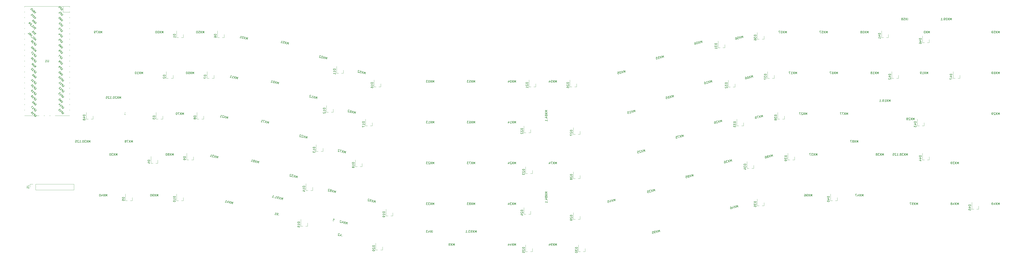
<source format=gbo>
G04 #@! TF.GenerationSoftware,KiCad,Pcbnew,7.0.7*
G04 #@! TF.CreationDate,2023-09-16T21:00:12-07:00*
G04 #@! TF.ProjectId,pcb,7063622e-6b69-4636-9164-5f7063625858,rev?*
G04 #@! TF.SameCoordinates,Original*
G04 #@! TF.FileFunction,Legend,Bot*
G04 #@! TF.FilePolarity,Positive*
%FSLAX46Y46*%
G04 Gerber Fmt 4.6, Leading zero omitted, Abs format (unit mm)*
G04 Created by KiCad (PCBNEW 7.0.7) date 2023-09-16 21:00:12*
%MOMM*%
%LPD*%
G01*
G04 APERTURE LIST*
G04 Aperture macros list*
%AMRotRect*
0 Rectangle, with rotation*
0 The origin of the aperture is its center*
0 $1 length*
0 $2 width*
0 $3 Rotation angle, in degrees counterclockwise*
0 Add horizontal line*
21,1,$1,$2,0,0,$3*%
G04 Aperture macros list end*
%ADD10C,0.150000*%
%ADD11C,0.120000*%
%ADD12O,1.800000X1.800000*%
%ADD13O,1.500000X1.500000*%
%ADD14O,1.700000X1.700000*%
%ADD15R,3.500000X1.700000*%
%ADD16R,1.700000X1.700000*%
%ADD17R,2.550000X2.500000*%
%ADD18C,0.800000*%
%ADD19C,3.987800*%
%ADD20C,3.048000*%
%ADD21C,1.750000*%
%ADD22C,3.000000*%
%ADD23RotRect,2.550000X2.500000X14.000000*%
%ADD24RotRect,2.550000X2.500000X166.000000*%
%ADD25RotRect,2.550000X2.550000X166.000000*%
%ADD26R,2.550000X2.550000*%
%ADD27RotRect,2.550000X2.500000X346.000000*%
%ADD28R,2.500000X2.550000*%
%ADD29R,0.800000X1.900000*%
G04 APERTURE END LIST*
D10*
X-5588095Y-287414819D02*
X-5588095Y-288224342D01*
X-5588095Y-288224342D02*
X-5635714Y-288319580D01*
X-5635714Y-288319580D02*
X-5683333Y-288367200D01*
X-5683333Y-288367200D02*
X-5778571Y-288414819D01*
X-5778571Y-288414819D02*
X-5969047Y-288414819D01*
X-5969047Y-288414819D02*
X-6064285Y-288367200D01*
X-6064285Y-288367200D02*
X-6111904Y-288319580D01*
X-6111904Y-288319580D02*
X-6159523Y-288224342D01*
X-6159523Y-288224342D02*
X-6159523Y-287414819D01*
X-7159523Y-288414819D02*
X-6588095Y-288414819D01*
X-6873809Y-288414819D02*
X-6873809Y-287414819D01*
X-6873809Y-287414819D02*
X-6778571Y-287557676D01*
X-6778571Y-287557676D02*
X-6683333Y-287652914D01*
X-6683333Y-287652914D02*
X-6588095Y-287700533D01*
X1356001Y-299272868D02*
X1436814Y-299299805D01*
X1436814Y-299299805D02*
X1517626Y-299380618D01*
X1517626Y-299380618D02*
X1571501Y-299488367D01*
X1571501Y-299488367D02*
X1571501Y-299596117D01*
X1571501Y-299596117D02*
X1544563Y-299676929D01*
X1544563Y-299676929D02*
X1463751Y-299811616D01*
X1463751Y-299811616D02*
X1382939Y-299892428D01*
X1382939Y-299892428D02*
X1248252Y-299973241D01*
X1248252Y-299973241D02*
X1167439Y-300000178D01*
X1167439Y-300000178D02*
X1059690Y-300000178D01*
X1059690Y-300000178D02*
X951940Y-299946303D01*
X951940Y-299946303D02*
X898065Y-299892428D01*
X898065Y-299892428D02*
X844191Y-299784679D01*
X844191Y-299784679D02*
X844191Y-299730804D01*
X844191Y-299730804D02*
X1032752Y-299542242D01*
X1032752Y-299542242D02*
X1140502Y-299649992D01*
X547879Y-299542242D02*
X1113565Y-298976557D01*
X1113565Y-298976557D02*
X898065Y-298761057D01*
X898065Y-298761057D02*
X817253Y-298734120D01*
X817253Y-298734120D02*
X763378Y-298734120D01*
X763378Y-298734120D02*
X682566Y-298761057D01*
X682566Y-298761057D02*
X601754Y-298841870D01*
X601754Y-298841870D02*
X574817Y-298922682D01*
X574817Y-298922682D02*
X574817Y-298976557D01*
X574817Y-298976557D02*
X601754Y-299057369D01*
X601754Y-299057369D02*
X817253Y-299272868D01*
X-314117Y-298680245D02*
X9131Y-299003494D01*
X-152492Y-298841870D02*
X413192Y-298276184D01*
X413192Y-298276184D02*
X386255Y-298410871D01*
X386255Y-298410871D02*
X386255Y-298518621D01*
X386255Y-298518621D02*
X413192Y-298599433D01*
X-852865Y-298141497D02*
X-529616Y-298464746D01*
X-691240Y-298303121D02*
X-125555Y-297737436D01*
X-125555Y-297737436D02*
X-152492Y-297872123D01*
X-152492Y-297872123D02*
X-152492Y-297979873D01*
X-152492Y-297979873D02*
X-125555Y-298060685D01*
X-11651873Y-283463240D02*
X-11921247Y-283193866D01*
X-11759623Y-283678739D02*
X-11382499Y-282924492D01*
X-11382499Y-282924492D02*
X-12136746Y-283301615D01*
X-12082871Y-282277994D02*
X-12002059Y-282304932D01*
X-12002059Y-282304932D02*
X-11921247Y-282385744D01*
X-11921247Y-282385744D02*
X-11867372Y-282493494D01*
X-11867372Y-282493494D02*
X-11867372Y-282601243D01*
X-11867372Y-282601243D02*
X-11894310Y-282682055D01*
X-11894310Y-282682055D02*
X-11975122Y-282816742D01*
X-11975122Y-282816742D02*
X-12055934Y-282897555D01*
X-12055934Y-282897555D02*
X-12190621Y-282978367D01*
X-12190621Y-282978367D02*
X-12271433Y-283005304D01*
X-12271433Y-283005304D02*
X-12379183Y-283005304D01*
X-12379183Y-283005304D02*
X-12486932Y-282951429D01*
X-12486932Y-282951429D02*
X-12540807Y-282897555D01*
X-12540807Y-282897555D02*
X-12594682Y-282789805D01*
X-12594682Y-282789805D02*
X-12594682Y-282735930D01*
X-12594682Y-282735930D02*
X-12406120Y-282547368D01*
X-12406120Y-282547368D02*
X-12298371Y-282655118D01*
X-12890993Y-282547368D02*
X-12325308Y-281981683D01*
X-12325308Y-281981683D02*
X-13214242Y-282224120D01*
X-13214242Y-282224120D02*
X-12648557Y-281658434D01*
X-13483616Y-281954746D02*
X-12917931Y-281389060D01*
X-12917931Y-281389060D02*
X-13052618Y-281254373D01*
X-13052618Y-281254373D02*
X-13160367Y-281200498D01*
X-13160367Y-281200498D02*
X-13268117Y-281200498D01*
X-13268117Y-281200498D02*
X-13348929Y-281227436D01*
X-13348929Y-281227436D02*
X-13483616Y-281308248D01*
X-13483616Y-281308248D02*
X-13564428Y-281389060D01*
X-13564428Y-281389060D02*
X-13645241Y-281523747D01*
X-13645241Y-281523747D02*
X-13672178Y-281604560D01*
X-13672178Y-281604560D02*
X-13672178Y-281712309D01*
X-13672178Y-281712309D02*
X-13618303Y-281820059D01*
X-13618303Y-281820059D02*
X-13483616Y-281954746D01*
X-11586435Y-307920431D02*
X-11505623Y-307947368D01*
X-11505623Y-307947368D02*
X-11424811Y-308028180D01*
X-11424811Y-308028180D02*
X-11370936Y-308135930D01*
X-11370936Y-308135930D02*
X-11370936Y-308243680D01*
X-11370936Y-308243680D02*
X-11397873Y-308324492D01*
X-11397873Y-308324492D02*
X-11478685Y-308459179D01*
X-11478685Y-308459179D02*
X-11559498Y-308539991D01*
X-11559498Y-308539991D02*
X-11694185Y-308620803D01*
X-11694185Y-308620803D02*
X-11774997Y-308647741D01*
X-11774997Y-308647741D02*
X-11882746Y-308647741D01*
X-11882746Y-308647741D02*
X-11990496Y-308593866D01*
X-11990496Y-308593866D02*
X-12044371Y-308539991D01*
X-12044371Y-308539991D02*
X-12098246Y-308432241D01*
X-12098246Y-308432241D02*
X-12098246Y-308378367D01*
X-12098246Y-308378367D02*
X-11909684Y-308189805D01*
X-11909684Y-308189805D02*
X-11801934Y-308297554D01*
X-12394557Y-308189805D02*
X-11828872Y-307624119D01*
X-11828872Y-307624119D02*
X-12717806Y-307866556D01*
X-12717806Y-307866556D02*
X-12152120Y-307300871D01*
X-12987180Y-307597182D02*
X-12421494Y-307031497D01*
X-12421494Y-307031497D02*
X-12556181Y-306896810D01*
X-12556181Y-306896810D02*
X-12663931Y-306842935D01*
X-12663931Y-306842935D02*
X-12771680Y-306842935D01*
X-12771680Y-306842935D02*
X-12852493Y-306869872D01*
X-12852493Y-306869872D02*
X-12987180Y-306950685D01*
X-12987180Y-306950685D02*
X-13067992Y-307031497D01*
X-13067992Y-307031497D02*
X-13148804Y-307166184D01*
X-13148804Y-307166184D02*
X-13175741Y-307246996D01*
X-13175741Y-307246996D02*
X-13175741Y-307354746D01*
X-13175741Y-307354746D02*
X-13121867Y-307462495D01*
X-13121867Y-307462495D02*
X-12987180Y-307597182D01*
X-11453406Y-265249585D02*
X-12207653Y-265626709D01*
X-12207653Y-265626709D02*
X-11830529Y-264872462D01*
X-12477027Y-264764712D02*
X-12584776Y-264710838D01*
X-12584776Y-264710838D02*
X-12638651Y-264710838D01*
X-12638651Y-264710838D02*
X-12719463Y-264737775D01*
X-12719463Y-264737775D02*
X-12800276Y-264818587D01*
X-12800276Y-264818587D02*
X-12827213Y-264899399D01*
X-12827213Y-264899399D02*
X-12827213Y-264953274D01*
X-12827213Y-264953274D02*
X-12800276Y-265034086D01*
X-12800276Y-265034086D02*
X-12584776Y-265249586D01*
X-12584776Y-265249586D02*
X-12019091Y-264683900D01*
X-12019091Y-264683900D02*
X-12207653Y-264495338D01*
X-12207653Y-264495338D02*
X-12288465Y-264468401D01*
X-12288465Y-264468401D02*
X-12342340Y-264468401D01*
X-12342340Y-264468401D02*
X-12423152Y-264495338D01*
X-12423152Y-264495338D02*
X-12477027Y-264549213D01*
X-12477027Y-264549213D02*
X-12503964Y-264630025D01*
X-12503964Y-264630025D02*
X-12503964Y-264683900D01*
X-12503964Y-264683900D02*
X-12477027Y-264764712D01*
X-12477027Y-264764712D02*
X-12288465Y-264953274D01*
X-12584776Y-264118215D02*
X-13042712Y-264576151D01*
X-13042712Y-264576151D02*
X-13123524Y-264603088D01*
X-13123524Y-264603088D02*
X-13177399Y-264603088D01*
X-13177399Y-264603088D02*
X-13258211Y-264576151D01*
X-13258211Y-264576151D02*
X-13365961Y-264468401D01*
X-13365961Y-264468401D02*
X-13392898Y-264387589D01*
X-13392898Y-264387589D02*
X-13392898Y-264333714D01*
X-13392898Y-264333714D02*
X-13365961Y-264252902D01*
X-13365961Y-264252902D02*
X-12908025Y-263794966D01*
X-13689210Y-264091277D02*
X-13796959Y-264037403D01*
X-13796959Y-264037403D02*
X-13931646Y-263902716D01*
X-13931646Y-263902716D02*
X-13958584Y-263821903D01*
X-13958584Y-263821903D02*
X-13958584Y-263768029D01*
X-13958584Y-263768029D02*
X-13931646Y-263687216D01*
X-13931646Y-263687216D02*
X-13877771Y-263633342D01*
X-13877771Y-263633342D02*
X-13796959Y-263606404D01*
X-13796959Y-263606404D02*
X-13743084Y-263606404D01*
X-13743084Y-263606404D02*
X-13662272Y-263633342D01*
X-13662272Y-263633342D02*
X-13527585Y-263714154D01*
X-13527585Y-263714154D02*
X-13446773Y-263741091D01*
X-13446773Y-263741091D02*
X-13392898Y-263741091D01*
X-13392898Y-263741091D02*
X-13312086Y-263714154D01*
X-13312086Y-263714154D02*
X-13258211Y-263660279D01*
X-13258211Y-263660279D02*
X-13231274Y-263579467D01*
X-13231274Y-263579467D02*
X-13231274Y-263525592D01*
X-13231274Y-263525592D02*
X-13258211Y-263444780D01*
X-13258211Y-263444780D02*
X-13392898Y-263310093D01*
X-13392898Y-263310093D02*
X-13500648Y-263256218D01*
X-11586435Y-269820431D02*
X-11505623Y-269847368D01*
X-11505623Y-269847368D02*
X-11424811Y-269928180D01*
X-11424811Y-269928180D02*
X-11370936Y-270035930D01*
X-11370936Y-270035930D02*
X-11370936Y-270143680D01*
X-11370936Y-270143680D02*
X-11397873Y-270224492D01*
X-11397873Y-270224492D02*
X-11478685Y-270359179D01*
X-11478685Y-270359179D02*
X-11559498Y-270439991D01*
X-11559498Y-270439991D02*
X-11694185Y-270520803D01*
X-11694185Y-270520803D02*
X-11774997Y-270547741D01*
X-11774997Y-270547741D02*
X-11882746Y-270547741D01*
X-11882746Y-270547741D02*
X-11990496Y-270493866D01*
X-11990496Y-270493866D02*
X-12044371Y-270439991D01*
X-12044371Y-270439991D02*
X-12098246Y-270332241D01*
X-12098246Y-270332241D02*
X-12098246Y-270278367D01*
X-12098246Y-270278367D02*
X-11909684Y-270089805D01*
X-11909684Y-270089805D02*
X-11801934Y-270197554D01*
X-12394557Y-270089805D02*
X-11828872Y-269524119D01*
X-11828872Y-269524119D02*
X-12717806Y-269766556D01*
X-12717806Y-269766556D02*
X-12152120Y-269200871D01*
X-12987180Y-269497182D02*
X-12421494Y-268931497D01*
X-12421494Y-268931497D02*
X-12556181Y-268796810D01*
X-12556181Y-268796810D02*
X-12663931Y-268742935D01*
X-12663931Y-268742935D02*
X-12771680Y-268742935D01*
X-12771680Y-268742935D02*
X-12852493Y-268769872D01*
X-12852493Y-268769872D02*
X-12987180Y-268850685D01*
X-12987180Y-268850685D02*
X-13067992Y-268931497D01*
X-13067992Y-268931497D02*
X-13148804Y-269066184D01*
X-13148804Y-269066184D02*
X-13175741Y-269146996D01*
X-13175741Y-269146996D02*
X-13175741Y-269254746D01*
X-13175741Y-269254746D02*
X-13121867Y-269362495D01*
X-13121867Y-269362495D02*
X-12987180Y-269497182D01*
X1210001Y-304352868D02*
X1290814Y-304379805D01*
X1290814Y-304379805D02*
X1371626Y-304460618D01*
X1371626Y-304460618D02*
X1425501Y-304568367D01*
X1425501Y-304568367D02*
X1425501Y-304676117D01*
X1425501Y-304676117D02*
X1398563Y-304756929D01*
X1398563Y-304756929D02*
X1317751Y-304891616D01*
X1317751Y-304891616D02*
X1236939Y-304972428D01*
X1236939Y-304972428D02*
X1102252Y-305053241D01*
X1102252Y-305053241D02*
X1021439Y-305080178D01*
X1021439Y-305080178D02*
X913690Y-305080178D01*
X913690Y-305080178D02*
X805940Y-305026303D01*
X805940Y-305026303D02*
X752065Y-304972428D01*
X752065Y-304972428D02*
X698191Y-304864679D01*
X698191Y-304864679D02*
X698191Y-304810804D01*
X698191Y-304810804D02*
X886752Y-304622242D01*
X886752Y-304622242D02*
X994502Y-304729992D01*
X401879Y-304622242D02*
X967565Y-304056557D01*
X967565Y-304056557D02*
X752065Y-303841057D01*
X752065Y-303841057D02*
X671253Y-303814120D01*
X671253Y-303814120D02*
X617378Y-303814120D01*
X617378Y-303814120D02*
X536566Y-303841057D01*
X536566Y-303841057D02*
X455754Y-303921870D01*
X455754Y-303921870D02*
X428817Y-304002682D01*
X428817Y-304002682D02*
X428817Y-304056557D01*
X428817Y-304056557D02*
X455754Y-304137369D01*
X455754Y-304137369D02*
X671253Y-304352868D01*
X-460117Y-303760245D02*
X-136868Y-304083494D01*
X-298492Y-303921870D02*
X267192Y-303356184D01*
X267192Y-303356184D02*
X240255Y-303490871D01*
X240255Y-303490871D02*
X240255Y-303598621D01*
X240255Y-303598621D02*
X267192Y-303679433D01*
X-82993Y-303005998D02*
X-433179Y-302655812D01*
X-433179Y-302655812D02*
X-460117Y-303059873D01*
X-460117Y-303059873D02*
X-540929Y-302979060D01*
X-540929Y-302979060D02*
X-621741Y-302952123D01*
X-621741Y-302952123D02*
X-675616Y-302952123D01*
X-675616Y-302952123D02*
X-756428Y-302979060D01*
X-756428Y-302979060D02*
X-891115Y-303113747D01*
X-891115Y-303113747D02*
X-918053Y-303194560D01*
X-918053Y-303194560D02*
X-918053Y-303248434D01*
X-918053Y-303248434D02*
X-891115Y-303329247D01*
X-891115Y-303329247D02*
X-729491Y-303490871D01*
X-729491Y-303490871D02*
X-648679Y-303517808D01*
X-648679Y-303517808D02*
X-594804Y-303517808D01*
X-11655064Y-278256049D02*
X-11924438Y-277986675D01*
X-11762813Y-278471549D02*
X-11385690Y-277717301D01*
X-11385690Y-277717301D02*
X-12139937Y-278094425D01*
X-12328499Y-277905863D02*
X-11762813Y-277340178D01*
X-11762813Y-277340178D02*
X-11897500Y-277205491D01*
X-11897500Y-277205491D02*
X-12005250Y-277151616D01*
X-12005250Y-277151616D02*
X-12112999Y-277151616D01*
X-12112999Y-277151616D02*
X-12193812Y-277178553D01*
X-12193812Y-277178553D02*
X-12328499Y-277259366D01*
X-12328499Y-277259366D02*
X-12409311Y-277340178D01*
X-12409311Y-277340178D02*
X-12490123Y-277474865D01*
X-12490123Y-277474865D02*
X-12517060Y-277555677D01*
X-12517060Y-277555677D02*
X-12517060Y-277663427D01*
X-12517060Y-277663427D02*
X-12463186Y-277771176D01*
X-12463186Y-277771176D02*
X-12328499Y-277905863D01*
X-13163558Y-276963054D02*
X-13163558Y-277016929D01*
X-13163558Y-277016929D02*
X-13109683Y-277124679D01*
X-13109683Y-277124679D02*
X-13055808Y-277178553D01*
X-13055808Y-277178553D02*
X-12948059Y-277232428D01*
X-12948059Y-277232428D02*
X-12840309Y-277232428D01*
X-12840309Y-277232428D02*
X-12759497Y-277205491D01*
X-12759497Y-277205491D02*
X-12624810Y-277124679D01*
X-12624810Y-277124679D02*
X-12543998Y-277043866D01*
X-12543998Y-277043866D02*
X-12463186Y-276909179D01*
X-12463186Y-276909179D02*
X-12436248Y-276828367D01*
X-12436248Y-276828367D02*
X-12436248Y-276720618D01*
X-12436248Y-276720618D02*
X-12490123Y-276612868D01*
X-12490123Y-276612868D02*
X-12543998Y-276558993D01*
X-12543998Y-276558993D02*
X-12651747Y-276505118D01*
X-12651747Y-276505118D02*
X-12705622Y-276505118D01*
X-13379057Y-276963054D02*
X-13810056Y-276532056D01*
X-13244370Y-275858621D02*
X-13998618Y-276235744D01*
X-13998618Y-276235744D02*
X-13621494Y-275481497D01*
X-14698990Y-275535372D02*
X-14241054Y-275454560D01*
X-14375741Y-275858621D02*
X-13810056Y-275292935D01*
X-13810056Y-275292935D02*
X-14025555Y-275077436D01*
X-14025555Y-275077436D02*
X-14106367Y-275050499D01*
X-14106367Y-275050499D02*
X-14160242Y-275050499D01*
X-14160242Y-275050499D02*
X-14241054Y-275077436D01*
X-14241054Y-275077436D02*
X-14321866Y-275158248D01*
X-14321866Y-275158248D02*
X-14348804Y-275239061D01*
X-14348804Y-275239061D02*
X-14348804Y-275292935D01*
X-14348804Y-275292935D02*
X-14321866Y-275373748D01*
X-14321866Y-275373748D02*
X-14106367Y-275589247D01*
X-14645115Y-274996624D02*
X-14833677Y-274808062D01*
X-15210800Y-275023561D02*
X-14941426Y-275292935D01*
X-14941426Y-275292935D02*
X-14375741Y-274727250D01*
X-14375741Y-274727250D02*
X-14645115Y-274457876D01*
X-15345488Y-274296251D02*
X-15156926Y-274484813D01*
X-15453237Y-274781125D02*
X-14887552Y-274215439D01*
X-14887552Y-274215439D02*
X-15156926Y-273946065D01*
X686627Y-276143494D02*
X767439Y-276170431D01*
X767439Y-276170431D02*
X848251Y-276251243D01*
X848251Y-276251243D02*
X902126Y-276358993D01*
X902126Y-276358993D02*
X902126Y-276466742D01*
X902126Y-276466742D02*
X875189Y-276547555D01*
X875189Y-276547555D02*
X794376Y-276682242D01*
X794376Y-276682242D02*
X713564Y-276763054D01*
X713564Y-276763054D02*
X578877Y-276843866D01*
X578877Y-276843866D02*
X498065Y-276870803D01*
X498065Y-276870803D02*
X390315Y-276870803D01*
X390315Y-276870803D02*
X282566Y-276816929D01*
X282566Y-276816929D02*
X228691Y-276763054D01*
X228691Y-276763054D02*
X174816Y-276655304D01*
X174816Y-276655304D02*
X174816Y-276601429D01*
X174816Y-276601429D02*
X363378Y-276412868D01*
X363378Y-276412868D02*
X471128Y-276520617D01*
X-121494Y-276412868D02*
X444190Y-275847182D01*
X444190Y-275847182D02*
X228691Y-275631683D01*
X228691Y-275631683D02*
X147879Y-275604746D01*
X147879Y-275604746D02*
X94004Y-275604746D01*
X94004Y-275604746D02*
X13192Y-275631683D01*
X13192Y-275631683D02*
X-67619Y-275712495D01*
X-67619Y-275712495D02*
X-94557Y-275793307D01*
X-94557Y-275793307D02*
X-94557Y-275847182D01*
X-94557Y-275847182D02*
X-67619Y-275927994D01*
X-67619Y-275927994D02*
X147879Y-276143494D01*
X-552493Y-275227622D02*
X-929616Y-275604746D01*
X-202306Y-275146810D02*
X-471680Y-275685558D01*
X-471680Y-275685558D02*
X-821867Y-275335372D01*
X586627Y-286273494D02*
X667439Y-286300431D01*
X667439Y-286300431D02*
X748251Y-286381243D01*
X748251Y-286381243D02*
X802126Y-286488993D01*
X802126Y-286488993D02*
X802126Y-286596742D01*
X802126Y-286596742D02*
X775189Y-286677555D01*
X775189Y-286677555D02*
X694376Y-286812242D01*
X694376Y-286812242D02*
X613564Y-286893054D01*
X613564Y-286893054D02*
X478877Y-286973866D01*
X478877Y-286973866D02*
X398065Y-287000803D01*
X398065Y-287000803D02*
X290315Y-287000803D01*
X290315Y-287000803D02*
X182566Y-286946929D01*
X182566Y-286946929D02*
X128691Y-286893054D01*
X128691Y-286893054D02*
X74816Y-286785304D01*
X74816Y-286785304D02*
X74816Y-286731429D01*
X74816Y-286731429D02*
X263378Y-286542868D01*
X263378Y-286542868D02*
X371128Y-286650617D01*
X-221494Y-286542868D02*
X344190Y-285977182D01*
X344190Y-285977182D02*
X128691Y-285761683D01*
X128691Y-285761683D02*
X47879Y-285734746D01*
X47879Y-285734746D02*
X-5995Y-285734746D01*
X-5995Y-285734746D02*
X-86807Y-285761683D01*
X-86807Y-285761683D02*
X-167619Y-285842495D01*
X-167619Y-285842495D02*
X-194557Y-285923307D01*
X-194557Y-285923307D02*
X-194557Y-285977182D01*
X-194557Y-285977182D02*
X-167619Y-286057994D01*
X-167619Y-286057994D02*
X47879Y-286273494D01*
X-167619Y-285465372D02*
X-544743Y-285088248D01*
X-544743Y-285088248D02*
X-867992Y-285896370D01*
X1210001Y-311972868D02*
X1290814Y-311999805D01*
X1290814Y-311999805D02*
X1371626Y-312080618D01*
X1371626Y-312080618D02*
X1425501Y-312188367D01*
X1425501Y-312188367D02*
X1425501Y-312296117D01*
X1425501Y-312296117D02*
X1398563Y-312376929D01*
X1398563Y-312376929D02*
X1317751Y-312511616D01*
X1317751Y-312511616D02*
X1236939Y-312592428D01*
X1236939Y-312592428D02*
X1102252Y-312673241D01*
X1102252Y-312673241D02*
X1021439Y-312700178D01*
X1021439Y-312700178D02*
X913690Y-312700178D01*
X913690Y-312700178D02*
X805940Y-312646303D01*
X805940Y-312646303D02*
X752065Y-312592428D01*
X752065Y-312592428D02*
X698191Y-312484679D01*
X698191Y-312484679D02*
X698191Y-312430804D01*
X698191Y-312430804D02*
X886752Y-312242242D01*
X886752Y-312242242D02*
X994502Y-312349992D01*
X401879Y-312242242D02*
X967565Y-311676557D01*
X967565Y-311676557D02*
X752065Y-311461057D01*
X752065Y-311461057D02*
X671253Y-311434120D01*
X671253Y-311434120D02*
X617378Y-311434120D01*
X617378Y-311434120D02*
X536566Y-311461057D01*
X536566Y-311461057D02*
X455754Y-311541870D01*
X455754Y-311541870D02*
X428817Y-311622682D01*
X428817Y-311622682D02*
X428817Y-311676557D01*
X428817Y-311676557D02*
X455754Y-311757369D01*
X455754Y-311757369D02*
X671253Y-311972868D01*
X-460117Y-311380245D02*
X-136868Y-311703494D01*
X-298492Y-311541870D02*
X267192Y-310976184D01*
X267192Y-310976184D02*
X240255Y-311110871D01*
X240255Y-311110871D02*
X240255Y-311218621D01*
X240255Y-311218621D02*
X267192Y-311299433D01*
X-406242Y-310302749D02*
X-136868Y-310572123D01*
X-136868Y-310572123D02*
X-379305Y-310868434D01*
X-379305Y-310868434D02*
X-379305Y-310814560D01*
X-379305Y-310814560D02*
X-406242Y-310733747D01*
X-406242Y-310733747D02*
X-540929Y-310599060D01*
X-540929Y-310599060D02*
X-621741Y-310572123D01*
X-621741Y-310572123D02*
X-675616Y-310572123D01*
X-675616Y-310572123D02*
X-756428Y-310599060D01*
X-756428Y-310599060D02*
X-891115Y-310733747D01*
X-891115Y-310733747D02*
X-918053Y-310814560D01*
X-918053Y-310814560D02*
X-918053Y-310868434D01*
X-918053Y-310868434D02*
X-891115Y-310949247D01*
X-891115Y-310949247D02*
X-756428Y-311083934D01*
X-756428Y-311083934D02*
X-675616Y-311110871D01*
X-675616Y-311110871D02*
X-621741Y-311110871D01*
X-11597998Y-310702868D02*
X-11517185Y-310729805D01*
X-11517185Y-310729805D02*
X-11436373Y-310810618D01*
X-11436373Y-310810618D02*
X-11382498Y-310918367D01*
X-11382498Y-310918367D02*
X-11382498Y-311026117D01*
X-11382498Y-311026117D02*
X-11409436Y-311106929D01*
X-11409436Y-311106929D02*
X-11490248Y-311241616D01*
X-11490248Y-311241616D02*
X-11571060Y-311322428D01*
X-11571060Y-311322428D02*
X-11705747Y-311403241D01*
X-11705747Y-311403241D02*
X-11786560Y-311430178D01*
X-11786560Y-311430178D02*
X-11894309Y-311430178D01*
X-11894309Y-311430178D02*
X-12002059Y-311376303D01*
X-12002059Y-311376303D02*
X-12055934Y-311322428D01*
X-12055934Y-311322428D02*
X-12109808Y-311214679D01*
X-12109808Y-311214679D02*
X-12109808Y-311160804D01*
X-12109808Y-311160804D02*
X-11921247Y-310972242D01*
X-11921247Y-310972242D02*
X-11813497Y-311079992D01*
X-12406120Y-310972242D02*
X-11840434Y-310406557D01*
X-11840434Y-310406557D02*
X-12055934Y-310191057D01*
X-12055934Y-310191057D02*
X-12136746Y-310164120D01*
X-12136746Y-310164120D02*
X-12190621Y-310164120D01*
X-12190621Y-310164120D02*
X-12271433Y-310191057D01*
X-12271433Y-310191057D02*
X-12352245Y-310271870D01*
X-12352245Y-310271870D02*
X-12379182Y-310352682D01*
X-12379182Y-310352682D02*
X-12379182Y-310406557D01*
X-12379182Y-310406557D02*
X-12352245Y-310487369D01*
X-12352245Y-310487369D02*
X-12136746Y-310702868D01*
X-13268117Y-310110245D02*
X-12944868Y-310433494D01*
X-13106492Y-310271870D02*
X-12540807Y-309706184D01*
X-12540807Y-309706184D02*
X-12567744Y-309840871D01*
X-12567744Y-309840871D02*
X-12567744Y-309948621D01*
X-12567744Y-309948621D02*
X-12540807Y-310029433D01*
X-12890993Y-309355998D02*
X-13268117Y-308978874D01*
X-13268117Y-308978874D02*
X-13591366Y-309786996D01*
X-11597998Y-287842868D02*
X-11517185Y-287869805D01*
X-11517185Y-287869805D02*
X-11436373Y-287950618D01*
X-11436373Y-287950618D02*
X-11382498Y-288058367D01*
X-11382498Y-288058367D02*
X-11382498Y-288166117D01*
X-11382498Y-288166117D02*
X-11409436Y-288246929D01*
X-11409436Y-288246929D02*
X-11490248Y-288381616D01*
X-11490248Y-288381616D02*
X-11571060Y-288462428D01*
X-11571060Y-288462428D02*
X-11705747Y-288543241D01*
X-11705747Y-288543241D02*
X-11786560Y-288570178D01*
X-11786560Y-288570178D02*
X-11894309Y-288570178D01*
X-11894309Y-288570178D02*
X-12002059Y-288516303D01*
X-12002059Y-288516303D02*
X-12055934Y-288462428D01*
X-12055934Y-288462428D02*
X-12109808Y-288354679D01*
X-12109808Y-288354679D02*
X-12109808Y-288300804D01*
X-12109808Y-288300804D02*
X-11921247Y-288112242D01*
X-11921247Y-288112242D02*
X-11813497Y-288219992D01*
X-12406120Y-288112242D02*
X-11840434Y-287546557D01*
X-11840434Y-287546557D02*
X-12055934Y-287331057D01*
X-12055934Y-287331057D02*
X-12136746Y-287304120D01*
X-12136746Y-287304120D02*
X-12190621Y-287304120D01*
X-12190621Y-287304120D02*
X-12271433Y-287331057D01*
X-12271433Y-287331057D02*
X-12352245Y-287411870D01*
X-12352245Y-287411870D02*
X-12379182Y-287492682D01*
X-12379182Y-287492682D02*
X-12379182Y-287546557D01*
X-12379182Y-287546557D02*
X-12352245Y-287627369D01*
X-12352245Y-287627369D02*
X-12136746Y-287842868D01*
X-12433057Y-287061683D02*
X-12433057Y-287007809D01*
X-12433057Y-287007809D02*
X-12459995Y-286926996D01*
X-12459995Y-286926996D02*
X-12594682Y-286792309D01*
X-12594682Y-286792309D02*
X-12675494Y-286765372D01*
X-12675494Y-286765372D02*
X-12729369Y-286765372D01*
X-12729369Y-286765372D02*
X-12810181Y-286792309D01*
X-12810181Y-286792309D02*
X-12864056Y-286846184D01*
X-12864056Y-286846184D02*
X-12917930Y-286953934D01*
X-12917930Y-286953934D02*
X-12917930Y-287600431D01*
X-12917930Y-287600431D02*
X-13268117Y-287250245D01*
X-13187305Y-286199686D02*
X-13079555Y-286307436D01*
X-13079555Y-286307436D02*
X-13052618Y-286388248D01*
X-13052618Y-286388248D02*
X-13052618Y-286442123D01*
X-13052618Y-286442123D02*
X-13079555Y-286576810D01*
X-13079555Y-286576810D02*
X-13160367Y-286711497D01*
X-13160367Y-286711497D02*
X-13375866Y-286926996D01*
X-13375866Y-286926996D02*
X-13456679Y-286953934D01*
X-13456679Y-286953934D02*
X-13510553Y-286953934D01*
X-13510553Y-286953934D02*
X-13591366Y-286926996D01*
X-13591366Y-286926996D02*
X-13699115Y-286819247D01*
X-13699115Y-286819247D02*
X-13726053Y-286738434D01*
X-13726053Y-286738434D02*
X-13726053Y-286684560D01*
X-13726053Y-286684560D02*
X-13699115Y-286603747D01*
X-13699115Y-286603747D02*
X-13564428Y-286469060D01*
X-13564428Y-286469060D02*
X-13483616Y-286442123D01*
X-13483616Y-286442123D02*
X-13429741Y-286442123D01*
X-13429741Y-286442123D02*
X-13348929Y-286469060D01*
X-13348929Y-286469060D02*
X-13241179Y-286576810D01*
X-13241179Y-286576810D02*
X-13214242Y-286657622D01*
X-13214242Y-286657622D02*
X-13214242Y-286711497D01*
X-13214242Y-286711497D02*
X-13241179Y-286792309D01*
X-11422407Y-272680584D02*
X-11772593Y-272330398D01*
X-11772593Y-272330398D02*
X-11799531Y-272734459D01*
X-11799531Y-272734459D02*
X-11880343Y-272653646D01*
X-11880343Y-272653646D02*
X-11961155Y-272626709D01*
X-11961155Y-272626709D02*
X-12015030Y-272626709D01*
X-12015030Y-272626709D02*
X-12095842Y-272653646D01*
X-12095842Y-272653646D02*
X-12230529Y-272788333D01*
X-12230529Y-272788333D02*
X-12257467Y-272869146D01*
X-12257467Y-272869146D02*
X-12257467Y-272923020D01*
X-12257467Y-272923020D02*
X-12230529Y-273003833D01*
X-12230529Y-273003833D02*
X-12068905Y-273165457D01*
X-12068905Y-273165457D02*
X-11988093Y-273192394D01*
X-11988093Y-273192394D02*
X-11934218Y-273192394D01*
X-11934218Y-272168773D02*
X-12688465Y-272545897D01*
X-12688465Y-272545897D02*
X-12311342Y-271791649D01*
X-12446028Y-271656963D02*
X-12796215Y-271306776D01*
X-12796215Y-271306776D02*
X-12823152Y-271710837D01*
X-12823152Y-271710837D02*
X-12903964Y-271630025D01*
X-12903964Y-271630025D02*
X-12984776Y-271603088D01*
X-12984776Y-271603088D02*
X-13038651Y-271603088D01*
X-13038651Y-271603088D02*
X-13119464Y-271630025D01*
X-13119464Y-271630025D02*
X-13254151Y-271764712D01*
X-13254151Y-271764712D02*
X-13281088Y-271845524D01*
X-13281088Y-271845524D02*
X-13281088Y-271899399D01*
X-13281088Y-271899399D02*
X-13254151Y-271980211D01*
X-13254151Y-271980211D02*
X-13092526Y-272141836D01*
X-13092526Y-272141836D02*
X-13011714Y-272168773D01*
X-13011714Y-272168773D02*
X-12957839Y-272168773D01*
X-13523525Y-271818587D02*
X-13954523Y-271387588D01*
X-13739024Y-270902715D02*
X-13927586Y-270714153D01*
X-14304709Y-270929652D02*
X-14035335Y-271199026D01*
X-14035335Y-271199026D02*
X-13469650Y-270633341D01*
X-13469650Y-270633341D02*
X-13739024Y-270363967D01*
X-14547146Y-270687215D02*
X-13981461Y-270121530D01*
X-13981461Y-270121530D02*
X-14870395Y-270363967D01*
X-14870395Y-270363967D02*
X-14304710Y-269798281D01*
X-11390123Y-275212868D02*
X-11740309Y-274862682D01*
X-11740309Y-274862682D02*
X-11767247Y-275266743D01*
X-11767247Y-275266743D02*
X-11848059Y-275185931D01*
X-11848059Y-275185931D02*
X-11928871Y-275158993D01*
X-11928871Y-275158993D02*
X-11982746Y-275158993D01*
X-11982746Y-275158993D02*
X-12063558Y-275185931D01*
X-12063558Y-275185931D02*
X-12198245Y-275320618D01*
X-12198245Y-275320618D02*
X-12225182Y-275401430D01*
X-12225182Y-275401430D02*
X-12225182Y-275455305D01*
X-12225182Y-275455305D02*
X-12198245Y-275536117D01*
X-12198245Y-275536117D02*
X-12036621Y-275697741D01*
X-12036621Y-275697741D02*
X-11955808Y-275724679D01*
X-11955808Y-275724679D02*
X-11901934Y-275724679D01*
X-11901934Y-274701057D02*
X-12656181Y-275078181D01*
X-12656181Y-275078181D02*
X-12279057Y-274323934D01*
X-12413744Y-274189247D02*
X-12763930Y-273839061D01*
X-12763930Y-273839061D02*
X-12790868Y-274243122D01*
X-12790868Y-274243122D02*
X-12871680Y-274162309D01*
X-12871680Y-274162309D02*
X-12952492Y-274135372D01*
X-12952492Y-274135372D02*
X-13006367Y-274135372D01*
X-13006367Y-274135372D02*
X-13087179Y-274162309D01*
X-13087179Y-274162309D02*
X-13221866Y-274296996D01*
X-13221866Y-274296996D02*
X-13248804Y-274377809D01*
X-13248804Y-274377809D02*
X-13248804Y-274431683D01*
X-13248804Y-274431683D02*
X-13221866Y-274512496D01*
X-13221866Y-274512496D02*
X-13060242Y-274674120D01*
X-13060242Y-274674120D02*
X-12979430Y-274701057D01*
X-12979430Y-274701057D02*
X-12925555Y-274701057D01*
X686627Y-288843494D02*
X767439Y-288870431D01*
X767439Y-288870431D02*
X848251Y-288951243D01*
X848251Y-288951243D02*
X902126Y-289058993D01*
X902126Y-289058993D02*
X902126Y-289166742D01*
X902126Y-289166742D02*
X875189Y-289247555D01*
X875189Y-289247555D02*
X794376Y-289382242D01*
X794376Y-289382242D02*
X713564Y-289463054D01*
X713564Y-289463054D02*
X578877Y-289543866D01*
X578877Y-289543866D02*
X498065Y-289570803D01*
X498065Y-289570803D02*
X390315Y-289570803D01*
X390315Y-289570803D02*
X282566Y-289516929D01*
X282566Y-289516929D02*
X228691Y-289463054D01*
X228691Y-289463054D02*
X174816Y-289355304D01*
X174816Y-289355304D02*
X174816Y-289301429D01*
X174816Y-289301429D02*
X363378Y-289112868D01*
X363378Y-289112868D02*
X471128Y-289220617D01*
X-121494Y-289112868D02*
X444190Y-288547182D01*
X444190Y-288547182D02*
X228691Y-288331683D01*
X228691Y-288331683D02*
X147879Y-288304746D01*
X147879Y-288304746D02*
X94004Y-288304746D01*
X94004Y-288304746D02*
X13192Y-288331683D01*
X13192Y-288331683D02*
X-67619Y-288412495D01*
X-67619Y-288412495D02*
X-94557Y-288493307D01*
X-94557Y-288493307D02*
X-94557Y-288547182D01*
X-94557Y-288547182D02*
X-67619Y-288627994D01*
X-67619Y-288627994D02*
X147879Y-288843494D01*
X-444743Y-288143121D02*
X-363931Y-288170059D01*
X-363931Y-288170059D02*
X-310056Y-288170059D01*
X-310056Y-288170059D02*
X-229244Y-288143121D01*
X-229244Y-288143121D02*
X-202306Y-288116184D01*
X-202306Y-288116184D02*
X-175369Y-288035372D01*
X-175369Y-288035372D02*
X-175369Y-287981497D01*
X-175369Y-287981497D02*
X-202306Y-287900685D01*
X-202306Y-287900685D02*
X-310056Y-287792935D01*
X-310056Y-287792935D02*
X-390868Y-287765998D01*
X-390868Y-287765998D02*
X-444743Y-287765998D01*
X-444743Y-287765998D02*
X-525555Y-287792935D01*
X-525555Y-287792935D02*
X-552493Y-287819872D01*
X-552493Y-287819872D02*
X-579430Y-287900685D01*
X-579430Y-287900685D02*
X-579430Y-287954559D01*
X-579430Y-287954559D02*
X-552493Y-288035372D01*
X-552493Y-288035372D02*
X-444743Y-288143121D01*
X-444743Y-288143121D02*
X-417806Y-288223933D01*
X-417806Y-288223933D02*
X-417806Y-288277808D01*
X-417806Y-288277808D02*
X-444743Y-288358620D01*
X-444743Y-288358620D02*
X-552493Y-288466370D01*
X-552493Y-288466370D02*
X-633305Y-288493307D01*
X-633305Y-288493307D02*
X-687180Y-288493307D01*
X-687180Y-288493307D02*
X-767992Y-288466370D01*
X-767992Y-288466370D02*
X-875741Y-288358620D01*
X-875741Y-288358620D02*
X-902679Y-288277808D01*
X-902679Y-288277808D02*
X-902679Y-288223933D01*
X-902679Y-288223933D02*
X-875741Y-288143121D01*
X-875741Y-288143121D02*
X-767992Y-288035372D01*
X-767992Y-288035372D02*
X-687180Y-288008434D01*
X-687180Y-288008434D02*
X-633305Y-288008434D01*
X-633305Y-288008434D02*
X-552493Y-288035372D01*
X-11597998Y-313242868D02*
X-11517185Y-313269805D01*
X-11517185Y-313269805D02*
X-11436373Y-313350618D01*
X-11436373Y-313350618D02*
X-11382498Y-313458367D01*
X-11382498Y-313458367D02*
X-11382498Y-313566117D01*
X-11382498Y-313566117D02*
X-11409436Y-313646929D01*
X-11409436Y-313646929D02*
X-11490248Y-313781616D01*
X-11490248Y-313781616D02*
X-11571060Y-313862428D01*
X-11571060Y-313862428D02*
X-11705747Y-313943241D01*
X-11705747Y-313943241D02*
X-11786560Y-313970178D01*
X-11786560Y-313970178D02*
X-11894309Y-313970178D01*
X-11894309Y-313970178D02*
X-12002059Y-313916303D01*
X-12002059Y-313916303D02*
X-12055934Y-313862428D01*
X-12055934Y-313862428D02*
X-12109808Y-313754679D01*
X-12109808Y-313754679D02*
X-12109808Y-313700804D01*
X-12109808Y-313700804D02*
X-11921247Y-313512242D01*
X-11921247Y-313512242D02*
X-11813497Y-313619992D01*
X-12406120Y-313512242D02*
X-11840434Y-312946557D01*
X-11840434Y-312946557D02*
X-12055934Y-312731057D01*
X-12055934Y-312731057D02*
X-12136746Y-312704120D01*
X-12136746Y-312704120D02*
X-12190621Y-312704120D01*
X-12190621Y-312704120D02*
X-12271433Y-312731057D01*
X-12271433Y-312731057D02*
X-12352245Y-312811870D01*
X-12352245Y-312811870D02*
X-12379182Y-312892682D01*
X-12379182Y-312892682D02*
X-12379182Y-312946557D01*
X-12379182Y-312946557D02*
X-12352245Y-313027369D01*
X-12352245Y-313027369D02*
X-12136746Y-313242868D01*
X-13268117Y-312650245D02*
X-12944868Y-312973494D01*
X-13106492Y-312811870D02*
X-12540807Y-312246184D01*
X-12540807Y-312246184D02*
X-12567744Y-312380871D01*
X-12567744Y-312380871D02*
X-12567744Y-312488621D01*
X-12567744Y-312488621D02*
X-12540807Y-312569433D01*
X-13187305Y-311599686D02*
X-13079555Y-311707436D01*
X-13079555Y-311707436D02*
X-13052618Y-311788248D01*
X-13052618Y-311788248D02*
X-13052618Y-311842123D01*
X-13052618Y-311842123D02*
X-13079555Y-311976810D01*
X-13079555Y-311976810D02*
X-13160367Y-312111497D01*
X-13160367Y-312111497D02*
X-13375866Y-312326996D01*
X-13375866Y-312326996D02*
X-13456679Y-312353934D01*
X-13456679Y-312353934D02*
X-13510553Y-312353934D01*
X-13510553Y-312353934D02*
X-13591366Y-312326996D01*
X-13591366Y-312326996D02*
X-13699115Y-312219247D01*
X-13699115Y-312219247D02*
X-13726053Y-312138434D01*
X-13726053Y-312138434D02*
X-13726053Y-312084560D01*
X-13726053Y-312084560D02*
X-13699115Y-312003747D01*
X-13699115Y-312003747D02*
X-13564428Y-311869060D01*
X-13564428Y-311869060D02*
X-13483616Y-311842123D01*
X-13483616Y-311842123D02*
X-13429741Y-311842123D01*
X-13429741Y-311842123D02*
X-13348929Y-311869060D01*
X-13348929Y-311869060D02*
X-13241179Y-311976810D01*
X-13241179Y-311976810D02*
X-13214242Y-312057622D01*
X-13214242Y-312057622D02*
X-13214242Y-312111497D01*
X-13214242Y-312111497D02*
X-13241179Y-312192309D01*
X-11586435Y-295220431D02*
X-11505623Y-295247368D01*
X-11505623Y-295247368D02*
X-11424811Y-295328180D01*
X-11424811Y-295328180D02*
X-11370936Y-295435930D01*
X-11370936Y-295435930D02*
X-11370936Y-295543680D01*
X-11370936Y-295543680D02*
X-11397873Y-295624492D01*
X-11397873Y-295624492D02*
X-11478685Y-295759179D01*
X-11478685Y-295759179D02*
X-11559498Y-295839991D01*
X-11559498Y-295839991D02*
X-11694185Y-295920803D01*
X-11694185Y-295920803D02*
X-11774997Y-295947741D01*
X-11774997Y-295947741D02*
X-11882746Y-295947741D01*
X-11882746Y-295947741D02*
X-11990496Y-295893866D01*
X-11990496Y-295893866D02*
X-12044371Y-295839991D01*
X-12044371Y-295839991D02*
X-12098246Y-295732241D01*
X-12098246Y-295732241D02*
X-12098246Y-295678367D01*
X-12098246Y-295678367D02*
X-11909684Y-295489805D01*
X-11909684Y-295489805D02*
X-11801934Y-295597554D01*
X-12394557Y-295489805D02*
X-11828872Y-294924119D01*
X-11828872Y-294924119D02*
X-12717806Y-295166556D01*
X-12717806Y-295166556D02*
X-12152120Y-294600871D01*
X-12987180Y-294897182D02*
X-12421494Y-294331497D01*
X-12421494Y-294331497D02*
X-12556181Y-294196810D01*
X-12556181Y-294196810D02*
X-12663931Y-294142935D01*
X-12663931Y-294142935D02*
X-12771680Y-294142935D01*
X-12771680Y-294142935D02*
X-12852493Y-294169872D01*
X-12852493Y-294169872D02*
X-12987180Y-294250685D01*
X-12987180Y-294250685D02*
X-13067992Y-294331497D01*
X-13067992Y-294331497D02*
X-13148804Y-294466184D01*
X-13148804Y-294466184D02*
X-13175741Y-294546996D01*
X-13175741Y-294546996D02*
X-13175741Y-294654746D01*
X-13175741Y-294654746D02*
X-13121867Y-294762495D01*
X-13121867Y-294762495D02*
X-12987180Y-294897182D01*
X713564Y-281250431D02*
X794376Y-281277368D01*
X794376Y-281277368D02*
X875188Y-281358180D01*
X875188Y-281358180D02*
X929063Y-281465930D01*
X929063Y-281465930D02*
X929063Y-281573680D01*
X929063Y-281573680D02*
X902126Y-281654492D01*
X902126Y-281654492D02*
X821314Y-281789179D01*
X821314Y-281789179D02*
X740501Y-281869991D01*
X740501Y-281869991D02*
X605814Y-281950803D01*
X605814Y-281950803D02*
X525002Y-281977741D01*
X525002Y-281977741D02*
X417253Y-281977741D01*
X417253Y-281977741D02*
X309503Y-281923866D01*
X309503Y-281923866D02*
X255628Y-281869991D01*
X255628Y-281869991D02*
X201753Y-281762241D01*
X201753Y-281762241D02*
X201753Y-281708367D01*
X201753Y-281708367D02*
X390315Y-281519805D01*
X390315Y-281519805D02*
X498065Y-281627554D01*
X-94557Y-281519805D02*
X471127Y-280954119D01*
X471127Y-280954119D02*
X-417806Y-281196556D01*
X-417806Y-281196556D02*
X147879Y-280630871D01*
X-687180Y-280927182D02*
X-121494Y-280361497D01*
X-121494Y-280361497D02*
X-256181Y-280226810D01*
X-256181Y-280226810D02*
X-363931Y-280172935D01*
X-363931Y-280172935D02*
X-471680Y-280172935D01*
X-471680Y-280172935D02*
X-552493Y-280199872D01*
X-552493Y-280199872D02*
X-687180Y-280280685D01*
X-687180Y-280280685D02*
X-767992Y-280361497D01*
X-767992Y-280361497D02*
X-848804Y-280496184D01*
X-848804Y-280496184D02*
X-875741Y-280576996D01*
X-875741Y-280576996D02*
X-875741Y-280684746D01*
X-875741Y-280684746D02*
X-821867Y-280792495D01*
X-821867Y-280792495D02*
X-687180Y-280927182D01*
X-11597998Y-279968868D02*
X-11517185Y-279995805D01*
X-11517185Y-279995805D02*
X-11436373Y-280076618D01*
X-11436373Y-280076618D02*
X-11382498Y-280184367D01*
X-11382498Y-280184367D02*
X-11382498Y-280292117D01*
X-11382498Y-280292117D02*
X-11409436Y-280372929D01*
X-11409436Y-280372929D02*
X-11490248Y-280507616D01*
X-11490248Y-280507616D02*
X-11571060Y-280588428D01*
X-11571060Y-280588428D02*
X-11705747Y-280669241D01*
X-11705747Y-280669241D02*
X-11786560Y-280696178D01*
X-11786560Y-280696178D02*
X-11894309Y-280696178D01*
X-11894309Y-280696178D02*
X-12002059Y-280642303D01*
X-12002059Y-280642303D02*
X-12055934Y-280588428D01*
X-12055934Y-280588428D02*
X-12109808Y-280480679D01*
X-12109808Y-280480679D02*
X-12109808Y-280426804D01*
X-12109808Y-280426804D02*
X-11921247Y-280238242D01*
X-11921247Y-280238242D02*
X-11813497Y-280345992D01*
X-12406120Y-280238242D02*
X-11840434Y-279672557D01*
X-11840434Y-279672557D02*
X-12055934Y-279457057D01*
X-12055934Y-279457057D02*
X-12136746Y-279430120D01*
X-12136746Y-279430120D02*
X-12190621Y-279430120D01*
X-12190621Y-279430120D02*
X-12271433Y-279457057D01*
X-12271433Y-279457057D02*
X-12352245Y-279537870D01*
X-12352245Y-279537870D02*
X-12379182Y-279618682D01*
X-12379182Y-279618682D02*
X-12379182Y-279672557D01*
X-12379182Y-279672557D02*
X-12352245Y-279753369D01*
X-12352245Y-279753369D02*
X-12136746Y-279968868D01*
X-12433057Y-279187683D02*
X-12433057Y-279133809D01*
X-12433057Y-279133809D02*
X-12459995Y-279052996D01*
X-12459995Y-279052996D02*
X-12594682Y-278918309D01*
X-12594682Y-278918309D02*
X-12675494Y-278891372D01*
X-12675494Y-278891372D02*
X-12729369Y-278891372D01*
X-12729369Y-278891372D02*
X-12810181Y-278918309D01*
X-12810181Y-278918309D02*
X-12864056Y-278972184D01*
X-12864056Y-278972184D02*
X-12917930Y-279079934D01*
X-12917930Y-279079934D02*
X-12917930Y-279726431D01*
X-12917930Y-279726431D02*
X-13268117Y-279376245D01*
X-13268117Y-278729747D02*
X-13187305Y-278756685D01*
X-13187305Y-278756685D02*
X-13133430Y-278756685D01*
X-13133430Y-278756685D02*
X-13052618Y-278729747D01*
X-13052618Y-278729747D02*
X-13025680Y-278702810D01*
X-13025680Y-278702810D02*
X-12998743Y-278621998D01*
X-12998743Y-278621998D02*
X-12998743Y-278568123D01*
X-12998743Y-278568123D02*
X-13025680Y-278487311D01*
X-13025680Y-278487311D02*
X-13133430Y-278379561D01*
X-13133430Y-278379561D02*
X-13214242Y-278352624D01*
X-13214242Y-278352624D02*
X-13268117Y-278352624D01*
X-13268117Y-278352624D02*
X-13348929Y-278379561D01*
X-13348929Y-278379561D02*
X-13375866Y-278406499D01*
X-13375866Y-278406499D02*
X-13402804Y-278487311D01*
X-13402804Y-278487311D02*
X-13402804Y-278541186D01*
X-13402804Y-278541186D02*
X-13375866Y-278621998D01*
X-13375866Y-278621998D02*
X-13268117Y-278729747D01*
X-13268117Y-278729747D02*
X-13241179Y-278810560D01*
X-13241179Y-278810560D02*
X-13241179Y-278864434D01*
X-13241179Y-278864434D02*
X-13268117Y-278945247D01*
X-13268117Y-278945247D02*
X-13375866Y-279052996D01*
X-13375866Y-279052996D02*
X-13456679Y-279079934D01*
X-13456679Y-279079934D02*
X-13510553Y-279079934D01*
X-13510553Y-279079934D02*
X-13591366Y-279052996D01*
X-13591366Y-279052996D02*
X-13699115Y-278945247D01*
X-13699115Y-278945247D02*
X-13726053Y-278864434D01*
X-13726053Y-278864434D02*
X-13726053Y-278810560D01*
X-13726053Y-278810560D02*
X-13699115Y-278729747D01*
X-13699115Y-278729747D02*
X-13591366Y-278621998D01*
X-13591366Y-278621998D02*
X-13510553Y-278595060D01*
X-13510553Y-278595060D02*
X-13456679Y-278595060D01*
X-13456679Y-278595060D02*
X-13375866Y-278621998D01*
X686627Y-291383494D02*
X767439Y-291410431D01*
X767439Y-291410431D02*
X848251Y-291491243D01*
X848251Y-291491243D02*
X902126Y-291598993D01*
X902126Y-291598993D02*
X902126Y-291706742D01*
X902126Y-291706742D02*
X875189Y-291787555D01*
X875189Y-291787555D02*
X794376Y-291922242D01*
X794376Y-291922242D02*
X713564Y-292003054D01*
X713564Y-292003054D02*
X578877Y-292083866D01*
X578877Y-292083866D02*
X498065Y-292110803D01*
X498065Y-292110803D02*
X390315Y-292110803D01*
X390315Y-292110803D02*
X282566Y-292056929D01*
X282566Y-292056929D02*
X228691Y-292003054D01*
X228691Y-292003054D02*
X174816Y-291895304D01*
X174816Y-291895304D02*
X174816Y-291841429D01*
X174816Y-291841429D02*
X363378Y-291652868D01*
X363378Y-291652868D02*
X471128Y-291760617D01*
X-121494Y-291652868D02*
X444190Y-291087182D01*
X444190Y-291087182D02*
X228691Y-290871683D01*
X228691Y-290871683D02*
X147879Y-290844746D01*
X147879Y-290844746D02*
X94004Y-290844746D01*
X94004Y-290844746D02*
X13192Y-290871683D01*
X13192Y-290871683D02*
X-67619Y-290952495D01*
X-67619Y-290952495D02*
X-94557Y-291033307D01*
X-94557Y-291033307D02*
X-94557Y-291087182D01*
X-94557Y-291087182D02*
X-67619Y-291167994D01*
X-67619Y-291167994D02*
X147879Y-291383494D01*
X-714117Y-291060245D02*
X-821867Y-290952495D01*
X-821867Y-290952495D02*
X-848804Y-290871683D01*
X-848804Y-290871683D02*
X-848804Y-290817808D01*
X-848804Y-290817808D02*
X-821867Y-290683121D01*
X-821867Y-290683121D02*
X-741054Y-290548434D01*
X-741054Y-290548434D02*
X-525555Y-290332935D01*
X-525555Y-290332935D02*
X-444743Y-290305998D01*
X-444743Y-290305998D02*
X-390868Y-290305998D01*
X-390868Y-290305998D02*
X-310056Y-290332935D01*
X-310056Y-290332935D02*
X-202306Y-290440685D01*
X-202306Y-290440685D02*
X-175369Y-290521497D01*
X-175369Y-290521497D02*
X-175369Y-290575372D01*
X-175369Y-290575372D02*
X-202306Y-290656184D01*
X-202306Y-290656184D02*
X-336993Y-290790871D01*
X-336993Y-290790871D02*
X-417806Y-290817808D01*
X-417806Y-290817808D02*
X-471680Y-290817808D01*
X-471680Y-290817808D02*
X-552493Y-290790871D01*
X-552493Y-290790871D02*
X-660242Y-290683121D01*
X-660242Y-290683121D02*
X-687180Y-290602309D01*
X-687180Y-290602309D02*
X-687180Y-290548434D01*
X-687180Y-290548434D02*
X-660242Y-290467622D01*
X686627Y-278683494D02*
X767439Y-278710431D01*
X767439Y-278710431D02*
X848251Y-278791243D01*
X848251Y-278791243D02*
X902126Y-278898993D01*
X902126Y-278898993D02*
X902126Y-279006742D01*
X902126Y-279006742D02*
X875189Y-279087555D01*
X875189Y-279087555D02*
X794376Y-279222242D01*
X794376Y-279222242D02*
X713564Y-279303054D01*
X713564Y-279303054D02*
X578877Y-279383866D01*
X578877Y-279383866D02*
X498065Y-279410803D01*
X498065Y-279410803D02*
X390315Y-279410803D01*
X390315Y-279410803D02*
X282566Y-279356929D01*
X282566Y-279356929D02*
X228691Y-279303054D01*
X228691Y-279303054D02*
X174816Y-279195304D01*
X174816Y-279195304D02*
X174816Y-279141429D01*
X174816Y-279141429D02*
X363378Y-278952868D01*
X363378Y-278952868D02*
X471128Y-279060617D01*
X-121494Y-278952868D02*
X444190Y-278387182D01*
X444190Y-278387182D02*
X228691Y-278171683D01*
X228691Y-278171683D02*
X147879Y-278144746D01*
X147879Y-278144746D02*
X94004Y-278144746D01*
X94004Y-278144746D02*
X13192Y-278171683D01*
X13192Y-278171683D02*
X-67619Y-278252495D01*
X-67619Y-278252495D02*
X-94557Y-278333307D01*
X-94557Y-278333307D02*
X-94557Y-278387182D01*
X-94557Y-278387182D02*
X-67619Y-278467994D01*
X-67619Y-278467994D02*
X147879Y-278683494D01*
X-390868Y-277552123D02*
X-121494Y-277821497D01*
X-121494Y-277821497D02*
X-363931Y-278117808D01*
X-363931Y-278117808D02*
X-363931Y-278063933D01*
X-363931Y-278063933D02*
X-390868Y-277983121D01*
X-390868Y-277983121D02*
X-525555Y-277848434D01*
X-525555Y-277848434D02*
X-606367Y-277821497D01*
X-606367Y-277821497D02*
X-660242Y-277821497D01*
X-660242Y-277821497D02*
X-741054Y-277848434D01*
X-741054Y-277848434D02*
X-875741Y-277983121D01*
X-875741Y-277983121D02*
X-902679Y-278063933D01*
X-902679Y-278063933D02*
X-902679Y-278117808D01*
X-902679Y-278117808D02*
X-875741Y-278198620D01*
X-875741Y-278198620D02*
X-741054Y-278333307D01*
X-741054Y-278333307D02*
X-660242Y-278360245D01*
X-660242Y-278360245D02*
X-606367Y-278360245D01*
X686627Y-263443494D02*
X767439Y-263470431D01*
X767439Y-263470431D02*
X848251Y-263551243D01*
X848251Y-263551243D02*
X902126Y-263658993D01*
X902126Y-263658993D02*
X902126Y-263766742D01*
X902126Y-263766742D02*
X875189Y-263847555D01*
X875189Y-263847555D02*
X794376Y-263982242D01*
X794376Y-263982242D02*
X713564Y-264063054D01*
X713564Y-264063054D02*
X578877Y-264143866D01*
X578877Y-264143866D02*
X498065Y-264170803D01*
X498065Y-264170803D02*
X390315Y-264170803D01*
X390315Y-264170803D02*
X282566Y-264116929D01*
X282566Y-264116929D02*
X228691Y-264063054D01*
X228691Y-264063054D02*
X174816Y-263955304D01*
X174816Y-263955304D02*
X174816Y-263901429D01*
X174816Y-263901429D02*
X363378Y-263712868D01*
X363378Y-263712868D02*
X471128Y-263820617D01*
X-121494Y-263712868D02*
X444190Y-263147182D01*
X444190Y-263147182D02*
X228691Y-262931683D01*
X228691Y-262931683D02*
X147879Y-262904746D01*
X147879Y-262904746D02*
X94004Y-262904746D01*
X94004Y-262904746D02*
X13192Y-262931683D01*
X13192Y-262931683D02*
X-67619Y-263012495D01*
X-67619Y-263012495D02*
X-94557Y-263093307D01*
X-94557Y-263093307D02*
X-94557Y-263147182D01*
X-94557Y-263147182D02*
X-67619Y-263227994D01*
X-67619Y-263227994D02*
X147879Y-263443494D01*
X-229244Y-262473747D02*
X-283119Y-262419872D01*
X-283119Y-262419872D02*
X-363931Y-262392935D01*
X-363931Y-262392935D02*
X-417806Y-262392935D01*
X-417806Y-262392935D02*
X-498618Y-262419872D01*
X-498618Y-262419872D02*
X-633305Y-262500685D01*
X-633305Y-262500685D02*
X-767992Y-262635372D01*
X-767992Y-262635372D02*
X-848804Y-262770059D01*
X-848804Y-262770059D02*
X-875741Y-262850871D01*
X-875741Y-262850871D02*
X-875741Y-262904746D01*
X-875741Y-262904746D02*
X-848804Y-262985558D01*
X-848804Y-262985558D02*
X-794929Y-263039433D01*
X-794929Y-263039433D02*
X-714117Y-263066370D01*
X-714117Y-263066370D02*
X-660242Y-263066370D01*
X-660242Y-263066370D02*
X-579430Y-263039433D01*
X-579430Y-263039433D02*
X-444743Y-262958620D01*
X-444743Y-262958620D02*
X-310056Y-262823933D01*
X-310056Y-262823933D02*
X-229244Y-262689246D01*
X-229244Y-262689246D02*
X-202306Y-262608434D01*
X-202306Y-262608434D02*
X-202306Y-262554559D01*
X-202306Y-262554559D02*
X-229244Y-262473747D01*
X686627Y-273603494D02*
X767439Y-273630431D01*
X767439Y-273630431D02*
X848251Y-273711243D01*
X848251Y-273711243D02*
X902126Y-273818993D01*
X902126Y-273818993D02*
X902126Y-273926742D01*
X902126Y-273926742D02*
X875189Y-274007555D01*
X875189Y-274007555D02*
X794376Y-274142242D01*
X794376Y-274142242D02*
X713564Y-274223054D01*
X713564Y-274223054D02*
X578877Y-274303866D01*
X578877Y-274303866D02*
X498065Y-274330803D01*
X498065Y-274330803D02*
X390315Y-274330803D01*
X390315Y-274330803D02*
X282566Y-274276929D01*
X282566Y-274276929D02*
X228691Y-274223054D01*
X228691Y-274223054D02*
X174816Y-274115304D01*
X174816Y-274115304D02*
X174816Y-274061429D01*
X174816Y-274061429D02*
X363378Y-273872868D01*
X363378Y-273872868D02*
X471128Y-273980617D01*
X-121494Y-273872868D02*
X444190Y-273307182D01*
X444190Y-273307182D02*
X228691Y-273091683D01*
X228691Y-273091683D02*
X147879Y-273064746D01*
X147879Y-273064746D02*
X94004Y-273064746D01*
X94004Y-273064746D02*
X13192Y-273091683D01*
X13192Y-273091683D02*
X-67619Y-273172495D01*
X-67619Y-273172495D02*
X-94557Y-273253307D01*
X-94557Y-273253307D02*
X-94557Y-273307182D01*
X-94557Y-273307182D02*
X-67619Y-273387994D01*
X-67619Y-273387994D02*
X147879Y-273603494D01*
X-67619Y-272795372D02*
X-417806Y-272445185D01*
X-417806Y-272445185D02*
X-444743Y-272849246D01*
X-444743Y-272849246D02*
X-525555Y-272768434D01*
X-525555Y-272768434D02*
X-606367Y-272741497D01*
X-606367Y-272741497D02*
X-660242Y-272741497D01*
X-660242Y-272741497D02*
X-741054Y-272768434D01*
X-741054Y-272768434D02*
X-875741Y-272903121D01*
X-875741Y-272903121D02*
X-902679Y-272983933D01*
X-902679Y-272983933D02*
X-902679Y-273037808D01*
X-902679Y-273037808D02*
X-875741Y-273118620D01*
X-875741Y-273118620D02*
X-714117Y-273280245D01*
X-714117Y-273280245D02*
X-633305Y-273307182D01*
X-633305Y-273307182D02*
X-579430Y-273307182D01*
X713564Y-306650431D02*
X794376Y-306677368D01*
X794376Y-306677368D02*
X875188Y-306758180D01*
X875188Y-306758180D02*
X929063Y-306865930D01*
X929063Y-306865930D02*
X929063Y-306973680D01*
X929063Y-306973680D02*
X902126Y-307054492D01*
X902126Y-307054492D02*
X821314Y-307189179D01*
X821314Y-307189179D02*
X740501Y-307269991D01*
X740501Y-307269991D02*
X605814Y-307350803D01*
X605814Y-307350803D02*
X525002Y-307377741D01*
X525002Y-307377741D02*
X417253Y-307377741D01*
X417253Y-307377741D02*
X309503Y-307323866D01*
X309503Y-307323866D02*
X255628Y-307269991D01*
X255628Y-307269991D02*
X201753Y-307162241D01*
X201753Y-307162241D02*
X201753Y-307108367D01*
X201753Y-307108367D02*
X390315Y-306919805D01*
X390315Y-306919805D02*
X498065Y-307027554D01*
X-94557Y-306919805D02*
X471127Y-306354119D01*
X471127Y-306354119D02*
X-417806Y-306596556D01*
X-417806Y-306596556D02*
X147879Y-306030871D01*
X-687180Y-306327182D02*
X-121494Y-305761497D01*
X-121494Y-305761497D02*
X-256181Y-305626810D01*
X-256181Y-305626810D02*
X-363931Y-305572935D01*
X-363931Y-305572935D02*
X-471680Y-305572935D01*
X-471680Y-305572935D02*
X-552493Y-305599872D01*
X-552493Y-305599872D02*
X-687180Y-305680685D01*
X-687180Y-305680685D02*
X-767992Y-305761497D01*
X-767992Y-305761497D02*
X-848804Y-305896184D01*
X-848804Y-305896184D02*
X-875741Y-305976996D01*
X-875741Y-305976996D02*
X-875741Y-306084746D01*
X-875741Y-306084746D02*
X-821867Y-306192495D01*
X-821867Y-306192495D02*
X-687180Y-306327182D01*
X713564Y-268550431D02*
X794376Y-268577368D01*
X794376Y-268577368D02*
X875188Y-268658180D01*
X875188Y-268658180D02*
X929063Y-268765930D01*
X929063Y-268765930D02*
X929063Y-268873680D01*
X929063Y-268873680D02*
X902126Y-268954492D01*
X902126Y-268954492D02*
X821314Y-269089179D01*
X821314Y-269089179D02*
X740501Y-269169991D01*
X740501Y-269169991D02*
X605814Y-269250803D01*
X605814Y-269250803D02*
X525002Y-269277741D01*
X525002Y-269277741D02*
X417253Y-269277741D01*
X417253Y-269277741D02*
X309503Y-269223866D01*
X309503Y-269223866D02*
X255628Y-269169991D01*
X255628Y-269169991D02*
X201753Y-269062241D01*
X201753Y-269062241D02*
X201753Y-269008367D01*
X201753Y-269008367D02*
X390315Y-268819805D01*
X390315Y-268819805D02*
X498065Y-268927554D01*
X-94557Y-268819805D02*
X471127Y-268254119D01*
X471127Y-268254119D02*
X-417806Y-268496556D01*
X-417806Y-268496556D02*
X147879Y-267930871D01*
X-687180Y-268227182D02*
X-121494Y-267661497D01*
X-121494Y-267661497D02*
X-256181Y-267526810D01*
X-256181Y-267526810D02*
X-363931Y-267472935D01*
X-363931Y-267472935D02*
X-471680Y-267472935D01*
X-471680Y-267472935D02*
X-552493Y-267499872D01*
X-552493Y-267499872D02*
X-687180Y-267580685D01*
X-687180Y-267580685D02*
X-767992Y-267661497D01*
X-767992Y-267661497D02*
X-848804Y-267796184D01*
X-848804Y-267796184D02*
X-875741Y-267876996D01*
X-875741Y-267876996D02*
X-875741Y-267984746D01*
X-875741Y-267984746D02*
X-821867Y-268092495D01*
X-821867Y-268092495D02*
X-687180Y-268227182D01*
X-11597998Y-300542868D02*
X-11517185Y-300569805D01*
X-11517185Y-300569805D02*
X-11436373Y-300650618D01*
X-11436373Y-300650618D02*
X-11382498Y-300758367D01*
X-11382498Y-300758367D02*
X-11382498Y-300866117D01*
X-11382498Y-300866117D02*
X-11409436Y-300946929D01*
X-11409436Y-300946929D02*
X-11490248Y-301081616D01*
X-11490248Y-301081616D02*
X-11571060Y-301162428D01*
X-11571060Y-301162428D02*
X-11705747Y-301243241D01*
X-11705747Y-301243241D02*
X-11786560Y-301270178D01*
X-11786560Y-301270178D02*
X-11894309Y-301270178D01*
X-11894309Y-301270178D02*
X-12002059Y-301216303D01*
X-12002059Y-301216303D02*
X-12055934Y-301162428D01*
X-12055934Y-301162428D02*
X-12109808Y-301054679D01*
X-12109808Y-301054679D02*
X-12109808Y-301000804D01*
X-12109808Y-301000804D02*
X-11921247Y-300812242D01*
X-11921247Y-300812242D02*
X-11813497Y-300919992D01*
X-12406120Y-300812242D02*
X-11840434Y-300246557D01*
X-11840434Y-300246557D02*
X-12055934Y-300031057D01*
X-12055934Y-300031057D02*
X-12136746Y-300004120D01*
X-12136746Y-300004120D02*
X-12190621Y-300004120D01*
X-12190621Y-300004120D02*
X-12271433Y-300031057D01*
X-12271433Y-300031057D02*
X-12352245Y-300111870D01*
X-12352245Y-300111870D02*
X-12379182Y-300192682D01*
X-12379182Y-300192682D02*
X-12379182Y-300246557D01*
X-12379182Y-300246557D02*
X-12352245Y-300327369D01*
X-12352245Y-300327369D02*
X-12136746Y-300542868D01*
X-12433057Y-299761683D02*
X-12433057Y-299707809D01*
X-12433057Y-299707809D02*
X-12459995Y-299626996D01*
X-12459995Y-299626996D02*
X-12594682Y-299492309D01*
X-12594682Y-299492309D02*
X-12675494Y-299465372D01*
X-12675494Y-299465372D02*
X-12729369Y-299465372D01*
X-12729369Y-299465372D02*
X-12810181Y-299492309D01*
X-12810181Y-299492309D02*
X-12864056Y-299546184D01*
X-12864056Y-299546184D02*
X-12917930Y-299653934D01*
X-12917930Y-299653934D02*
X-12917930Y-300300431D01*
X-12917930Y-300300431D02*
X-13268117Y-299950245D01*
X-13052618Y-299034373D02*
X-13106492Y-298980499D01*
X-13106492Y-298980499D02*
X-13187305Y-298953561D01*
X-13187305Y-298953561D02*
X-13241179Y-298953561D01*
X-13241179Y-298953561D02*
X-13321992Y-298980499D01*
X-13321992Y-298980499D02*
X-13456679Y-299061311D01*
X-13456679Y-299061311D02*
X-13591366Y-299195998D01*
X-13591366Y-299195998D02*
X-13672178Y-299330685D01*
X-13672178Y-299330685D02*
X-13699115Y-299411497D01*
X-13699115Y-299411497D02*
X-13699115Y-299465372D01*
X-13699115Y-299465372D02*
X-13672178Y-299546184D01*
X-13672178Y-299546184D02*
X-13618303Y-299600059D01*
X-13618303Y-299600059D02*
X-13537491Y-299626996D01*
X-13537491Y-299626996D02*
X-13483616Y-299626996D01*
X-13483616Y-299626996D02*
X-13402804Y-299600059D01*
X-13402804Y-299600059D02*
X-13268117Y-299519247D01*
X-13268117Y-299519247D02*
X-13133430Y-299384560D01*
X-13133430Y-299384560D02*
X-13052618Y-299249873D01*
X-13052618Y-299249873D02*
X-13025680Y-299169060D01*
X-13025680Y-299169060D02*
X-13025680Y-299115186D01*
X-13025680Y-299115186D02*
X-13052618Y-299034373D01*
X-11597998Y-303082868D02*
X-11517185Y-303109805D01*
X-11517185Y-303109805D02*
X-11436373Y-303190618D01*
X-11436373Y-303190618D02*
X-11382498Y-303298367D01*
X-11382498Y-303298367D02*
X-11382498Y-303406117D01*
X-11382498Y-303406117D02*
X-11409436Y-303486929D01*
X-11409436Y-303486929D02*
X-11490248Y-303621616D01*
X-11490248Y-303621616D02*
X-11571060Y-303702428D01*
X-11571060Y-303702428D02*
X-11705747Y-303783241D01*
X-11705747Y-303783241D02*
X-11786560Y-303810178D01*
X-11786560Y-303810178D02*
X-11894309Y-303810178D01*
X-11894309Y-303810178D02*
X-12002059Y-303756303D01*
X-12002059Y-303756303D02*
X-12055934Y-303702428D01*
X-12055934Y-303702428D02*
X-12109808Y-303594679D01*
X-12109808Y-303594679D02*
X-12109808Y-303540804D01*
X-12109808Y-303540804D02*
X-11921247Y-303352242D01*
X-11921247Y-303352242D02*
X-11813497Y-303459992D01*
X-12406120Y-303352242D02*
X-11840434Y-302786557D01*
X-11840434Y-302786557D02*
X-12055934Y-302571057D01*
X-12055934Y-302571057D02*
X-12136746Y-302544120D01*
X-12136746Y-302544120D02*
X-12190621Y-302544120D01*
X-12190621Y-302544120D02*
X-12271433Y-302571057D01*
X-12271433Y-302571057D02*
X-12352245Y-302651870D01*
X-12352245Y-302651870D02*
X-12379182Y-302732682D01*
X-12379182Y-302732682D02*
X-12379182Y-302786557D01*
X-12379182Y-302786557D02*
X-12352245Y-302867369D01*
X-12352245Y-302867369D02*
X-12136746Y-303082868D01*
X-13268117Y-302490245D02*
X-12944868Y-302813494D01*
X-13106492Y-302651870D02*
X-12540807Y-302086184D01*
X-12540807Y-302086184D02*
X-12567744Y-302220871D01*
X-12567744Y-302220871D02*
X-12567744Y-302328621D01*
X-12567744Y-302328621D02*
X-12540807Y-302409433D01*
X-13537491Y-302220871D02*
X-13645240Y-302113121D01*
X-13645240Y-302113121D02*
X-13672178Y-302032309D01*
X-13672178Y-302032309D02*
X-13672178Y-301978434D01*
X-13672178Y-301978434D02*
X-13645240Y-301843747D01*
X-13645240Y-301843747D02*
X-13564428Y-301709060D01*
X-13564428Y-301709060D02*
X-13348929Y-301493561D01*
X-13348929Y-301493561D02*
X-13268117Y-301466624D01*
X-13268117Y-301466624D02*
X-13214242Y-301466624D01*
X-13214242Y-301466624D02*
X-13133430Y-301493561D01*
X-13133430Y-301493561D02*
X-13025680Y-301601311D01*
X-13025680Y-301601311D02*
X-12998743Y-301682123D01*
X-12998743Y-301682123D02*
X-12998743Y-301735998D01*
X-12998743Y-301735998D02*
X-13025680Y-301816810D01*
X-13025680Y-301816810D02*
X-13160367Y-301951497D01*
X-13160367Y-301951497D02*
X-13241179Y-301978434D01*
X-13241179Y-301978434D02*
X-13295054Y-301978434D01*
X-13295054Y-301978434D02*
X-13375866Y-301951497D01*
X-13375866Y-301951497D02*
X-13483616Y-301843747D01*
X-13483616Y-301843747D02*
X-13510553Y-301762935D01*
X-13510553Y-301762935D02*
X-13510553Y-301709060D01*
X-13510553Y-301709060D02*
X-13483616Y-301628248D01*
X786627Y-271063494D02*
X867439Y-271090431D01*
X867439Y-271090431D02*
X948251Y-271171243D01*
X948251Y-271171243D02*
X1002126Y-271278993D01*
X1002126Y-271278993D02*
X1002126Y-271386742D01*
X1002126Y-271386742D02*
X975189Y-271467555D01*
X975189Y-271467555D02*
X894376Y-271602242D01*
X894376Y-271602242D02*
X813564Y-271683054D01*
X813564Y-271683054D02*
X678877Y-271763866D01*
X678877Y-271763866D02*
X598065Y-271790803D01*
X598065Y-271790803D02*
X490315Y-271790803D01*
X490315Y-271790803D02*
X382566Y-271736929D01*
X382566Y-271736929D02*
X328691Y-271683054D01*
X328691Y-271683054D02*
X274816Y-271575304D01*
X274816Y-271575304D02*
X274816Y-271521429D01*
X274816Y-271521429D02*
X463378Y-271332868D01*
X463378Y-271332868D02*
X571128Y-271440617D01*
X-21494Y-271332868D02*
X544190Y-270767182D01*
X544190Y-270767182D02*
X328691Y-270551683D01*
X328691Y-270551683D02*
X247879Y-270524746D01*
X247879Y-270524746D02*
X194004Y-270524746D01*
X194004Y-270524746D02*
X113192Y-270551683D01*
X113192Y-270551683D02*
X32380Y-270632495D01*
X32380Y-270632495D02*
X5442Y-270713307D01*
X5442Y-270713307D02*
X5442Y-270767182D01*
X5442Y-270767182D02*
X32380Y-270847994D01*
X32380Y-270847994D02*
X247879Y-271063494D01*
X-48432Y-270282309D02*
X-48432Y-270228434D01*
X-48432Y-270228434D02*
X-75369Y-270147622D01*
X-75369Y-270147622D02*
X-210056Y-270012935D01*
X-210056Y-270012935D02*
X-290868Y-269985998D01*
X-290868Y-269985998D02*
X-344743Y-269985998D01*
X-344743Y-269985998D02*
X-425555Y-270012935D01*
X-425555Y-270012935D02*
X-479430Y-270066810D01*
X-479430Y-270066810D02*
X-533305Y-270174559D01*
X-533305Y-270174559D02*
X-533305Y-270821057D01*
X-533305Y-270821057D02*
X-883491Y-270470871D01*
X-11597998Y-305622868D02*
X-11517185Y-305649805D01*
X-11517185Y-305649805D02*
X-11436373Y-305730618D01*
X-11436373Y-305730618D02*
X-11382498Y-305838367D01*
X-11382498Y-305838367D02*
X-11382498Y-305946117D01*
X-11382498Y-305946117D02*
X-11409436Y-306026929D01*
X-11409436Y-306026929D02*
X-11490248Y-306161616D01*
X-11490248Y-306161616D02*
X-11571060Y-306242428D01*
X-11571060Y-306242428D02*
X-11705747Y-306323241D01*
X-11705747Y-306323241D02*
X-11786560Y-306350178D01*
X-11786560Y-306350178D02*
X-11894309Y-306350178D01*
X-11894309Y-306350178D02*
X-12002059Y-306296303D01*
X-12002059Y-306296303D02*
X-12055934Y-306242428D01*
X-12055934Y-306242428D02*
X-12109808Y-306134679D01*
X-12109808Y-306134679D02*
X-12109808Y-306080804D01*
X-12109808Y-306080804D02*
X-11921247Y-305892242D01*
X-11921247Y-305892242D02*
X-11813497Y-305999992D01*
X-12406120Y-305892242D02*
X-11840434Y-305326557D01*
X-11840434Y-305326557D02*
X-12055934Y-305111057D01*
X-12055934Y-305111057D02*
X-12136746Y-305084120D01*
X-12136746Y-305084120D02*
X-12190621Y-305084120D01*
X-12190621Y-305084120D02*
X-12271433Y-305111057D01*
X-12271433Y-305111057D02*
X-12352245Y-305191870D01*
X-12352245Y-305191870D02*
X-12379182Y-305272682D01*
X-12379182Y-305272682D02*
X-12379182Y-305326557D01*
X-12379182Y-305326557D02*
X-12352245Y-305407369D01*
X-12352245Y-305407369D02*
X-12136746Y-305622868D01*
X-13268117Y-305030245D02*
X-12944868Y-305353494D01*
X-13106492Y-305191870D02*
X-12540807Y-304626184D01*
X-12540807Y-304626184D02*
X-12567744Y-304760871D01*
X-12567744Y-304760871D02*
X-12567744Y-304868621D01*
X-12567744Y-304868621D02*
X-12540807Y-304949433D01*
X-13268117Y-304383747D02*
X-13187305Y-304410685D01*
X-13187305Y-304410685D02*
X-13133430Y-304410685D01*
X-13133430Y-304410685D02*
X-13052618Y-304383747D01*
X-13052618Y-304383747D02*
X-13025680Y-304356810D01*
X-13025680Y-304356810D02*
X-12998743Y-304275998D01*
X-12998743Y-304275998D02*
X-12998743Y-304222123D01*
X-12998743Y-304222123D02*
X-13025680Y-304141311D01*
X-13025680Y-304141311D02*
X-13133430Y-304033561D01*
X-13133430Y-304033561D02*
X-13214242Y-304006624D01*
X-13214242Y-304006624D02*
X-13268117Y-304006624D01*
X-13268117Y-304006624D02*
X-13348929Y-304033561D01*
X-13348929Y-304033561D02*
X-13375866Y-304060499D01*
X-13375866Y-304060499D02*
X-13402804Y-304141311D01*
X-13402804Y-304141311D02*
X-13402804Y-304195186D01*
X-13402804Y-304195186D02*
X-13375866Y-304275998D01*
X-13375866Y-304275998D02*
X-13268117Y-304383747D01*
X-13268117Y-304383747D02*
X-13241179Y-304464560D01*
X-13241179Y-304464560D02*
X-13241179Y-304518434D01*
X-13241179Y-304518434D02*
X-13268117Y-304599247D01*
X-13268117Y-304599247D02*
X-13375866Y-304706996D01*
X-13375866Y-304706996D02*
X-13456679Y-304733934D01*
X-13456679Y-304733934D02*
X-13510553Y-304733934D01*
X-13510553Y-304733934D02*
X-13591366Y-304706996D01*
X-13591366Y-304706996D02*
X-13699115Y-304599247D01*
X-13699115Y-304599247D02*
X-13726053Y-304518434D01*
X-13726053Y-304518434D02*
X-13726053Y-304464560D01*
X-13726053Y-304464560D02*
X-13699115Y-304383747D01*
X-13699115Y-304383747D02*
X-13591366Y-304275998D01*
X-13591366Y-304275998D02*
X-13510553Y-304249060D01*
X-13510553Y-304249060D02*
X-13456679Y-304249060D01*
X-13456679Y-304249060D02*
X-13375866Y-304275998D01*
X686627Y-283763494D02*
X767439Y-283790431D01*
X767439Y-283790431D02*
X848251Y-283871243D01*
X848251Y-283871243D02*
X902126Y-283978993D01*
X902126Y-283978993D02*
X902126Y-284086742D01*
X902126Y-284086742D02*
X875189Y-284167555D01*
X875189Y-284167555D02*
X794376Y-284302242D01*
X794376Y-284302242D02*
X713564Y-284383054D01*
X713564Y-284383054D02*
X578877Y-284463866D01*
X578877Y-284463866D02*
X498065Y-284490803D01*
X498065Y-284490803D02*
X390315Y-284490803D01*
X390315Y-284490803D02*
X282566Y-284436929D01*
X282566Y-284436929D02*
X228691Y-284383054D01*
X228691Y-284383054D02*
X174816Y-284275304D01*
X174816Y-284275304D02*
X174816Y-284221429D01*
X174816Y-284221429D02*
X363378Y-284032868D01*
X363378Y-284032868D02*
X471128Y-284140617D01*
X-121494Y-284032868D02*
X444190Y-283467182D01*
X444190Y-283467182D02*
X228691Y-283251683D01*
X228691Y-283251683D02*
X147879Y-283224746D01*
X147879Y-283224746D02*
X94004Y-283224746D01*
X94004Y-283224746D02*
X13192Y-283251683D01*
X13192Y-283251683D02*
X-67619Y-283332495D01*
X-67619Y-283332495D02*
X-94557Y-283413307D01*
X-94557Y-283413307D02*
X-94557Y-283467182D01*
X-94557Y-283467182D02*
X-67619Y-283547994D01*
X-67619Y-283547994D02*
X147879Y-283763494D01*
X-363931Y-282659060D02*
X-256181Y-282766810D01*
X-256181Y-282766810D02*
X-229244Y-282847622D01*
X-229244Y-282847622D02*
X-229244Y-282901497D01*
X-229244Y-282901497D02*
X-256181Y-283036184D01*
X-256181Y-283036184D02*
X-336993Y-283170871D01*
X-336993Y-283170871D02*
X-552493Y-283386370D01*
X-552493Y-283386370D02*
X-633305Y-283413307D01*
X-633305Y-283413307D02*
X-687180Y-283413307D01*
X-687180Y-283413307D02*
X-767992Y-283386370D01*
X-767992Y-283386370D02*
X-875741Y-283278620D01*
X-875741Y-283278620D02*
X-902679Y-283197808D01*
X-902679Y-283197808D02*
X-902679Y-283143933D01*
X-902679Y-283143933D02*
X-875741Y-283063121D01*
X-875741Y-283063121D02*
X-741054Y-282928434D01*
X-741054Y-282928434D02*
X-660242Y-282901497D01*
X-660242Y-282901497D02*
X-606367Y-282901497D01*
X-606367Y-282901497D02*
X-525555Y-282928434D01*
X-525555Y-282928434D02*
X-417806Y-283036184D01*
X-417806Y-283036184D02*
X-390868Y-283116996D01*
X-390868Y-283116996D02*
X-390868Y-283170871D01*
X-390868Y-283170871D02*
X-417806Y-283251683D01*
X-11597998Y-298012868D02*
X-11517185Y-298039805D01*
X-11517185Y-298039805D02*
X-11436373Y-298120618D01*
X-11436373Y-298120618D02*
X-11382498Y-298228367D01*
X-11382498Y-298228367D02*
X-11382498Y-298336117D01*
X-11382498Y-298336117D02*
X-11409436Y-298416929D01*
X-11409436Y-298416929D02*
X-11490248Y-298551616D01*
X-11490248Y-298551616D02*
X-11571060Y-298632428D01*
X-11571060Y-298632428D02*
X-11705747Y-298713241D01*
X-11705747Y-298713241D02*
X-11786560Y-298740178D01*
X-11786560Y-298740178D02*
X-11894309Y-298740178D01*
X-11894309Y-298740178D02*
X-12002059Y-298686303D01*
X-12002059Y-298686303D02*
X-12055934Y-298632428D01*
X-12055934Y-298632428D02*
X-12109808Y-298524679D01*
X-12109808Y-298524679D02*
X-12109808Y-298470804D01*
X-12109808Y-298470804D02*
X-11921247Y-298282242D01*
X-11921247Y-298282242D02*
X-11813497Y-298389992D01*
X-12406120Y-298282242D02*
X-11840434Y-297716557D01*
X-11840434Y-297716557D02*
X-12055934Y-297501057D01*
X-12055934Y-297501057D02*
X-12136746Y-297474120D01*
X-12136746Y-297474120D02*
X-12190621Y-297474120D01*
X-12190621Y-297474120D02*
X-12271433Y-297501057D01*
X-12271433Y-297501057D02*
X-12352245Y-297581870D01*
X-12352245Y-297581870D02*
X-12379182Y-297662682D01*
X-12379182Y-297662682D02*
X-12379182Y-297716557D01*
X-12379182Y-297716557D02*
X-12352245Y-297797369D01*
X-12352245Y-297797369D02*
X-12136746Y-298012868D01*
X-12433057Y-297231683D02*
X-12433057Y-297177809D01*
X-12433057Y-297177809D02*
X-12459995Y-297096996D01*
X-12459995Y-297096996D02*
X-12594682Y-296962309D01*
X-12594682Y-296962309D02*
X-12675494Y-296935372D01*
X-12675494Y-296935372D02*
X-12729369Y-296935372D01*
X-12729369Y-296935372D02*
X-12810181Y-296962309D01*
X-12810181Y-296962309D02*
X-12864056Y-297016184D01*
X-12864056Y-297016184D02*
X-12917930Y-297123934D01*
X-12917930Y-297123934D02*
X-12917930Y-297770431D01*
X-12917930Y-297770431D02*
X-13268117Y-297420245D01*
X-13806865Y-296881497D02*
X-13483616Y-297204746D01*
X-13645240Y-297043121D02*
X-13079555Y-296477436D01*
X-13079555Y-296477436D02*
X-13106492Y-296612123D01*
X-13106492Y-296612123D02*
X-13106492Y-296719873D01*
X-13106492Y-296719873D02*
X-13079555Y-296800685D01*
X-11597998Y-292922868D02*
X-11517185Y-292949805D01*
X-11517185Y-292949805D02*
X-11436373Y-293030618D01*
X-11436373Y-293030618D02*
X-11382498Y-293138367D01*
X-11382498Y-293138367D02*
X-11382498Y-293246117D01*
X-11382498Y-293246117D02*
X-11409436Y-293326929D01*
X-11409436Y-293326929D02*
X-11490248Y-293461616D01*
X-11490248Y-293461616D02*
X-11571060Y-293542428D01*
X-11571060Y-293542428D02*
X-11705747Y-293623241D01*
X-11705747Y-293623241D02*
X-11786560Y-293650178D01*
X-11786560Y-293650178D02*
X-11894309Y-293650178D01*
X-11894309Y-293650178D02*
X-12002059Y-293596303D01*
X-12002059Y-293596303D02*
X-12055934Y-293542428D01*
X-12055934Y-293542428D02*
X-12109808Y-293434679D01*
X-12109808Y-293434679D02*
X-12109808Y-293380804D01*
X-12109808Y-293380804D02*
X-11921247Y-293192242D01*
X-11921247Y-293192242D02*
X-11813497Y-293299992D01*
X-12406120Y-293192242D02*
X-11840434Y-292626557D01*
X-11840434Y-292626557D02*
X-12055934Y-292411057D01*
X-12055934Y-292411057D02*
X-12136746Y-292384120D01*
X-12136746Y-292384120D02*
X-12190621Y-292384120D01*
X-12190621Y-292384120D02*
X-12271433Y-292411057D01*
X-12271433Y-292411057D02*
X-12352245Y-292491870D01*
X-12352245Y-292491870D02*
X-12379182Y-292572682D01*
X-12379182Y-292572682D02*
X-12379182Y-292626557D01*
X-12379182Y-292626557D02*
X-12352245Y-292707369D01*
X-12352245Y-292707369D02*
X-12136746Y-292922868D01*
X-12433057Y-292141683D02*
X-12433057Y-292087809D01*
X-12433057Y-292087809D02*
X-12459995Y-292006996D01*
X-12459995Y-292006996D02*
X-12594682Y-291872309D01*
X-12594682Y-291872309D02*
X-12675494Y-291845372D01*
X-12675494Y-291845372D02*
X-12729369Y-291845372D01*
X-12729369Y-291845372D02*
X-12810181Y-291872309D01*
X-12810181Y-291872309D02*
X-12864056Y-291926184D01*
X-12864056Y-291926184D02*
X-12917930Y-292033934D01*
X-12917930Y-292033934D02*
X-12917930Y-292680431D01*
X-12917930Y-292680431D02*
X-13268117Y-292330245D01*
X-12971805Y-291602935D02*
X-12971805Y-291549060D01*
X-12971805Y-291549060D02*
X-12998743Y-291468248D01*
X-12998743Y-291468248D02*
X-13133430Y-291333561D01*
X-13133430Y-291333561D02*
X-13214242Y-291306624D01*
X-13214242Y-291306624D02*
X-13268117Y-291306624D01*
X-13268117Y-291306624D02*
X-13348929Y-291333561D01*
X-13348929Y-291333561D02*
X-13402804Y-291387436D01*
X-13402804Y-291387436D02*
X-13456679Y-291495186D01*
X-13456679Y-291495186D02*
X-13456679Y-292141683D01*
X-13456679Y-292141683D02*
X-13806865Y-291791497D01*
X713564Y-293950431D02*
X794376Y-293977368D01*
X794376Y-293977368D02*
X875188Y-294058180D01*
X875188Y-294058180D02*
X929063Y-294165930D01*
X929063Y-294165930D02*
X929063Y-294273680D01*
X929063Y-294273680D02*
X902126Y-294354492D01*
X902126Y-294354492D02*
X821314Y-294489179D01*
X821314Y-294489179D02*
X740501Y-294569991D01*
X740501Y-294569991D02*
X605814Y-294650803D01*
X605814Y-294650803D02*
X525002Y-294677741D01*
X525002Y-294677741D02*
X417253Y-294677741D01*
X417253Y-294677741D02*
X309503Y-294623866D01*
X309503Y-294623866D02*
X255628Y-294569991D01*
X255628Y-294569991D02*
X201753Y-294462241D01*
X201753Y-294462241D02*
X201753Y-294408367D01*
X201753Y-294408367D02*
X390315Y-294219805D01*
X390315Y-294219805D02*
X498065Y-294327554D01*
X-94557Y-294219805D02*
X471127Y-293654119D01*
X471127Y-293654119D02*
X-417806Y-293896556D01*
X-417806Y-293896556D02*
X147879Y-293330871D01*
X-687180Y-293627182D02*
X-121494Y-293061497D01*
X-121494Y-293061497D02*
X-256181Y-292926810D01*
X-256181Y-292926810D02*
X-363931Y-292872935D01*
X-363931Y-292872935D02*
X-471680Y-292872935D01*
X-471680Y-292872935D02*
X-552493Y-292899872D01*
X-552493Y-292899872D02*
X-687180Y-292980685D01*
X-687180Y-292980685D02*
X-767992Y-293061497D01*
X-767992Y-293061497D02*
X-848804Y-293196184D01*
X-848804Y-293196184D02*
X-875741Y-293276996D01*
X-875741Y-293276996D02*
X-875741Y-293384746D01*
X-875741Y-293384746D02*
X-821867Y-293492495D01*
X-821867Y-293492495D02*
X-687180Y-293627182D01*
X1256001Y-309432868D02*
X1336814Y-309459805D01*
X1336814Y-309459805D02*
X1417626Y-309540618D01*
X1417626Y-309540618D02*
X1471501Y-309648367D01*
X1471501Y-309648367D02*
X1471501Y-309756117D01*
X1471501Y-309756117D02*
X1444563Y-309836929D01*
X1444563Y-309836929D02*
X1363751Y-309971616D01*
X1363751Y-309971616D02*
X1282939Y-310052428D01*
X1282939Y-310052428D02*
X1148252Y-310133241D01*
X1148252Y-310133241D02*
X1067439Y-310160178D01*
X1067439Y-310160178D02*
X959690Y-310160178D01*
X959690Y-310160178D02*
X851940Y-310106303D01*
X851940Y-310106303D02*
X798065Y-310052428D01*
X798065Y-310052428D02*
X744191Y-309944679D01*
X744191Y-309944679D02*
X744191Y-309890804D01*
X744191Y-309890804D02*
X932752Y-309702242D01*
X932752Y-309702242D02*
X1040502Y-309809992D01*
X447879Y-309702242D02*
X1013565Y-309136557D01*
X1013565Y-309136557D02*
X798065Y-308921057D01*
X798065Y-308921057D02*
X717253Y-308894120D01*
X717253Y-308894120D02*
X663378Y-308894120D01*
X663378Y-308894120D02*
X582566Y-308921057D01*
X582566Y-308921057D02*
X501754Y-309001870D01*
X501754Y-309001870D02*
X474817Y-309082682D01*
X474817Y-309082682D02*
X474817Y-309136557D01*
X474817Y-309136557D02*
X501754Y-309217369D01*
X501754Y-309217369D02*
X717253Y-309432868D01*
X-414117Y-308840245D02*
X-90868Y-309163494D01*
X-252492Y-309001870D02*
X313192Y-308436184D01*
X313192Y-308436184D02*
X286255Y-308570871D01*
X286255Y-308570871D02*
X286255Y-308678621D01*
X286255Y-308678621D02*
X313192Y-308759433D01*
X-521866Y-307978248D02*
X-898990Y-308355372D01*
X-171680Y-307897436D02*
X-441054Y-308436184D01*
X-441054Y-308436184D02*
X-791240Y-308085998D01*
X-11420749Y-267792242D02*
X-12174996Y-268169366D01*
X-12174996Y-268169366D02*
X-11797873Y-267415118D01*
X-12498245Y-267792242D02*
X-12605995Y-267738367D01*
X-12605995Y-267738367D02*
X-12740682Y-267603680D01*
X-12740682Y-267603680D02*
X-12767619Y-267522868D01*
X-12767619Y-267522868D02*
X-12767619Y-267468993D01*
X-12767619Y-267468993D02*
X-12740682Y-267388181D01*
X-12740682Y-267388181D02*
X-12686807Y-267334306D01*
X-12686807Y-267334306D02*
X-12605995Y-267307369D01*
X-12605995Y-267307369D02*
X-12552120Y-267307369D01*
X-12552120Y-267307369D02*
X-12471308Y-267334306D01*
X-12471308Y-267334306D02*
X-12336621Y-267415118D01*
X-12336621Y-267415118D02*
X-12255808Y-267442056D01*
X-12255808Y-267442056D02*
X-12201934Y-267442056D01*
X-12201934Y-267442056D02*
X-12121121Y-267415118D01*
X-12121121Y-267415118D02*
X-12067247Y-267361244D01*
X-12067247Y-267361244D02*
X-12040309Y-267280431D01*
X-12040309Y-267280431D02*
X-12040309Y-267226557D01*
X-12040309Y-267226557D02*
X-12067247Y-267145744D01*
X-12067247Y-267145744D02*
X-12201934Y-267011057D01*
X-12201934Y-267011057D02*
X-12309683Y-266957183D01*
X-12929244Y-266876370D02*
X-13198618Y-267145744D01*
X-12444370Y-266768621D02*
X-12929244Y-266876370D01*
X-12929244Y-266876370D02*
X-12821494Y-266391497D01*
X-13521866Y-266768621D02*
X-13629616Y-266714746D01*
X-13629616Y-266714746D02*
X-13764303Y-266580059D01*
X-13764303Y-266580059D02*
X-13791240Y-266499247D01*
X-13791240Y-266499247D02*
X-13791240Y-266445372D01*
X-13791240Y-266445372D02*
X-13764303Y-266364560D01*
X-13764303Y-266364560D02*
X-13710428Y-266310685D01*
X-13710428Y-266310685D02*
X-13629616Y-266283748D01*
X-13629616Y-266283748D02*
X-13575741Y-266283748D01*
X-13575741Y-266283748D02*
X-13494929Y-266310685D01*
X-13494929Y-266310685D02*
X-13360242Y-266391497D01*
X-13360242Y-266391497D02*
X-13279430Y-266418435D01*
X-13279430Y-266418435D02*
X-13225555Y-266418435D01*
X-13225555Y-266418435D02*
X-13144743Y-266391497D01*
X-13144743Y-266391497D02*
X-13090868Y-266337622D01*
X-13090868Y-266337622D02*
X-13063930Y-266256810D01*
X-13063930Y-266256810D02*
X-13063930Y-266202935D01*
X-13063930Y-266202935D02*
X-13090868Y-266122123D01*
X-13090868Y-266122123D02*
X-13225555Y-265987436D01*
X-13225555Y-265987436D02*
X-13333304Y-265933561D01*
X1356001Y-301812868D02*
X1436814Y-301839805D01*
X1436814Y-301839805D02*
X1517626Y-301920618D01*
X1517626Y-301920618D02*
X1571501Y-302028367D01*
X1571501Y-302028367D02*
X1571501Y-302136117D01*
X1571501Y-302136117D02*
X1544563Y-302216929D01*
X1544563Y-302216929D02*
X1463751Y-302351616D01*
X1463751Y-302351616D02*
X1382939Y-302432428D01*
X1382939Y-302432428D02*
X1248252Y-302513241D01*
X1248252Y-302513241D02*
X1167439Y-302540178D01*
X1167439Y-302540178D02*
X1059690Y-302540178D01*
X1059690Y-302540178D02*
X951940Y-302486303D01*
X951940Y-302486303D02*
X898065Y-302432428D01*
X898065Y-302432428D02*
X844191Y-302324679D01*
X844191Y-302324679D02*
X844191Y-302270804D01*
X844191Y-302270804D02*
X1032752Y-302082242D01*
X1032752Y-302082242D02*
X1140502Y-302189992D01*
X547879Y-302082242D02*
X1113565Y-301516557D01*
X1113565Y-301516557D02*
X898065Y-301301057D01*
X898065Y-301301057D02*
X817253Y-301274120D01*
X817253Y-301274120D02*
X763378Y-301274120D01*
X763378Y-301274120D02*
X682566Y-301301057D01*
X682566Y-301301057D02*
X601754Y-301381870D01*
X601754Y-301381870D02*
X574817Y-301462682D01*
X574817Y-301462682D02*
X574817Y-301516557D01*
X574817Y-301516557D02*
X601754Y-301597369D01*
X601754Y-301597369D02*
X817253Y-301812868D01*
X-314117Y-301220245D02*
X9131Y-301543494D01*
X-152492Y-301381870D02*
X413192Y-300816184D01*
X413192Y-300816184D02*
X386255Y-300950871D01*
X386255Y-300950871D02*
X386255Y-301058621D01*
X386255Y-301058621D02*
X413192Y-301139433D01*
X-17805Y-300492935D02*
X-17805Y-300439060D01*
X-17805Y-300439060D02*
X-44743Y-300358248D01*
X-44743Y-300358248D02*
X-179430Y-300223561D01*
X-179430Y-300223561D02*
X-260242Y-300196624D01*
X-260242Y-300196624D02*
X-314117Y-300196624D01*
X-314117Y-300196624D02*
X-394929Y-300223561D01*
X-394929Y-300223561D02*
X-448804Y-300277436D01*
X-448804Y-300277436D02*
X-502679Y-300385186D01*
X-502679Y-300385186D02*
X-502679Y-301031683D01*
X-502679Y-301031683D02*
X-852865Y-300681497D01*
X786627Y-265973494D02*
X867439Y-266000431D01*
X867439Y-266000431D02*
X948251Y-266081243D01*
X948251Y-266081243D02*
X1002126Y-266188993D01*
X1002126Y-266188993D02*
X1002126Y-266296742D01*
X1002126Y-266296742D02*
X975189Y-266377555D01*
X975189Y-266377555D02*
X894376Y-266512242D01*
X894376Y-266512242D02*
X813564Y-266593054D01*
X813564Y-266593054D02*
X678877Y-266673866D01*
X678877Y-266673866D02*
X598065Y-266700803D01*
X598065Y-266700803D02*
X490315Y-266700803D01*
X490315Y-266700803D02*
X382566Y-266646929D01*
X382566Y-266646929D02*
X328691Y-266593054D01*
X328691Y-266593054D02*
X274816Y-266485304D01*
X274816Y-266485304D02*
X274816Y-266431429D01*
X274816Y-266431429D02*
X463378Y-266242868D01*
X463378Y-266242868D02*
X571128Y-266350617D01*
X-21494Y-266242868D02*
X544190Y-265677182D01*
X544190Y-265677182D02*
X328691Y-265461683D01*
X328691Y-265461683D02*
X247879Y-265434746D01*
X247879Y-265434746D02*
X194004Y-265434746D01*
X194004Y-265434746D02*
X113192Y-265461683D01*
X113192Y-265461683D02*
X32380Y-265542495D01*
X32380Y-265542495D02*
X5442Y-265623307D01*
X5442Y-265623307D02*
X5442Y-265677182D01*
X5442Y-265677182D02*
X32380Y-265757994D01*
X32380Y-265757994D02*
X247879Y-265973494D01*
X-883491Y-265380871D02*
X-560242Y-265704120D01*
X-721867Y-265542495D02*
X-156181Y-264976810D01*
X-156181Y-264976810D02*
X-183119Y-265111497D01*
X-183119Y-265111497D02*
X-183119Y-265219246D01*
X-183119Y-265219246D02*
X-156181Y-265300059D01*
X1210001Y-296732868D02*
X1290814Y-296759805D01*
X1290814Y-296759805D02*
X1371626Y-296840618D01*
X1371626Y-296840618D02*
X1425501Y-296948367D01*
X1425501Y-296948367D02*
X1425501Y-297056117D01*
X1425501Y-297056117D02*
X1398563Y-297136929D01*
X1398563Y-297136929D02*
X1317751Y-297271616D01*
X1317751Y-297271616D02*
X1236939Y-297352428D01*
X1236939Y-297352428D02*
X1102252Y-297433241D01*
X1102252Y-297433241D02*
X1021439Y-297460178D01*
X1021439Y-297460178D02*
X913690Y-297460178D01*
X913690Y-297460178D02*
X805940Y-297406303D01*
X805940Y-297406303D02*
X752065Y-297352428D01*
X752065Y-297352428D02*
X698191Y-297244679D01*
X698191Y-297244679D02*
X698191Y-297190804D01*
X698191Y-297190804D02*
X886752Y-297002242D01*
X886752Y-297002242D02*
X994502Y-297109992D01*
X401879Y-297002242D02*
X967565Y-296436557D01*
X967565Y-296436557D02*
X752065Y-296221057D01*
X752065Y-296221057D02*
X671253Y-296194120D01*
X671253Y-296194120D02*
X617378Y-296194120D01*
X617378Y-296194120D02*
X536566Y-296221057D01*
X536566Y-296221057D02*
X455754Y-296301870D01*
X455754Y-296301870D02*
X428817Y-296382682D01*
X428817Y-296382682D02*
X428817Y-296436557D01*
X428817Y-296436557D02*
X455754Y-296517369D01*
X455754Y-296517369D02*
X671253Y-296732868D01*
X-460117Y-296140245D02*
X-136868Y-296463494D01*
X-298492Y-296301870D02*
X267192Y-295736184D01*
X267192Y-295736184D02*
X240255Y-295870871D01*
X240255Y-295870871D02*
X240255Y-295978621D01*
X240255Y-295978621D02*
X267192Y-296059433D01*
X-244618Y-295224373D02*
X-298492Y-295170499D01*
X-298492Y-295170499D02*
X-379305Y-295143561D01*
X-379305Y-295143561D02*
X-433179Y-295143561D01*
X-433179Y-295143561D02*
X-513992Y-295170499D01*
X-513992Y-295170499D02*
X-648679Y-295251311D01*
X-648679Y-295251311D02*
X-783366Y-295385998D01*
X-783366Y-295385998D02*
X-864178Y-295520685D01*
X-864178Y-295520685D02*
X-891115Y-295601497D01*
X-891115Y-295601497D02*
X-891115Y-295655372D01*
X-891115Y-295655372D02*
X-864178Y-295736184D01*
X-864178Y-295736184D02*
X-810303Y-295790059D01*
X-810303Y-295790059D02*
X-729491Y-295816996D01*
X-729491Y-295816996D02*
X-675616Y-295816996D01*
X-675616Y-295816996D02*
X-594804Y-295790059D01*
X-594804Y-295790059D02*
X-460117Y-295709247D01*
X-460117Y-295709247D02*
X-325430Y-295574560D01*
X-325430Y-295574560D02*
X-244618Y-295439873D01*
X-244618Y-295439873D02*
X-217680Y-295359060D01*
X-217680Y-295359060D02*
X-217680Y-295305186D01*
X-217680Y-295305186D02*
X-244618Y-295224373D01*
X-12338651Y-290665710D02*
X-11880716Y-290584898D01*
X-12015403Y-290988959D02*
X-11449717Y-290423274D01*
X-11449717Y-290423274D02*
X-11665216Y-290207775D01*
X-11665216Y-290207775D02*
X-11746029Y-290180837D01*
X-11746029Y-290180837D02*
X-11799903Y-290180837D01*
X-11799903Y-290180837D02*
X-11880716Y-290207775D01*
X-11880716Y-290207775D02*
X-11961528Y-290288587D01*
X-11961528Y-290288587D02*
X-11988465Y-290369399D01*
X-11988465Y-290369399D02*
X-11988465Y-290423274D01*
X-11988465Y-290423274D02*
X-11961528Y-290504086D01*
X-11961528Y-290504086D02*
X-11746029Y-290719585D01*
X-12015403Y-289857588D02*
X-12473338Y-290315524D01*
X-12473338Y-290315524D02*
X-12554151Y-290342462D01*
X-12554151Y-290342462D02*
X-12608025Y-290342462D01*
X-12608025Y-290342462D02*
X-12688838Y-290315524D01*
X-12688838Y-290315524D02*
X-12796587Y-290207775D01*
X-12796587Y-290207775D02*
X-12823525Y-290126962D01*
X-12823525Y-290126962D02*
X-12823525Y-290073088D01*
X-12823525Y-290073088D02*
X-12796587Y-289992275D01*
X-12796587Y-289992275D02*
X-12338651Y-289534340D01*
X-13173711Y-289830651D02*
X-12608025Y-289264966D01*
X-12608025Y-289264966D02*
X-13496959Y-289507402D01*
X-13496959Y-289507402D02*
X-12931274Y-288941717D01*
X-11597998Y-285312868D02*
X-11517185Y-285339805D01*
X-11517185Y-285339805D02*
X-11436373Y-285420618D01*
X-11436373Y-285420618D02*
X-11382498Y-285528367D01*
X-11382498Y-285528367D02*
X-11382498Y-285636117D01*
X-11382498Y-285636117D02*
X-11409436Y-285716929D01*
X-11409436Y-285716929D02*
X-11490248Y-285851616D01*
X-11490248Y-285851616D02*
X-11571060Y-285932428D01*
X-11571060Y-285932428D02*
X-11705747Y-286013241D01*
X-11705747Y-286013241D02*
X-11786560Y-286040178D01*
X-11786560Y-286040178D02*
X-11894309Y-286040178D01*
X-11894309Y-286040178D02*
X-12002059Y-285986303D01*
X-12002059Y-285986303D02*
X-12055934Y-285932428D01*
X-12055934Y-285932428D02*
X-12109808Y-285824679D01*
X-12109808Y-285824679D02*
X-12109808Y-285770804D01*
X-12109808Y-285770804D02*
X-11921247Y-285582242D01*
X-11921247Y-285582242D02*
X-11813497Y-285689992D01*
X-12406120Y-285582242D02*
X-11840434Y-285016557D01*
X-11840434Y-285016557D02*
X-12055934Y-284801057D01*
X-12055934Y-284801057D02*
X-12136746Y-284774120D01*
X-12136746Y-284774120D02*
X-12190621Y-284774120D01*
X-12190621Y-284774120D02*
X-12271433Y-284801057D01*
X-12271433Y-284801057D02*
X-12352245Y-284881870D01*
X-12352245Y-284881870D02*
X-12379182Y-284962682D01*
X-12379182Y-284962682D02*
X-12379182Y-285016557D01*
X-12379182Y-285016557D02*
X-12352245Y-285097369D01*
X-12352245Y-285097369D02*
X-12136746Y-285312868D01*
X-12433057Y-284531683D02*
X-12433057Y-284477809D01*
X-12433057Y-284477809D02*
X-12459995Y-284396996D01*
X-12459995Y-284396996D02*
X-12594682Y-284262309D01*
X-12594682Y-284262309D02*
X-12675494Y-284235372D01*
X-12675494Y-284235372D02*
X-12729369Y-284235372D01*
X-12729369Y-284235372D02*
X-12810181Y-284262309D01*
X-12810181Y-284262309D02*
X-12864056Y-284316184D01*
X-12864056Y-284316184D02*
X-12917930Y-284423934D01*
X-12917930Y-284423934D02*
X-12917930Y-285070431D01*
X-12917930Y-285070431D02*
X-13268117Y-284720245D01*
X-12890993Y-283965998D02*
X-13268117Y-283588874D01*
X-13268117Y-283588874D02*
X-13591366Y-284396996D01*
X404986904Y-274965319D02*
X404986904Y-273965319D01*
X404986904Y-273965319D02*
X404653571Y-274679604D01*
X404653571Y-274679604D02*
X404320238Y-273965319D01*
X404320238Y-273965319D02*
X404320238Y-274965319D01*
X403939285Y-273965319D02*
X403272619Y-274965319D01*
X403272619Y-273965319D02*
X403939285Y-274965319D01*
X402701190Y-273965319D02*
X402605952Y-273965319D01*
X402605952Y-273965319D02*
X402510714Y-274012938D01*
X402510714Y-274012938D02*
X402463095Y-274060557D01*
X402463095Y-274060557D02*
X402415476Y-274155795D01*
X402415476Y-274155795D02*
X402367857Y-274346271D01*
X402367857Y-274346271D02*
X402367857Y-274584366D01*
X402367857Y-274584366D02*
X402415476Y-274774842D01*
X402415476Y-274774842D02*
X402463095Y-274870080D01*
X402463095Y-274870080D02*
X402510714Y-274917700D01*
X402510714Y-274917700D02*
X402605952Y-274965319D01*
X402605952Y-274965319D02*
X402701190Y-274965319D01*
X402701190Y-274965319D02*
X402796428Y-274917700D01*
X402796428Y-274917700D02*
X402844047Y-274870080D01*
X402844047Y-274870080D02*
X402891666Y-274774842D01*
X402891666Y-274774842D02*
X402939285Y-274584366D01*
X402939285Y-274584366D02*
X402939285Y-274346271D01*
X402939285Y-274346271D02*
X402891666Y-274155795D01*
X402891666Y-274155795D02*
X402844047Y-274060557D01*
X402844047Y-274060557D02*
X402796428Y-274012938D01*
X402796428Y-274012938D02*
X402701190Y-273965319D01*
X401891666Y-274965319D02*
X401701190Y-274965319D01*
X401701190Y-274965319D02*
X401605952Y-274917700D01*
X401605952Y-274917700D02*
X401558333Y-274870080D01*
X401558333Y-274870080D02*
X401463095Y-274727223D01*
X401463095Y-274727223D02*
X401415476Y-274536747D01*
X401415476Y-274536747D02*
X401415476Y-274155795D01*
X401415476Y-274155795D02*
X401463095Y-274060557D01*
X401463095Y-274060557D02*
X401510714Y-274012938D01*
X401510714Y-274012938D02*
X401605952Y-273965319D01*
X401605952Y-273965319D02*
X401796428Y-273965319D01*
X401796428Y-273965319D02*
X401891666Y-274012938D01*
X401891666Y-274012938D02*
X401939285Y-274060557D01*
X401939285Y-274060557D02*
X401986904Y-274155795D01*
X401986904Y-274155795D02*
X401986904Y-274393890D01*
X401986904Y-274393890D02*
X401939285Y-274489128D01*
X401939285Y-274489128D02*
X401891666Y-274536747D01*
X401891666Y-274536747D02*
X401796428Y-274584366D01*
X401796428Y-274584366D02*
X401605952Y-274584366D01*
X401605952Y-274584366D02*
X401510714Y-274536747D01*
X401510714Y-274536747D02*
X401463095Y-274489128D01*
X401463095Y-274489128D02*
X401415476Y-274393890D01*
X38274404Y-294015319D02*
X38274404Y-293015319D01*
X38274404Y-293015319D02*
X37941071Y-293729604D01*
X37941071Y-293729604D02*
X37607738Y-293015319D01*
X37607738Y-293015319D02*
X37607738Y-294015319D01*
X37226785Y-293015319D02*
X36560119Y-294015319D01*
X36560119Y-293015319D02*
X37226785Y-294015319D01*
X35655357Y-294015319D02*
X36226785Y-294015319D01*
X35941071Y-294015319D02*
X35941071Y-293015319D01*
X35941071Y-293015319D02*
X36036309Y-293158176D01*
X36036309Y-293158176D02*
X36131547Y-293253414D01*
X36131547Y-293253414D02*
X36226785Y-293301033D01*
X35036309Y-293015319D02*
X34941071Y-293015319D01*
X34941071Y-293015319D02*
X34845833Y-293062938D01*
X34845833Y-293062938D02*
X34798214Y-293110557D01*
X34798214Y-293110557D02*
X34750595Y-293205795D01*
X34750595Y-293205795D02*
X34702976Y-293396271D01*
X34702976Y-293396271D02*
X34702976Y-293634366D01*
X34702976Y-293634366D02*
X34750595Y-293824842D01*
X34750595Y-293824842D02*
X34798214Y-293920080D01*
X34798214Y-293920080D02*
X34845833Y-293967700D01*
X34845833Y-293967700D02*
X34941071Y-294015319D01*
X34941071Y-294015319D02*
X35036309Y-294015319D01*
X35036309Y-294015319D02*
X35131547Y-293967700D01*
X35131547Y-293967700D02*
X35179166Y-293920080D01*
X35179166Y-293920080D02*
X35226785Y-293824842D01*
X35226785Y-293824842D02*
X35274404Y-293634366D01*
X35274404Y-293634366D02*
X35274404Y-293396271D01*
X35274404Y-293396271D02*
X35226785Y-293205795D01*
X35226785Y-293205795D02*
X35179166Y-293110557D01*
X35179166Y-293110557D02*
X35131547Y-293062938D01*
X35131547Y-293062938D02*
X35036309Y-293015319D01*
X404236904Y-294015319D02*
X404236904Y-293015319D01*
X404236904Y-293015319D02*
X403903571Y-293729604D01*
X403903571Y-293729604D02*
X403570238Y-293015319D01*
X403570238Y-293015319D02*
X403570238Y-294015319D01*
X403189285Y-293015319D02*
X402522619Y-294015319D01*
X402522619Y-293015319D02*
X403189285Y-294015319D01*
X401617857Y-294015319D02*
X402189285Y-294015319D01*
X401903571Y-294015319D02*
X401903571Y-293015319D01*
X401903571Y-293015319D02*
X401998809Y-293158176D01*
X401998809Y-293158176D02*
X402094047Y-293253414D01*
X402094047Y-293253414D02*
X402189285Y-293301033D01*
X401141666Y-294015319D02*
X400951190Y-294015319D01*
X400951190Y-294015319D02*
X400855952Y-293967700D01*
X400855952Y-293967700D02*
X400808333Y-293920080D01*
X400808333Y-293920080D02*
X400713095Y-293777223D01*
X400713095Y-293777223D02*
X400665476Y-293586747D01*
X400665476Y-293586747D02*
X400665476Y-293205795D01*
X400665476Y-293205795D02*
X400713095Y-293110557D01*
X400713095Y-293110557D02*
X400760714Y-293062938D01*
X400760714Y-293062938D02*
X400855952Y-293015319D01*
X400855952Y-293015319D02*
X401046428Y-293015319D01*
X401046428Y-293015319D02*
X401141666Y-293062938D01*
X401141666Y-293062938D02*
X401189285Y-293110557D01*
X401189285Y-293110557D02*
X401236904Y-293205795D01*
X401236904Y-293205795D02*
X401236904Y-293443890D01*
X401236904Y-293443890D02*
X401189285Y-293539128D01*
X401189285Y-293539128D02*
X401141666Y-293586747D01*
X401141666Y-293586747D02*
X401046428Y-293634366D01*
X401046428Y-293634366D02*
X400855952Y-293634366D01*
X400855952Y-293634366D02*
X400760714Y-293586747D01*
X400760714Y-293586747D02*
X400713095Y-293539128D01*
X400713095Y-293539128D02*
X400665476Y-293443890D01*
X279313769Y-367766970D02*
X279071847Y-366796674D01*
X279071847Y-366796674D02*
X278921216Y-367570383D01*
X278921216Y-367570383D02*
X278424983Y-366957956D01*
X278424983Y-366957956D02*
X278666905Y-367928251D01*
X278055347Y-367050116D02*
X277650405Y-368181693D01*
X277408483Y-367211398D02*
X278297269Y-368020412D01*
X277234564Y-368285374D02*
X277049746Y-368331455D01*
X277049746Y-368331455D02*
X276945816Y-368308290D01*
X276945816Y-368308290D02*
X276888092Y-368273606D01*
X276888092Y-368273606D02*
X276761122Y-368158032D01*
X276761122Y-368158032D02*
X276668837Y-367984734D01*
X276668837Y-367984734D02*
X276576677Y-367615098D01*
X276576677Y-367615098D02*
X276599841Y-367511168D01*
X276599841Y-367511168D02*
X276634526Y-367453444D01*
X276634526Y-367453444D02*
X276715415Y-367384199D01*
X276715415Y-367384199D02*
X276900233Y-367338119D01*
X276900233Y-367338119D02*
X277004162Y-367361283D01*
X277004162Y-367361283D02*
X277061887Y-367395967D01*
X277061887Y-367395967D02*
X277131131Y-367476857D01*
X277131131Y-367476857D02*
X277188732Y-367707879D01*
X277188732Y-367707879D02*
X277165567Y-367811809D01*
X277165567Y-367811809D02*
X277130883Y-367869533D01*
X277130883Y-367869533D02*
X277049994Y-367938778D01*
X277049994Y-367938778D02*
X276865176Y-367984858D01*
X276865176Y-367984858D02*
X276761247Y-367961694D01*
X276761247Y-367961694D02*
X276703522Y-367927009D01*
X276703522Y-367927009D02*
X276634277Y-367846120D01*
X275652710Y-367649161D02*
X276114755Y-367533960D01*
X276114755Y-367533960D02*
X276276161Y-367984486D01*
X276276161Y-367984486D02*
X276218436Y-367949801D01*
X276218436Y-367949801D02*
X276114507Y-367926637D01*
X276114507Y-367926637D02*
X275883484Y-367984237D01*
X275883484Y-367984237D02*
X275802595Y-368053482D01*
X275802595Y-368053482D02*
X275767911Y-368111207D01*
X275767911Y-368111207D02*
X275744746Y-368215136D01*
X275744746Y-368215136D02*
X275802347Y-368446159D01*
X275802347Y-368446159D02*
X275871591Y-368527048D01*
X275871591Y-368527048D02*
X275929316Y-368561732D01*
X275929316Y-368561732D02*
X276033245Y-368584897D01*
X276033245Y-368584897D02*
X276264268Y-368527296D01*
X276264268Y-368527296D02*
X276345157Y-368458051D01*
X276345157Y-368458051D02*
X276379842Y-368400327D01*
X133444074Y-364253294D02*
X133685996Y-363282998D01*
X133685996Y-363282998D02*
X133189763Y-363895426D01*
X133189763Y-363895426D02*
X133039132Y-363121717D01*
X133039132Y-363121717D02*
X132797211Y-364092013D01*
X132669496Y-363029556D02*
X131780710Y-363838571D01*
X132022632Y-362868275D02*
X132427574Y-363999852D01*
X131156514Y-362995865D02*
X130995233Y-363642729D01*
X131479698Y-362683829D02*
X131537919Y-363434498D01*
X131537919Y-363434498D02*
X130937260Y-363284737D01*
X130752069Y-362649642D02*
X130717384Y-362591917D01*
X130717384Y-362591917D02*
X130636495Y-362522672D01*
X130636495Y-362522672D02*
X130405473Y-362465072D01*
X130405473Y-362465072D02*
X130301543Y-362488236D01*
X130301543Y-362488236D02*
X130243819Y-362522921D01*
X130243819Y-362522921D02*
X130174574Y-362603810D01*
X130174574Y-362603810D02*
X130151534Y-362696219D01*
X130151534Y-362696219D02*
X130163178Y-362846352D01*
X130163178Y-362846352D02*
X130579392Y-363539048D01*
X130579392Y-363539048D02*
X129978733Y-363389287D01*
X129585932Y-363193197D02*
X129528207Y-363227882D01*
X129528207Y-363227882D02*
X129562891Y-363285606D01*
X129562891Y-363285606D02*
X129620616Y-363250922D01*
X129620616Y-363250922D02*
X129585932Y-363193197D01*
X129585932Y-363193197D02*
X129562891Y-363285606D01*
X129365933Y-362304039D02*
X129331248Y-362246314D01*
X129331248Y-362246314D02*
X129250359Y-362177070D01*
X129250359Y-362177070D02*
X129019336Y-362119469D01*
X129019336Y-362119469D02*
X128915407Y-362142633D01*
X128915407Y-362142633D02*
X128857682Y-362177318D01*
X128857682Y-362177318D02*
X128788438Y-362258207D01*
X128788438Y-362258207D02*
X128765398Y-362350616D01*
X128765398Y-362350616D02*
X128777042Y-362500750D01*
X128777042Y-362500750D02*
X129193255Y-363193446D01*
X129193255Y-363193446D02*
X128592596Y-363043684D01*
X128441841Y-362073637D02*
X128407157Y-362015912D01*
X128407157Y-362015912D02*
X128326268Y-361946668D01*
X128326268Y-361946668D02*
X128095245Y-361889067D01*
X128095245Y-361889067D02*
X127991316Y-361912232D01*
X127991316Y-361912232D02*
X127933591Y-361946916D01*
X127933591Y-361946916D02*
X127864347Y-362027805D01*
X127864347Y-362027805D02*
X127841306Y-362120214D01*
X127841306Y-362120214D02*
X127852951Y-362270348D01*
X127852951Y-362270348D02*
X128269164Y-362963044D01*
X128269164Y-362963044D02*
X127668505Y-362813283D01*
X127032540Y-361624105D02*
X127494586Y-361739306D01*
X127494586Y-361739306D02*
X127425589Y-362212872D01*
X127425589Y-362212872D02*
X127390905Y-362155147D01*
X127390905Y-362155147D02*
X127310016Y-362085902D01*
X127310016Y-362085902D02*
X127078993Y-362028302D01*
X127078993Y-362028302D02*
X126975064Y-362051466D01*
X126975064Y-362051466D02*
X126917339Y-362086151D01*
X126917339Y-362086151D02*
X126848095Y-362167040D01*
X126848095Y-362167040D02*
X126790494Y-362398063D01*
X126790494Y-362398063D02*
X126813659Y-362501992D01*
X126813659Y-362501992D02*
X126848343Y-362559716D01*
X126848343Y-362559716D02*
X126929232Y-362628961D01*
X126929232Y-362628961D02*
X127160255Y-362686562D01*
X127160255Y-362686562D02*
X127264184Y-362663397D01*
X127264184Y-362663397D02*
X127321909Y-362628713D01*
X397843154Y-315517319D02*
X397843154Y-314517319D01*
X397843154Y-314517319D02*
X397509821Y-315231604D01*
X397509821Y-315231604D02*
X397176488Y-314517319D01*
X397176488Y-314517319D02*
X397176488Y-315517319D01*
X396795535Y-314517319D02*
X396128869Y-315517319D01*
X396128869Y-314517319D02*
X396795535Y-315517319D01*
X395795535Y-314612557D02*
X395747916Y-314564938D01*
X395747916Y-314564938D02*
X395652678Y-314517319D01*
X395652678Y-314517319D02*
X395414583Y-314517319D01*
X395414583Y-314517319D02*
X395319345Y-314564938D01*
X395319345Y-314564938D02*
X395271726Y-314612557D01*
X395271726Y-314612557D02*
X395224107Y-314707795D01*
X395224107Y-314707795D02*
X395224107Y-314803033D01*
X395224107Y-314803033D02*
X395271726Y-314945890D01*
X395271726Y-314945890D02*
X395843154Y-315517319D01*
X395843154Y-315517319D02*
X395224107Y-315517319D01*
X394652678Y-314945890D02*
X394747916Y-314898271D01*
X394747916Y-314898271D02*
X394795535Y-314850652D01*
X394795535Y-314850652D02*
X394843154Y-314755414D01*
X394843154Y-314755414D02*
X394843154Y-314707795D01*
X394843154Y-314707795D02*
X394795535Y-314612557D01*
X394795535Y-314612557D02*
X394747916Y-314564938D01*
X394747916Y-314564938D02*
X394652678Y-314517319D01*
X394652678Y-314517319D02*
X394462202Y-314517319D01*
X394462202Y-314517319D02*
X394366964Y-314564938D01*
X394366964Y-314564938D02*
X394319345Y-314612557D01*
X394319345Y-314612557D02*
X394271726Y-314707795D01*
X394271726Y-314707795D02*
X394271726Y-314755414D01*
X394271726Y-314755414D02*
X394319345Y-314850652D01*
X394319345Y-314850652D02*
X394366964Y-314898271D01*
X394366964Y-314898271D02*
X394462202Y-314945890D01*
X394462202Y-314945890D02*
X394652678Y-314945890D01*
X394652678Y-314945890D02*
X394747916Y-314993509D01*
X394747916Y-314993509D02*
X394795535Y-315041128D01*
X394795535Y-315041128D02*
X394843154Y-315136366D01*
X394843154Y-315136366D02*
X394843154Y-315326842D01*
X394843154Y-315326842D02*
X394795535Y-315422080D01*
X394795535Y-315422080D02*
X394747916Y-315469700D01*
X394747916Y-315469700D02*
X394652678Y-315517319D01*
X394652678Y-315517319D02*
X394462202Y-315517319D01*
X394462202Y-315517319D02*
X394366964Y-315469700D01*
X394366964Y-315469700D02*
X394319345Y-315422080D01*
X394319345Y-315422080D02*
X394271726Y-315326842D01*
X394271726Y-315326842D02*
X394271726Y-315136366D01*
X394271726Y-315136366D02*
X394319345Y-315041128D01*
X394319345Y-315041128D02*
X394366964Y-314993509D01*
X394366964Y-314993509D02*
X394462202Y-314945890D01*
X383555654Y-332115319D02*
X383555654Y-331115319D01*
X383555654Y-331115319D02*
X383222321Y-331829604D01*
X383222321Y-331829604D02*
X382888988Y-331115319D01*
X382888988Y-331115319D02*
X382888988Y-332115319D01*
X382508035Y-331115319D02*
X381841369Y-332115319D01*
X381841369Y-331115319D02*
X382508035Y-332115319D01*
X381555654Y-331115319D02*
X380936607Y-331115319D01*
X380936607Y-331115319D02*
X381269940Y-331496271D01*
X381269940Y-331496271D02*
X381127083Y-331496271D01*
X381127083Y-331496271D02*
X381031845Y-331543890D01*
X381031845Y-331543890D02*
X380984226Y-331591509D01*
X380984226Y-331591509D02*
X380936607Y-331686747D01*
X380936607Y-331686747D02*
X380936607Y-331924842D01*
X380936607Y-331924842D02*
X380984226Y-332020080D01*
X380984226Y-332020080D02*
X381031845Y-332067700D01*
X381031845Y-332067700D02*
X381127083Y-332115319D01*
X381127083Y-332115319D02*
X381412797Y-332115319D01*
X381412797Y-332115319D02*
X381508035Y-332067700D01*
X381508035Y-332067700D02*
X381555654Y-332020080D01*
X380365178Y-331543890D02*
X380460416Y-331496271D01*
X380460416Y-331496271D02*
X380508035Y-331448652D01*
X380508035Y-331448652D02*
X380555654Y-331353414D01*
X380555654Y-331353414D02*
X380555654Y-331305795D01*
X380555654Y-331305795D02*
X380508035Y-331210557D01*
X380508035Y-331210557D02*
X380460416Y-331162938D01*
X380460416Y-331162938D02*
X380365178Y-331115319D01*
X380365178Y-331115319D02*
X380174702Y-331115319D01*
X380174702Y-331115319D02*
X380079464Y-331162938D01*
X380079464Y-331162938D02*
X380031845Y-331210557D01*
X380031845Y-331210557D02*
X379984226Y-331305795D01*
X379984226Y-331305795D02*
X379984226Y-331353414D01*
X379984226Y-331353414D02*
X380031845Y-331448652D01*
X380031845Y-331448652D02*
X380079464Y-331496271D01*
X380079464Y-331496271D02*
X380174702Y-331543890D01*
X380174702Y-331543890D02*
X380365178Y-331543890D01*
X380365178Y-331543890D02*
X380460416Y-331591509D01*
X380460416Y-331591509D02*
X380508035Y-331639128D01*
X380508035Y-331639128D02*
X380555654Y-331734366D01*
X380555654Y-331734366D02*
X380555654Y-331924842D01*
X380555654Y-331924842D02*
X380508035Y-332020080D01*
X380508035Y-332020080D02*
X380460416Y-332067700D01*
X380460416Y-332067700D02*
X380365178Y-332115319D01*
X380365178Y-332115319D02*
X380174702Y-332115319D01*
X380174702Y-332115319D02*
X380079464Y-332067700D01*
X380079464Y-332067700D02*
X380031845Y-332020080D01*
X380031845Y-332020080D02*
X379984226Y-331924842D01*
X379984226Y-331924842D02*
X379984226Y-331734366D01*
X379984226Y-331734366D02*
X380031845Y-331639128D01*
X380031845Y-331639128D02*
X380079464Y-331591509D01*
X380079464Y-331591509D02*
X380174702Y-331543890D01*
X132674417Y-370347686D02*
X132916339Y-369377390D01*
X132916339Y-369377390D02*
X132420106Y-369989818D01*
X132420106Y-369989818D02*
X132269476Y-369216109D01*
X132269476Y-369216109D02*
X132027554Y-370186405D01*
X131899839Y-369123948D02*
X131011054Y-369932963D01*
X131252975Y-368962667D02*
X131657917Y-370094244D01*
X130386857Y-369090257D02*
X130225576Y-369737121D01*
X130710041Y-368778221D02*
X130768262Y-369528890D01*
X130768262Y-369528890D02*
X130167603Y-369379129D01*
X129982412Y-368744034D02*
X129947728Y-368686309D01*
X129947728Y-368686309D02*
X129866839Y-368617064D01*
X129866839Y-368617064D02*
X129635816Y-368559464D01*
X129635816Y-368559464D02*
X129531887Y-368582628D01*
X129531887Y-368582628D02*
X129474162Y-368617313D01*
X129474162Y-368617313D02*
X129404917Y-368698202D01*
X129404917Y-368698202D02*
X129381877Y-368790611D01*
X129381877Y-368790611D02*
X129393521Y-368940744D01*
X129393521Y-368940744D02*
X129809735Y-369633440D01*
X129809735Y-369633440D02*
X129209076Y-369483679D01*
X183530654Y-374184069D02*
X183530654Y-373184069D01*
X183530654Y-373184069D02*
X183197321Y-373898354D01*
X183197321Y-373898354D02*
X182863988Y-373184069D01*
X182863988Y-373184069D02*
X182863988Y-374184069D01*
X182483035Y-373184069D02*
X181816369Y-374184069D01*
X181816369Y-373184069D02*
X182483035Y-374184069D01*
X181387797Y-374184069D02*
X181197321Y-374184069D01*
X181197321Y-374184069D02*
X181102083Y-374136450D01*
X181102083Y-374136450D02*
X181054464Y-374088830D01*
X181054464Y-374088830D02*
X180959226Y-373945973D01*
X180959226Y-373945973D02*
X180911607Y-373755497D01*
X180911607Y-373755497D02*
X180911607Y-373374545D01*
X180911607Y-373374545D02*
X180959226Y-373279307D01*
X180959226Y-373279307D02*
X181006845Y-373231688D01*
X181006845Y-373231688D02*
X181102083Y-373184069D01*
X181102083Y-373184069D02*
X181292559Y-373184069D01*
X181292559Y-373184069D02*
X181387797Y-373231688D01*
X181387797Y-373231688D02*
X181435416Y-373279307D01*
X181435416Y-373279307D02*
X181483035Y-373374545D01*
X181483035Y-373374545D02*
X181483035Y-373612640D01*
X181483035Y-373612640D02*
X181435416Y-373707878D01*
X181435416Y-373707878D02*
X181387797Y-373755497D01*
X181387797Y-373755497D02*
X181292559Y-373803116D01*
X181292559Y-373803116D02*
X181102083Y-373803116D01*
X181102083Y-373803116D02*
X181006845Y-373755497D01*
X181006845Y-373755497D02*
X180959226Y-373707878D01*
X180959226Y-373707878D02*
X180911607Y-373612640D01*
X180578273Y-373184069D02*
X179959226Y-373184069D01*
X179959226Y-373184069D02*
X180292559Y-373565021D01*
X180292559Y-373565021D02*
X180149702Y-373565021D01*
X180149702Y-373565021D02*
X180054464Y-373612640D01*
X180054464Y-373612640D02*
X180006845Y-373660259D01*
X180006845Y-373660259D02*
X179959226Y-373755497D01*
X179959226Y-373755497D02*
X179959226Y-373993592D01*
X179959226Y-373993592D02*
X180006845Y-374088830D01*
X180006845Y-374088830D02*
X180054464Y-374136450D01*
X180054464Y-374136450D02*
X180149702Y-374184069D01*
X180149702Y-374184069D02*
X180435416Y-374184069D01*
X180435416Y-374184069D02*
X180530654Y-374136450D01*
X180530654Y-374136450D02*
X180578273Y-374088830D01*
X26368154Y-332115319D02*
X26368154Y-331115319D01*
X26368154Y-331115319D02*
X26034821Y-331829604D01*
X26034821Y-331829604D02*
X25701488Y-331115319D01*
X25701488Y-331115319D02*
X25701488Y-332115319D01*
X25320535Y-331115319D02*
X24653869Y-332115319D01*
X24653869Y-331115319D02*
X25320535Y-332115319D01*
X24368154Y-331115319D02*
X23749107Y-331115319D01*
X23749107Y-331115319D02*
X24082440Y-331496271D01*
X24082440Y-331496271D02*
X23939583Y-331496271D01*
X23939583Y-331496271D02*
X23844345Y-331543890D01*
X23844345Y-331543890D02*
X23796726Y-331591509D01*
X23796726Y-331591509D02*
X23749107Y-331686747D01*
X23749107Y-331686747D02*
X23749107Y-331924842D01*
X23749107Y-331924842D02*
X23796726Y-332020080D01*
X23796726Y-332020080D02*
X23844345Y-332067700D01*
X23844345Y-332067700D02*
X23939583Y-332115319D01*
X23939583Y-332115319D02*
X24225297Y-332115319D01*
X24225297Y-332115319D02*
X24320535Y-332067700D01*
X24320535Y-332067700D02*
X24368154Y-332020080D01*
X23130059Y-331115319D02*
X23034821Y-331115319D01*
X23034821Y-331115319D02*
X22939583Y-331162938D01*
X22939583Y-331162938D02*
X22891964Y-331210557D01*
X22891964Y-331210557D02*
X22844345Y-331305795D01*
X22844345Y-331305795D02*
X22796726Y-331496271D01*
X22796726Y-331496271D02*
X22796726Y-331734366D01*
X22796726Y-331734366D02*
X22844345Y-331924842D01*
X22844345Y-331924842D02*
X22891964Y-332020080D01*
X22891964Y-332020080D02*
X22939583Y-332067700D01*
X22939583Y-332067700D02*
X23034821Y-332115319D01*
X23034821Y-332115319D02*
X23130059Y-332115319D01*
X23130059Y-332115319D02*
X23225297Y-332067700D01*
X23225297Y-332067700D02*
X23272916Y-332020080D01*
X23272916Y-332020080D02*
X23320535Y-331924842D01*
X23320535Y-331924842D02*
X23368154Y-331734366D01*
X23368154Y-331734366D02*
X23368154Y-331496271D01*
X23368154Y-331496271D02*
X23320535Y-331305795D01*
X23320535Y-331305795D02*
X23272916Y-331210557D01*
X23272916Y-331210557D02*
X23225297Y-331162938D01*
X23225297Y-331162938D02*
X23130059Y-331115319D01*
X31130704Y-313065319D02*
X31130704Y-312065319D01*
X31130704Y-312065319D02*
X30797371Y-312779604D01*
X30797371Y-312779604D02*
X30464038Y-312065319D01*
X30464038Y-312065319D02*
X30464038Y-313065319D01*
X30083085Y-312065319D02*
X29416419Y-313065319D01*
X29416419Y-312065319D02*
X30083085Y-313065319D01*
X29083085Y-312160557D02*
X29035466Y-312112938D01*
X29035466Y-312112938D02*
X28940228Y-312065319D01*
X28940228Y-312065319D02*
X28702133Y-312065319D01*
X28702133Y-312065319D02*
X28606895Y-312112938D01*
X28606895Y-312112938D02*
X28559276Y-312160557D01*
X28559276Y-312160557D02*
X28511657Y-312255795D01*
X28511657Y-312255795D02*
X28511657Y-312351033D01*
X28511657Y-312351033D02*
X28559276Y-312493890D01*
X28559276Y-312493890D02*
X29130704Y-313065319D01*
X29130704Y-313065319D02*
X28511657Y-313065319D01*
X27892609Y-312065319D02*
X27797371Y-312065319D01*
X27797371Y-312065319D02*
X27702133Y-312112938D01*
X27702133Y-312112938D02*
X27654514Y-312160557D01*
X27654514Y-312160557D02*
X27606895Y-312255795D01*
X27606895Y-312255795D02*
X27559276Y-312446271D01*
X27559276Y-312446271D02*
X27559276Y-312684366D01*
X27559276Y-312684366D02*
X27606895Y-312874842D01*
X27606895Y-312874842D02*
X27654514Y-312970080D01*
X27654514Y-312970080D02*
X27702133Y-313017700D01*
X27702133Y-313017700D02*
X27797371Y-313065319D01*
X27797371Y-313065319D02*
X27892609Y-313065319D01*
X27892609Y-313065319D02*
X27987847Y-313017700D01*
X27987847Y-313017700D02*
X28035466Y-312970080D01*
X28035466Y-312970080D02*
X28083085Y-312874842D01*
X28083085Y-312874842D02*
X28130704Y-312684366D01*
X28130704Y-312684366D02*
X28130704Y-312446271D01*
X28130704Y-312446271D02*
X28083085Y-312255795D01*
X28083085Y-312255795D02*
X28035466Y-312160557D01*
X28035466Y-312160557D02*
X27987847Y-312112938D01*
X27987847Y-312112938D02*
X27892609Y-312065319D01*
X33511904Y-326019319D02*
X33511904Y-325019319D01*
X33511904Y-325019319D02*
X33178571Y-325733604D01*
X33178571Y-325733604D02*
X32845238Y-325019319D01*
X32845238Y-325019319D02*
X32845238Y-326019319D01*
X32464285Y-325019319D02*
X31797619Y-326019319D01*
X31797619Y-325019319D02*
X32464285Y-326019319D01*
X31511904Y-325019319D02*
X30845238Y-325019319D01*
X30845238Y-325019319D02*
X31273809Y-326019319D01*
X30321428Y-325447890D02*
X30416666Y-325400271D01*
X30416666Y-325400271D02*
X30464285Y-325352652D01*
X30464285Y-325352652D02*
X30511904Y-325257414D01*
X30511904Y-325257414D02*
X30511904Y-325209795D01*
X30511904Y-325209795D02*
X30464285Y-325114557D01*
X30464285Y-325114557D02*
X30416666Y-325066938D01*
X30416666Y-325066938D02*
X30321428Y-325019319D01*
X30321428Y-325019319D02*
X30130952Y-325019319D01*
X30130952Y-325019319D02*
X30035714Y-325066938D01*
X30035714Y-325066938D02*
X29988095Y-325114557D01*
X29988095Y-325114557D02*
X29940476Y-325209795D01*
X29940476Y-325209795D02*
X29940476Y-325257414D01*
X29940476Y-325257414D02*
X29988095Y-325352652D01*
X29988095Y-325352652D02*
X30035714Y-325400271D01*
X30035714Y-325400271D02*
X30130952Y-325447890D01*
X30130952Y-325447890D02*
X30321428Y-325447890D01*
X30321428Y-325447890D02*
X30416666Y-325495509D01*
X30416666Y-325495509D02*
X30464285Y-325543128D01*
X30464285Y-325543128D02*
X30511904Y-325638366D01*
X30511904Y-325638366D02*
X30511904Y-325828842D01*
X30511904Y-325828842D02*
X30464285Y-325924080D01*
X30464285Y-325924080D02*
X30416666Y-325971700D01*
X30416666Y-325971700D02*
X30321428Y-326019319D01*
X30321428Y-326019319D02*
X30130952Y-326019319D01*
X30130952Y-326019319D02*
X30035714Y-325971700D01*
X30035714Y-325971700D02*
X29988095Y-325924080D01*
X29988095Y-325924080D02*
X29940476Y-325828842D01*
X29940476Y-325828842D02*
X29940476Y-325638366D01*
X29940476Y-325638366D02*
X29988095Y-325543128D01*
X29988095Y-325543128D02*
X30035714Y-325495509D01*
X30035714Y-325495509D02*
X30130952Y-325447890D01*
X19224404Y-274965319D02*
X19224404Y-273965319D01*
X19224404Y-273965319D02*
X18891071Y-274679604D01*
X18891071Y-274679604D02*
X18557738Y-273965319D01*
X18557738Y-273965319D02*
X18557738Y-274965319D01*
X18176785Y-273965319D02*
X17510119Y-274965319D01*
X17510119Y-273965319D02*
X18176785Y-274965319D01*
X17224404Y-273965319D02*
X16557738Y-273965319D01*
X16557738Y-273965319D02*
X16986309Y-274965319D01*
X16129166Y-274965319D02*
X15938690Y-274965319D01*
X15938690Y-274965319D02*
X15843452Y-274917700D01*
X15843452Y-274917700D02*
X15795833Y-274870080D01*
X15795833Y-274870080D02*
X15700595Y-274727223D01*
X15700595Y-274727223D02*
X15652976Y-274536747D01*
X15652976Y-274536747D02*
X15652976Y-274155795D01*
X15652976Y-274155795D02*
X15700595Y-274060557D01*
X15700595Y-274060557D02*
X15748214Y-274012938D01*
X15748214Y-274012938D02*
X15843452Y-273965319D01*
X15843452Y-273965319D02*
X16033928Y-273965319D01*
X16033928Y-273965319D02*
X16129166Y-274012938D01*
X16129166Y-274012938D02*
X16176785Y-274060557D01*
X16176785Y-274060557D02*
X16224404Y-274155795D01*
X16224404Y-274155795D02*
X16224404Y-274393890D01*
X16224404Y-274393890D02*
X16176785Y-274489128D01*
X16176785Y-274489128D02*
X16129166Y-274536747D01*
X16129166Y-274536747D02*
X16033928Y-274584366D01*
X16033928Y-274584366D02*
X15843452Y-274584366D01*
X15843452Y-274584366D02*
X15748214Y-274536747D01*
X15748214Y-274536747D02*
X15700595Y-274489128D01*
X15700595Y-274489128D02*
X15652976Y-274393890D01*
X47799404Y-274965319D02*
X47799404Y-273965319D01*
X47799404Y-273965319D02*
X47466071Y-274679604D01*
X47466071Y-274679604D02*
X47132738Y-273965319D01*
X47132738Y-273965319D02*
X47132738Y-274965319D01*
X46751785Y-273965319D02*
X46085119Y-274965319D01*
X46085119Y-273965319D02*
X46751785Y-274965319D01*
X45513690Y-273965319D02*
X45418452Y-273965319D01*
X45418452Y-273965319D02*
X45323214Y-274012938D01*
X45323214Y-274012938D02*
X45275595Y-274060557D01*
X45275595Y-274060557D02*
X45227976Y-274155795D01*
X45227976Y-274155795D02*
X45180357Y-274346271D01*
X45180357Y-274346271D02*
X45180357Y-274584366D01*
X45180357Y-274584366D02*
X45227976Y-274774842D01*
X45227976Y-274774842D02*
X45275595Y-274870080D01*
X45275595Y-274870080D02*
X45323214Y-274917700D01*
X45323214Y-274917700D02*
X45418452Y-274965319D01*
X45418452Y-274965319D02*
X45513690Y-274965319D01*
X45513690Y-274965319D02*
X45608928Y-274917700D01*
X45608928Y-274917700D02*
X45656547Y-274870080D01*
X45656547Y-274870080D02*
X45704166Y-274774842D01*
X45704166Y-274774842D02*
X45751785Y-274584366D01*
X45751785Y-274584366D02*
X45751785Y-274346271D01*
X45751785Y-274346271D02*
X45704166Y-274155795D01*
X45704166Y-274155795D02*
X45656547Y-274060557D01*
X45656547Y-274060557D02*
X45608928Y-274012938D01*
X45608928Y-274012938D02*
X45513690Y-273965319D01*
X44561309Y-273965319D02*
X44466071Y-273965319D01*
X44466071Y-273965319D02*
X44370833Y-274012938D01*
X44370833Y-274012938D02*
X44323214Y-274060557D01*
X44323214Y-274060557D02*
X44275595Y-274155795D01*
X44275595Y-274155795D02*
X44227976Y-274346271D01*
X44227976Y-274346271D02*
X44227976Y-274584366D01*
X44227976Y-274584366D02*
X44275595Y-274774842D01*
X44275595Y-274774842D02*
X44323214Y-274870080D01*
X44323214Y-274870080D02*
X44370833Y-274917700D01*
X44370833Y-274917700D02*
X44466071Y-274965319D01*
X44466071Y-274965319D02*
X44561309Y-274965319D01*
X44561309Y-274965319D02*
X44656547Y-274917700D01*
X44656547Y-274917700D02*
X44704166Y-274870080D01*
X44704166Y-274870080D02*
X44751785Y-274774842D01*
X44751785Y-274774842D02*
X44799404Y-274584366D01*
X44799404Y-274584366D02*
X44799404Y-274346271D01*
X44799404Y-274346271D02*
X44751785Y-274155795D01*
X44751785Y-274155795D02*
X44704166Y-274060557D01*
X44704166Y-274060557D02*
X44656547Y-274012938D01*
X44656547Y-274012938D02*
X44561309Y-273965319D01*
X66849404Y-274965319D02*
X66849404Y-273965319D01*
X66849404Y-273965319D02*
X66516071Y-274679604D01*
X66516071Y-274679604D02*
X66182738Y-273965319D01*
X66182738Y-273965319D02*
X66182738Y-274965319D01*
X65801785Y-273965319D02*
X65135119Y-274965319D01*
X65135119Y-273965319D02*
X65801785Y-274965319D01*
X64277976Y-273965319D02*
X64754166Y-273965319D01*
X64754166Y-273965319D02*
X64801785Y-274441509D01*
X64801785Y-274441509D02*
X64754166Y-274393890D01*
X64754166Y-274393890D02*
X64658928Y-274346271D01*
X64658928Y-274346271D02*
X64420833Y-274346271D01*
X64420833Y-274346271D02*
X64325595Y-274393890D01*
X64325595Y-274393890D02*
X64277976Y-274441509D01*
X64277976Y-274441509D02*
X64230357Y-274536747D01*
X64230357Y-274536747D02*
X64230357Y-274774842D01*
X64230357Y-274774842D02*
X64277976Y-274870080D01*
X64277976Y-274870080D02*
X64325595Y-274917700D01*
X64325595Y-274917700D02*
X64420833Y-274965319D01*
X64420833Y-274965319D02*
X64658928Y-274965319D01*
X64658928Y-274965319D02*
X64754166Y-274917700D01*
X64754166Y-274917700D02*
X64801785Y-274870080D01*
X63611309Y-273965319D02*
X63516071Y-273965319D01*
X63516071Y-273965319D02*
X63420833Y-274012938D01*
X63420833Y-274012938D02*
X63373214Y-274060557D01*
X63373214Y-274060557D02*
X63325595Y-274155795D01*
X63325595Y-274155795D02*
X63277976Y-274346271D01*
X63277976Y-274346271D02*
X63277976Y-274584366D01*
X63277976Y-274584366D02*
X63325595Y-274774842D01*
X63325595Y-274774842D02*
X63373214Y-274870080D01*
X63373214Y-274870080D02*
X63420833Y-274917700D01*
X63420833Y-274917700D02*
X63516071Y-274965319D01*
X63516071Y-274965319D02*
X63611309Y-274965319D01*
X63611309Y-274965319D02*
X63706547Y-274917700D01*
X63706547Y-274917700D02*
X63754166Y-274870080D01*
X63754166Y-274870080D02*
X63801785Y-274774842D01*
X63801785Y-274774842D02*
X63849404Y-274584366D01*
X63849404Y-274584366D02*
X63849404Y-274346271D01*
X63849404Y-274346271D02*
X63801785Y-274155795D01*
X63801785Y-274155795D02*
X63754166Y-274060557D01*
X63754166Y-274060557D02*
X63706547Y-274012938D01*
X63706547Y-274012938D02*
X63611309Y-273965319D01*
X263189837Y-293254359D02*
X262947915Y-292284063D01*
X262947915Y-292284063D02*
X262797284Y-293057772D01*
X262797284Y-293057772D02*
X262301051Y-292445345D01*
X262301051Y-292445345D02*
X262542973Y-293415640D01*
X261931415Y-292537505D02*
X261526473Y-293669082D01*
X261284551Y-292698787D02*
X262173337Y-293507801D01*
X260730096Y-292837028D02*
X260637687Y-292860068D01*
X260637687Y-292860068D02*
X260556798Y-292929313D01*
X260556798Y-292929313D02*
X260522114Y-292987037D01*
X260522114Y-292987037D02*
X260498949Y-293090966D01*
X260498949Y-293090966D02*
X260498825Y-293287305D01*
X260498825Y-293287305D02*
X260556426Y-293518328D01*
X260556426Y-293518328D02*
X260648710Y-293691626D01*
X260648710Y-293691626D02*
X260717955Y-293772515D01*
X260717955Y-293772515D02*
X260775680Y-293807199D01*
X260775680Y-293807199D02*
X260879609Y-293830364D01*
X260879609Y-293830364D02*
X260972018Y-293807323D01*
X260972018Y-293807323D02*
X261052907Y-293738079D01*
X261052907Y-293738079D02*
X261087592Y-293680354D01*
X261087592Y-293680354D02*
X261110756Y-293576425D01*
X261110756Y-293576425D02*
X261110880Y-293380087D01*
X261110880Y-293380087D02*
X261053280Y-293149064D01*
X261053280Y-293149064D02*
X260960995Y-292975766D01*
X260960995Y-292975766D02*
X260891750Y-292894877D01*
X260891750Y-292894877D02*
X260834025Y-292860192D01*
X260834025Y-292860192D02*
X260730096Y-292837028D01*
X259528778Y-293136550D02*
X259990823Y-293021349D01*
X259990823Y-293021349D02*
X260152229Y-293471875D01*
X260152229Y-293471875D02*
X260094504Y-293437190D01*
X260094504Y-293437190D02*
X259990575Y-293414026D01*
X259990575Y-293414026D02*
X259759552Y-293471626D01*
X259759552Y-293471626D02*
X259678663Y-293540871D01*
X259678663Y-293540871D02*
X259643979Y-293598596D01*
X259643979Y-293598596D02*
X259620814Y-293702525D01*
X259620814Y-293702525D02*
X259678415Y-293933548D01*
X259678415Y-293933548D02*
X259747659Y-294014437D01*
X259747659Y-294014437D02*
X259805384Y-294049121D01*
X259805384Y-294049121D02*
X259909313Y-294072286D01*
X259909313Y-294072286D02*
X260140336Y-294014685D01*
X260140336Y-294014685D02*
X260221225Y-293945440D01*
X260221225Y-293945440D02*
X260255910Y-293887716D01*
X281097894Y-286335230D02*
X280855972Y-285364934D01*
X280855972Y-285364934D02*
X280705341Y-286138643D01*
X280705341Y-286138643D02*
X280209108Y-285526216D01*
X280209108Y-285526216D02*
X280451030Y-286496511D01*
X279839472Y-285618376D02*
X279434530Y-286749953D01*
X279192608Y-285779658D02*
X280081394Y-286588672D01*
X278360926Y-285987019D02*
X278822971Y-285871818D01*
X278822971Y-285871818D02*
X278984377Y-286322344D01*
X278984377Y-286322344D02*
X278926652Y-286287659D01*
X278926652Y-286287659D02*
X278822723Y-286264495D01*
X278822723Y-286264495D02*
X278591700Y-286322095D01*
X278591700Y-286322095D02*
X278510811Y-286391340D01*
X278510811Y-286391340D02*
X278476127Y-286449065D01*
X278476127Y-286449065D02*
X278452962Y-286552994D01*
X278452962Y-286552994D02*
X278510563Y-286784017D01*
X278510563Y-286784017D02*
X278579808Y-286864906D01*
X278579808Y-286864906D02*
X278637532Y-286899590D01*
X278637532Y-286899590D02*
X278741461Y-286922755D01*
X278741461Y-286922755D02*
X278972484Y-286865154D01*
X278972484Y-286865154D02*
X279053373Y-286795910D01*
X279053373Y-286795910D02*
X279088058Y-286738185D01*
X277436835Y-286217421D02*
X277898880Y-286102220D01*
X277898880Y-286102220D02*
X278060286Y-286552746D01*
X278060286Y-286552746D02*
X278002561Y-286518061D01*
X278002561Y-286518061D02*
X277898632Y-286494897D01*
X277898632Y-286494897D02*
X277667609Y-286552497D01*
X277667609Y-286552497D02*
X277586720Y-286621742D01*
X277586720Y-286621742D02*
X277552036Y-286679467D01*
X277552036Y-286679467D02*
X277528871Y-286783396D01*
X277528871Y-286783396D02*
X277586472Y-287014419D01*
X277586472Y-287014419D02*
X277655716Y-287095308D01*
X277655716Y-287095308D02*
X277713441Y-287129992D01*
X277713441Y-287129992D02*
X277817370Y-287153157D01*
X277817370Y-287153157D02*
X278048393Y-287095556D01*
X278048393Y-287095556D02*
X278129282Y-287026311D01*
X278129282Y-287026311D02*
X278163967Y-286968587D01*
X299005951Y-279416101D02*
X298764029Y-278445805D01*
X298764029Y-278445805D02*
X298613398Y-279219514D01*
X298613398Y-279219514D02*
X298117165Y-278607087D01*
X298117165Y-278607087D02*
X298359087Y-279577382D01*
X297747529Y-278699247D02*
X297342587Y-279830824D01*
X297100665Y-278860529D02*
X297989451Y-279669543D01*
X296546210Y-278998770D02*
X296453801Y-279021810D01*
X296453801Y-279021810D02*
X296372912Y-279091055D01*
X296372912Y-279091055D02*
X296338228Y-279148779D01*
X296338228Y-279148779D02*
X296315063Y-279252708D01*
X296315063Y-279252708D02*
X296314939Y-279449047D01*
X296314939Y-279449047D02*
X296372540Y-279680070D01*
X296372540Y-279680070D02*
X296464824Y-279853368D01*
X296464824Y-279853368D02*
X296534069Y-279934257D01*
X296534069Y-279934257D02*
X296591794Y-279968941D01*
X296591794Y-279968941D02*
X296695723Y-279992106D01*
X296695723Y-279992106D02*
X296788132Y-279969065D01*
X296788132Y-279969065D02*
X296869021Y-279899821D01*
X296869021Y-279899821D02*
X296903706Y-279842096D01*
X296903706Y-279842096D02*
X296926870Y-279738167D01*
X296926870Y-279738167D02*
X296926994Y-279541829D01*
X296926994Y-279541829D02*
X296869394Y-279310806D01*
X296869394Y-279310806D02*
X296777109Y-279137508D01*
X296777109Y-279137508D02*
X296707864Y-279056619D01*
X296707864Y-279056619D02*
X296650139Y-279021934D01*
X296650139Y-279021934D02*
X296546210Y-278998770D01*
X295391096Y-279286772D02*
X295575914Y-279240692D01*
X295575914Y-279240692D02*
X295679844Y-279263856D01*
X295679844Y-279263856D02*
X295737568Y-279298540D01*
X295737568Y-279298540D02*
X295864538Y-279414114D01*
X295864538Y-279414114D02*
X295956823Y-279587412D01*
X295956823Y-279587412D02*
X296048983Y-279957049D01*
X296048983Y-279957049D02*
X296025819Y-280060978D01*
X296025819Y-280060978D02*
X295991135Y-280118702D01*
X295991135Y-280118702D02*
X295910245Y-280187947D01*
X295910245Y-280187947D02*
X295725427Y-280234028D01*
X295725427Y-280234028D02*
X295621498Y-280210863D01*
X295621498Y-280210863D02*
X295563773Y-280176179D01*
X295563773Y-280176179D02*
X295494529Y-280095290D01*
X295494529Y-280095290D02*
X295436928Y-279864267D01*
X295436928Y-279864267D02*
X295460093Y-279760338D01*
X295460093Y-279760338D02*
X295494777Y-279702613D01*
X295494777Y-279702613D02*
X295575666Y-279633368D01*
X295575666Y-279633368D02*
X295760484Y-279587288D01*
X295760484Y-279587288D02*
X295864414Y-279610452D01*
X295864414Y-279610452D02*
X295922138Y-279645137D01*
X295922138Y-279645137D02*
X295991383Y-279726026D01*
X318066161Y-277118006D02*
X317824239Y-276147710D01*
X317824239Y-276147710D02*
X317673608Y-276921419D01*
X317673608Y-276921419D02*
X317177375Y-276308992D01*
X317177375Y-276308992D02*
X317419297Y-277279287D01*
X316807739Y-276401152D02*
X316402797Y-277532729D01*
X316160875Y-276562434D02*
X317049661Y-277371448D01*
X315329193Y-276769795D02*
X315791238Y-276654594D01*
X315791238Y-276654594D02*
X315952644Y-277105120D01*
X315952644Y-277105120D02*
X315894919Y-277070435D01*
X315894919Y-277070435D02*
X315790990Y-277047271D01*
X315790990Y-277047271D02*
X315559967Y-277104871D01*
X315559967Y-277104871D02*
X315479078Y-277174116D01*
X315479078Y-277174116D02*
X315444394Y-277231841D01*
X315444394Y-277231841D02*
X315421229Y-277335770D01*
X315421229Y-277335770D02*
X315478830Y-277566793D01*
X315478830Y-277566793D02*
X315548075Y-277647682D01*
X315548075Y-277647682D02*
X315605799Y-277682366D01*
X315605799Y-277682366D02*
X315709728Y-277705531D01*
X315709728Y-277705531D02*
X315940751Y-277647930D01*
X315940751Y-277647930D02*
X316021640Y-277578686D01*
X316021640Y-277578686D02*
X316056325Y-277520961D01*
X314451306Y-276988677D02*
X314636124Y-276942597D01*
X314636124Y-276942597D02*
X314740054Y-276965761D01*
X314740054Y-276965761D02*
X314797778Y-277000445D01*
X314797778Y-277000445D02*
X314924748Y-277116019D01*
X314924748Y-277116019D02*
X315017033Y-277289317D01*
X315017033Y-277289317D02*
X315109193Y-277658954D01*
X315109193Y-277658954D02*
X315086029Y-277762883D01*
X315086029Y-277762883D02*
X315051345Y-277820607D01*
X315051345Y-277820607D02*
X314970455Y-277889852D01*
X314970455Y-277889852D02*
X314785637Y-277935933D01*
X314785637Y-277935933D02*
X314681708Y-277912768D01*
X314681708Y-277912768D02*
X314623983Y-277878084D01*
X314623983Y-277878084D02*
X314554739Y-277797195D01*
X314554739Y-277797195D02*
X314497138Y-277566172D01*
X314497138Y-277566172D02*
X314520303Y-277462243D01*
X314520303Y-277462243D02*
X314554987Y-277404518D01*
X314554987Y-277404518D02*
X314635876Y-277335273D01*
X314635876Y-277335273D02*
X314820694Y-277289193D01*
X314820694Y-277289193D02*
X314924624Y-277312357D01*
X314924624Y-277312357D02*
X314982348Y-277347042D01*
X314982348Y-277347042D02*
X315051593Y-277427931D01*
X62086904Y-294015319D02*
X62086904Y-293015319D01*
X62086904Y-293015319D02*
X61753571Y-293729604D01*
X61753571Y-293729604D02*
X61420238Y-293015319D01*
X61420238Y-293015319D02*
X61420238Y-294015319D01*
X61039285Y-293015319D02*
X60372619Y-294015319D01*
X60372619Y-293015319D02*
X61039285Y-294015319D01*
X59563095Y-293015319D02*
X59753571Y-293015319D01*
X59753571Y-293015319D02*
X59848809Y-293062938D01*
X59848809Y-293062938D02*
X59896428Y-293110557D01*
X59896428Y-293110557D02*
X59991666Y-293253414D01*
X59991666Y-293253414D02*
X60039285Y-293443890D01*
X60039285Y-293443890D02*
X60039285Y-293824842D01*
X60039285Y-293824842D02*
X59991666Y-293920080D01*
X59991666Y-293920080D02*
X59944047Y-293967700D01*
X59944047Y-293967700D02*
X59848809Y-294015319D01*
X59848809Y-294015319D02*
X59658333Y-294015319D01*
X59658333Y-294015319D02*
X59563095Y-293967700D01*
X59563095Y-293967700D02*
X59515476Y-293920080D01*
X59515476Y-293920080D02*
X59467857Y-293824842D01*
X59467857Y-293824842D02*
X59467857Y-293586747D01*
X59467857Y-293586747D02*
X59515476Y-293491509D01*
X59515476Y-293491509D02*
X59563095Y-293443890D01*
X59563095Y-293443890D02*
X59658333Y-293396271D01*
X59658333Y-293396271D02*
X59848809Y-293396271D01*
X59848809Y-293396271D02*
X59944047Y-293443890D01*
X59944047Y-293443890D02*
X59991666Y-293491509D01*
X59991666Y-293491509D02*
X60039285Y-293586747D01*
X58848809Y-293015319D02*
X58753571Y-293015319D01*
X58753571Y-293015319D02*
X58658333Y-293062938D01*
X58658333Y-293062938D02*
X58610714Y-293110557D01*
X58610714Y-293110557D02*
X58563095Y-293205795D01*
X58563095Y-293205795D02*
X58515476Y-293396271D01*
X58515476Y-293396271D02*
X58515476Y-293634366D01*
X58515476Y-293634366D02*
X58563095Y-293824842D01*
X58563095Y-293824842D02*
X58610714Y-293920080D01*
X58610714Y-293920080D02*
X58658333Y-293967700D01*
X58658333Y-293967700D02*
X58753571Y-294015319D01*
X58753571Y-294015319D02*
X58848809Y-294015319D01*
X58848809Y-294015319D02*
X58944047Y-293967700D01*
X58944047Y-293967700D02*
X58991666Y-293920080D01*
X58991666Y-293920080D02*
X59039285Y-293824842D01*
X59039285Y-293824842D02*
X59086904Y-293634366D01*
X59086904Y-293634366D02*
X59086904Y-293396271D01*
X59086904Y-293396271D02*
X59039285Y-293205795D01*
X59039285Y-293205795D02*
X58991666Y-293110557D01*
X58991666Y-293110557D02*
X58944047Y-293062938D01*
X58944047Y-293062938D02*
X58848809Y-293015319D01*
X267798449Y-311738492D02*
X267556527Y-310768196D01*
X267556527Y-310768196D02*
X267405896Y-311541905D01*
X267405896Y-311541905D02*
X266909663Y-310929478D01*
X266909663Y-310929478D02*
X267151585Y-311899773D01*
X266540027Y-311021638D02*
X266135085Y-312153215D01*
X265893163Y-311182920D02*
X266781949Y-311991934D01*
X265257198Y-312372097D02*
X265811653Y-312233856D01*
X265534426Y-312302977D02*
X265292504Y-311332681D01*
X265292504Y-311332681D02*
X265419473Y-311448254D01*
X265419473Y-311448254D02*
X265534922Y-311517623D01*
X265534922Y-311517623D02*
X265638852Y-311540788D01*
X264137390Y-311620683D02*
X264599435Y-311505482D01*
X264599435Y-311505482D02*
X264760841Y-311956008D01*
X264760841Y-311956008D02*
X264703116Y-311921323D01*
X264703116Y-311921323D02*
X264599187Y-311898159D01*
X264599187Y-311898159D02*
X264368164Y-311955759D01*
X264368164Y-311955759D02*
X264287275Y-312025004D01*
X264287275Y-312025004D02*
X264252591Y-312082729D01*
X264252591Y-312082729D02*
X264229426Y-312186658D01*
X264229426Y-312186658D02*
X264287027Y-312417681D01*
X264287027Y-312417681D02*
X264356271Y-312498570D01*
X264356271Y-312498570D02*
X264413996Y-312533254D01*
X264413996Y-312533254D02*
X264517925Y-312556419D01*
X264517925Y-312556419D02*
X264748948Y-312498818D01*
X264748948Y-312498818D02*
X264829837Y-312429573D01*
X264829837Y-312429573D02*
X264864522Y-312371849D01*
X285706506Y-304819363D02*
X285464584Y-303849067D01*
X285464584Y-303849067D02*
X285313953Y-304622776D01*
X285313953Y-304622776D02*
X284817720Y-304010349D01*
X284817720Y-304010349D02*
X285059642Y-304980644D01*
X284448084Y-304102509D02*
X284043142Y-305234086D01*
X283801220Y-304263791D02*
X284690006Y-305072805D01*
X283015742Y-304459632D02*
X283200561Y-304413552D01*
X283200561Y-304413552D02*
X283304490Y-304436716D01*
X283304490Y-304436716D02*
X283362215Y-304471401D01*
X283362215Y-304471401D02*
X283489184Y-304586974D01*
X283489184Y-304586974D02*
X283581469Y-304760272D01*
X283581469Y-304760272D02*
X283673630Y-305129909D01*
X283673630Y-305129909D02*
X283650465Y-305233838D01*
X283650465Y-305233838D02*
X283615781Y-305291563D01*
X283615781Y-305291563D02*
X283534892Y-305360807D01*
X283534892Y-305360807D02*
X283350073Y-305406888D01*
X283350073Y-305406888D02*
X283246144Y-305383723D01*
X283246144Y-305383723D02*
X283188420Y-305349039D01*
X283188420Y-305349039D02*
X283119175Y-305268150D01*
X283119175Y-305268150D02*
X283061574Y-305037127D01*
X283061574Y-305037127D02*
X283084739Y-304933198D01*
X283084739Y-304933198D02*
X283119423Y-304875473D01*
X283119423Y-304875473D02*
X283200312Y-304806228D01*
X283200312Y-304806228D02*
X283385131Y-304760148D01*
X283385131Y-304760148D02*
X283489060Y-304783312D01*
X283489060Y-304783312D02*
X283546784Y-304817997D01*
X283546784Y-304817997D02*
X283616029Y-304898886D01*
X282045447Y-304701554D02*
X282507492Y-304586353D01*
X282507492Y-304586353D02*
X282668898Y-305036879D01*
X282668898Y-305036879D02*
X282611173Y-305002194D01*
X282611173Y-305002194D02*
X282507244Y-304979030D01*
X282507244Y-304979030D02*
X282276221Y-305036630D01*
X282276221Y-305036630D02*
X282195332Y-305105875D01*
X282195332Y-305105875D02*
X282160648Y-305163600D01*
X282160648Y-305163600D02*
X282137483Y-305267529D01*
X282137483Y-305267529D02*
X282195084Y-305498552D01*
X282195084Y-305498552D02*
X282264328Y-305579441D01*
X282264328Y-305579441D02*
X282322053Y-305614125D01*
X282322053Y-305614125D02*
X282425982Y-305637290D01*
X282425982Y-305637290D02*
X282657005Y-305579689D01*
X282657005Y-305579689D02*
X282737894Y-305510444D01*
X282737894Y-305510444D02*
X282772579Y-305452720D01*
X303614563Y-297900235D02*
X303372641Y-296929939D01*
X303372641Y-296929939D02*
X303222010Y-297703648D01*
X303222010Y-297703648D02*
X302725777Y-297091221D01*
X302725777Y-297091221D02*
X302967699Y-298061516D01*
X302356141Y-297183381D02*
X301951199Y-298314958D01*
X301709277Y-297344663D02*
X302598063Y-298153677D01*
X301073312Y-298533840D02*
X301627767Y-298395599D01*
X301350540Y-298464720D02*
X301108618Y-297494424D01*
X301108618Y-297494424D02*
X301235587Y-297609997D01*
X301235587Y-297609997D02*
X301351036Y-297679366D01*
X301351036Y-297679366D02*
X301454966Y-297702531D01*
X299999708Y-297770906D02*
X300184526Y-297724826D01*
X300184526Y-297724826D02*
X300288456Y-297747990D01*
X300288456Y-297747990D02*
X300346180Y-297782674D01*
X300346180Y-297782674D02*
X300473150Y-297898248D01*
X300473150Y-297898248D02*
X300565435Y-298071546D01*
X300565435Y-298071546D02*
X300657595Y-298441183D01*
X300657595Y-298441183D02*
X300634431Y-298545112D01*
X300634431Y-298545112D02*
X300599747Y-298602836D01*
X300599747Y-298602836D02*
X300518857Y-298672081D01*
X300518857Y-298672081D02*
X300334039Y-298718162D01*
X300334039Y-298718162D02*
X300230110Y-298694997D01*
X300230110Y-298694997D02*
X300172385Y-298660313D01*
X300172385Y-298660313D02*
X300103141Y-298579424D01*
X300103141Y-298579424D02*
X300045540Y-298348401D01*
X300045540Y-298348401D02*
X300068705Y-298244472D01*
X300068705Y-298244472D02*
X300103389Y-298186747D01*
X300103389Y-298186747D02*
X300184278Y-298117502D01*
X300184278Y-298117502D02*
X300369096Y-298071422D01*
X300369096Y-298071422D02*
X300473026Y-298094586D01*
X300473026Y-298094586D02*
X300530750Y-298129271D01*
X300530750Y-298129271D02*
X300599995Y-298210160D01*
X322674773Y-295602139D02*
X322432851Y-294631843D01*
X322432851Y-294631843D02*
X322282220Y-295405552D01*
X322282220Y-295405552D02*
X321785987Y-294793125D01*
X321785987Y-294793125D02*
X322027909Y-295763420D01*
X321416351Y-294885285D02*
X321011409Y-296016862D01*
X320769487Y-295046567D02*
X321658273Y-295855581D01*
X319984009Y-295242408D02*
X320168828Y-295196328D01*
X320168828Y-295196328D02*
X320272757Y-295219492D01*
X320272757Y-295219492D02*
X320330482Y-295254177D01*
X320330482Y-295254177D02*
X320457451Y-295369750D01*
X320457451Y-295369750D02*
X320549736Y-295543048D01*
X320549736Y-295543048D02*
X320641897Y-295912685D01*
X320641897Y-295912685D02*
X320618732Y-296016614D01*
X320618732Y-296016614D02*
X320584048Y-296074339D01*
X320584048Y-296074339D02*
X320503159Y-296143583D01*
X320503159Y-296143583D02*
X320318340Y-296189664D01*
X320318340Y-296189664D02*
X320214411Y-296166499D01*
X320214411Y-296166499D02*
X320156687Y-296131815D01*
X320156687Y-296131815D02*
X320087442Y-296050926D01*
X320087442Y-296050926D02*
X320029841Y-295819903D01*
X320029841Y-295819903D02*
X320053006Y-295715974D01*
X320053006Y-295715974D02*
X320087690Y-295658249D01*
X320087690Y-295658249D02*
X320168579Y-295589004D01*
X320168579Y-295589004D02*
X320353398Y-295542924D01*
X320353398Y-295542924D02*
X320457327Y-295566088D01*
X320457327Y-295566088D02*
X320515051Y-295600773D01*
X320515051Y-295600773D02*
X320584296Y-295681662D01*
X319059918Y-295472810D02*
X319244736Y-295426730D01*
X319244736Y-295426730D02*
X319348666Y-295449894D01*
X319348666Y-295449894D02*
X319406390Y-295484578D01*
X319406390Y-295484578D02*
X319533360Y-295600152D01*
X319533360Y-295600152D02*
X319625645Y-295773450D01*
X319625645Y-295773450D02*
X319717805Y-296143087D01*
X319717805Y-296143087D02*
X319694641Y-296247016D01*
X319694641Y-296247016D02*
X319659957Y-296304740D01*
X319659957Y-296304740D02*
X319579067Y-296373985D01*
X319579067Y-296373985D02*
X319394249Y-296420066D01*
X319394249Y-296420066D02*
X319290320Y-296396901D01*
X319290320Y-296396901D02*
X319232595Y-296362217D01*
X319232595Y-296362217D02*
X319163351Y-296281328D01*
X319163351Y-296281328D02*
X319105750Y-296050305D01*
X319105750Y-296050305D02*
X319128915Y-295946376D01*
X319128915Y-295946376D02*
X319163599Y-295888651D01*
X319163599Y-295888651D02*
X319244488Y-295819406D01*
X319244488Y-295819406D02*
X319429306Y-295773326D01*
X319429306Y-295773326D02*
X319533236Y-295796490D01*
X319533236Y-295796490D02*
X319590960Y-295831175D01*
X319590960Y-295831175D02*
X319660205Y-295912064D01*
X57324404Y-313065319D02*
X57324404Y-312065319D01*
X57324404Y-312065319D02*
X56991071Y-312779604D01*
X56991071Y-312779604D02*
X56657738Y-312065319D01*
X56657738Y-312065319D02*
X56657738Y-313065319D01*
X56276785Y-312065319D02*
X55610119Y-313065319D01*
X55610119Y-312065319D02*
X56276785Y-313065319D01*
X55324404Y-312065319D02*
X54657738Y-312065319D01*
X54657738Y-312065319D02*
X55086309Y-313065319D01*
X54086309Y-312065319D02*
X53991071Y-312065319D01*
X53991071Y-312065319D02*
X53895833Y-312112938D01*
X53895833Y-312112938D02*
X53848214Y-312160557D01*
X53848214Y-312160557D02*
X53800595Y-312255795D01*
X53800595Y-312255795D02*
X53752976Y-312446271D01*
X53752976Y-312446271D02*
X53752976Y-312684366D01*
X53752976Y-312684366D02*
X53800595Y-312874842D01*
X53800595Y-312874842D02*
X53848214Y-312970080D01*
X53848214Y-312970080D02*
X53895833Y-313017700D01*
X53895833Y-313017700D02*
X53991071Y-313065319D01*
X53991071Y-313065319D02*
X54086309Y-313065319D01*
X54086309Y-313065319D02*
X54181547Y-313017700D01*
X54181547Y-313017700D02*
X54229166Y-312970080D01*
X54229166Y-312970080D02*
X54276785Y-312874842D01*
X54276785Y-312874842D02*
X54324404Y-312684366D01*
X54324404Y-312684366D02*
X54324404Y-312446271D01*
X54324404Y-312446271D02*
X54276785Y-312255795D01*
X54276785Y-312255795D02*
X54229166Y-312160557D01*
X54229166Y-312160557D02*
X54181547Y-312112938D01*
X54181547Y-312112938D02*
X54086309Y-312065319D01*
X272407061Y-330222626D02*
X272165139Y-329252330D01*
X272165139Y-329252330D02*
X272014508Y-330026039D01*
X272014508Y-330026039D02*
X271518275Y-329413612D01*
X271518275Y-329413612D02*
X271760197Y-330383907D01*
X271148639Y-329505772D02*
X270743697Y-330637349D01*
X270501775Y-329667054D02*
X271390561Y-330476068D01*
X270201383Y-329840103D02*
X270143659Y-329805419D01*
X270143659Y-329805419D02*
X270039729Y-329782255D01*
X270039729Y-329782255D02*
X269808707Y-329839855D01*
X269808707Y-329839855D02*
X269727818Y-329909100D01*
X269727818Y-329909100D02*
X269693133Y-329966824D01*
X269693133Y-329966824D02*
X269669969Y-330070754D01*
X269669969Y-330070754D02*
X269693009Y-330163163D01*
X269693009Y-330163163D02*
X269773774Y-330290256D01*
X269773774Y-330290256D02*
X270466469Y-330706470D01*
X270466469Y-330706470D02*
X269865810Y-330856231D01*
X268746002Y-330104817D02*
X269208047Y-329989616D01*
X269208047Y-329989616D02*
X269369453Y-330440142D01*
X269369453Y-330440142D02*
X269311728Y-330405457D01*
X269311728Y-330405457D02*
X269207799Y-330382293D01*
X269207799Y-330382293D02*
X268976776Y-330439893D01*
X268976776Y-330439893D02*
X268895887Y-330509138D01*
X268895887Y-330509138D02*
X268861203Y-330566863D01*
X268861203Y-330566863D02*
X268838038Y-330670792D01*
X268838038Y-330670792D02*
X268895639Y-330901815D01*
X268895639Y-330901815D02*
X268964883Y-330982704D01*
X268964883Y-330982704D02*
X269022608Y-331017388D01*
X269022608Y-331017388D02*
X269126537Y-331040553D01*
X269126537Y-331040553D02*
X269357560Y-330982952D01*
X269357560Y-330982952D02*
X269438449Y-330913707D01*
X269438449Y-330913707D02*
X269473134Y-330855983D01*
X290315118Y-323303497D02*
X290073196Y-322333201D01*
X290073196Y-322333201D02*
X289922565Y-323106910D01*
X289922565Y-323106910D02*
X289426332Y-322494483D01*
X289426332Y-322494483D02*
X289668254Y-323464778D01*
X289056696Y-322586643D02*
X288651754Y-323718220D01*
X288409832Y-322747925D02*
X289298618Y-323556939D01*
X288132605Y-322817045D02*
X287485741Y-322978326D01*
X287485741Y-322978326D02*
X288143504Y-323844941D01*
X286654059Y-323185688D02*
X287116104Y-323070487D01*
X287116104Y-323070487D02*
X287277510Y-323521013D01*
X287277510Y-323521013D02*
X287219785Y-323486328D01*
X287219785Y-323486328D02*
X287115856Y-323463164D01*
X287115856Y-323463164D02*
X286884833Y-323520764D01*
X286884833Y-323520764D02*
X286803944Y-323590009D01*
X286803944Y-323590009D02*
X286769260Y-323647734D01*
X286769260Y-323647734D02*
X286746095Y-323751663D01*
X286746095Y-323751663D02*
X286803696Y-323982686D01*
X286803696Y-323982686D02*
X286872940Y-324063575D01*
X286872940Y-324063575D02*
X286930665Y-324098259D01*
X286930665Y-324098259D02*
X287034594Y-324121424D01*
X287034594Y-324121424D02*
X287265617Y-324063823D01*
X287265617Y-324063823D02*
X287346506Y-323994578D01*
X287346506Y-323994578D02*
X287381191Y-323936854D01*
X308223175Y-316384368D02*
X307981253Y-315414072D01*
X307981253Y-315414072D02*
X307830622Y-316187781D01*
X307830622Y-316187781D02*
X307334389Y-315575354D01*
X307334389Y-315575354D02*
X307576311Y-316545649D01*
X306964753Y-315667514D02*
X306559811Y-316799091D01*
X306317889Y-315828796D02*
X307206675Y-316637810D01*
X306017497Y-316001845D02*
X305959773Y-315967161D01*
X305959773Y-315967161D02*
X305855843Y-315943997D01*
X305855843Y-315943997D02*
X305624821Y-316001597D01*
X305624821Y-316001597D02*
X305543932Y-316070842D01*
X305543932Y-316070842D02*
X305509247Y-316128566D01*
X305509247Y-316128566D02*
X305486083Y-316232496D01*
X305486083Y-316232496D02*
X305509123Y-316324905D01*
X305509123Y-316324905D02*
X305589888Y-316451998D01*
X305589888Y-316451998D02*
X306282583Y-316868212D01*
X306282583Y-316868212D02*
X305681924Y-317017973D01*
X304608320Y-316255039D02*
X304793138Y-316208959D01*
X304793138Y-316208959D02*
X304897068Y-316232123D01*
X304897068Y-316232123D02*
X304954792Y-316266807D01*
X304954792Y-316266807D02*
X305081762Y-316382381D01*
X305081762Y-316382381D02*
X305174047Y-316555679D01*
X305174047Y-316555679D02*
X305266207Y-316925316D01*
X305266207Y-316925316D02*
X305243043Y-317029245D01*
X305243043Y-317029245D02*
X305208359Y-317086969D01*
X305208359Y-317086969D02*
X305127469Y-317156214D01*
X305127469Y-317156214D02*
X304942651Y-317202295D01*
X304942651Y-317202295D02*
X304838722Y-317179130D01*
X304838722Y-317179130D02*
X304780997Y-317144446D01*
X304780997Y-317144446D02*
X304711753Y-317063557D01*
X304711753Y-317063557D02*
X304654152Y-316832534D01*
X304654152Y-316832534D02*
X304677317Y-316728605D01*
X304677317Y-316728605D02*
X304712001Y-316670880D01*
X304712001Y-316670880D02*
X304792890Y-316601635D01*
X304792890Y-316601635D02*
X304977708Y-316555555D01*
X304977708Y-316555555D02*
X305081638Y-316578719D01*
X305081638Y-316578719D02*
X305139362Y-316613404D01*
X305139362Y-316613404D02*
X305208607Y-316694293D01*
X327283385Y-314086273D02*
X327041463Y-313115977D01*
X327041463Y-313115977D02*
X326890832Y-313889686D01*
X326890832Y-313889686D02*
X326394599Y-313277259D01*
X326394599Y-313277259D02*
X326636521Y-314247554D01*
X326024963Y-313369419D02*
X325620021Y-314500996D01*
X325378099Y-313530701D02*
X326266885Y-314339715D01*
X325100872Y-313599821D02*
X324454008Y-313761102D01*
X324454008Y-313761102D02*
X325111771Y-314627717D01*
X323668530Y-313956944D02*
X323853348Y-313910864D01*
X323853348Y-313910864D02*
X323957278Y-313934028D01*
X323957278Y-313934028D02*
X324015002Y-313968712D01*
X324015002Y-313968712D02*
X324141972Y-314084286D01*
X324141972Y-314084286D02*
X324234257Y-314257584D01*
X324234257Y-314257584D02*
X324326417Y-314627221D01*
X324326417Y-314627221D02*
X324303253Y-314731150D01*
X324303253Y-314731150D02*
X324268569Y-314788874D01*
X324268569Y-314788874D02*
X324187679Y-314858119D01*
X324187679Y-314858119D02*
X324002861Y-314904200D01*
X324002861Y-314904200D02*
X323898932Y-314881035D01*
X323898932Y-314881035D02*
X323841207Y-314846351D01*
X323841207Y-314846351D02*
X323771963Y-314765462D01*
X323771963Y-314765462D02*
X323714362Y-314534439D01*
X323714362Y-314534439D02*
X323737527Y-314430510D01*
X323737527Y-314430510D02*
X323772211Y-314372785D01*
X323772211Y-314372785D02*
X323853100Y-314303540D01*
X323853100Y-314303540D02*
X324037918Y-314257460D01*
X324037918Y-314257460D02*
X324141848Y-314280624D01*
X324141848Y-314280624D02*
X324199572Y-314315309D01*
X324199572Y-314315309D02*
X324268817Y-314396198D01*
X52561904Y-332115319D02*
X52561904Y-331115319D01*
X52561904Y-331115319D02*
X52228571Y-331829604D01*
X52228571Y-331829604D02*
X51895238Y-331115319D01*
X51895238Y-331115319D02*
X51895238Y-332115319D01*
X51514285Y-331115319D02*
X50847619Y-332115319D01*
X50847619Y-331115319D02*
X51514285Y-332115319D01*
X50323809Y-331543890D02*
X50419047Y-331496271D01*
X50419047Y-331496271D02*
X50466666Y-331448652D01*
X50466666Y-331448652D02*
X50514285Y-331353414D01*
X50514285Y-331353414D02*
X50514285Y-331305795D01*
X50514285Y-331305795D02*
X50466666Y-331210557D01*
X50466666Y-331210557D02*
X50419047Y-331162938D01*
X50419047Y-331162938D02*
X50323809Y-331115319D01*
X50323809Y-331115319D02*
X50133333Y-331115319D01*
X50133333Y-331115319D02*
X50038095Y-331162938D01*
X50038095Y-331162938D02*
X49990476Y-331210557D01*
X49990476Y-331210557D02*
X49942857Y-331305795D01*
X49942857Y-331305795D02*
X49942857Y-331353414D01*
X49942857Y-331353414D02*
X49990476Y-331448652D01*
X49990476Y-331448652D02*
X50038095Y-331496271D01*
X50038095Y-331496271D02*
X50133333Y-331543890D01*
X50133333Y-331543890D02*
X50323809Y-331543890D01*
X50323809Y-331543890D02*
X50419047Y-331591509D01*
X50419047Y-331591509D02*
X50466666Y-331639128D01*
X50466666Y-331639128D02*
X50514285Y-331734366D01*
X50514285Y-331734366D02*
X50514285Y-331924842D01*
X50514285Y-331924842D02*
X50466666Y-332020080D01*
X50466666Y-332020080D02*
X50419047Y-332067700D01*
X50419047Y-332067700D02*
X50323809Y-332115319D01*
X50323809Y-332115319D02*
X50133333Y-332115319D01*
X50133333Y-332115319D02*
X50038095Y-332067700D01*
X50038095Y-332067700D02*
X49990476Y-332020080D01*
X49990476Y-332020080D02*
X49942857Y-331924842D01*
X49942857Y-331924842D02*
X49942857Y-331734366D01*
X49942857Y-331734366D02*
X49990476Y-331639128D01*
X49990476Y-331639128D02*
X50038095Y-331591509D01*
X50038095Y-331591509D02*
X50133333Y-331543890D01*
X49323809Y-331115319D02*
X49228571Y-331115319D01*
X49228571Y-331115319D02*
X49133333Y-331162938D01*
X49133333Y-331162938D02*
X49085714Y-331210557D01*
X49085714Y-331210557D02*
X49038095Y-331305795D01*
X49038095Y-331305795D02*
X48990476Y-331496271D01*
X48990476Y-331496271D02*
X48990476Y-331734366D01*
X48990476Y-331734366D02*
X49038095Y-331924842D01*
X49038095Y-331924842D02*
X49085714Y-332020080D01*
X49085714Y-332020080D02*
X49133333Y-332067700D01*
X49133333Y-332067700D02*
X49228571Y-332115319D01*
X49228571Y-332115319D02*
X49323809Y-332115319D01*
X49323809Y-332115319D02*
X49419047Y-332067700D01*
X49419047Y-332067700D02*
X49466666Y-332020080D01*
X49466666Y-332020080D02*
X49514285Y-331924842D01*
X49514285Y-331924842D02*
X49561904Y-331734366D01*
X49561904Y-331734366D02*
X49561904Y-331496271D01*
X49561904Y-331496271D02*
X49514285Y-331305795D01*
X49514285Y-331305795D02*
X49466666Y-331210557D01*
X49466666Y-331210557D02*
X49419047Y-331162938D01*
X49419047Y-331162938D02*
X49323809Y-331115319D01*
X277015673Y-348706759D02*
X276773751Y-347736463D01*
X276773751Y-347736463D02*
X276623120Y-348510172D01*
X276623120Y-348510172D02*
X276126887Y-347897745D01*
X276126887Y-347897745D02*
X276368809Y-348868040D01*
X275757251Y-347989905D02*
X275352309Y-349121482D01*
X275110387Y-348151187D02*
X275999173Y-348960201D01*
X274833160Y-348220307D02*
X274232500Y-348370068D01*
X274232500Y-348370068D02*
X274648093Y-348659064D01*
X274648093Y-348659064D02*
X274509479Y-348693624D01*
X274509479Y-348693624D02*
X274428590Y-348762869D01*
X274428590Y-348762869D02*
X274393906Y-348820594D01*
X274393906Y-348820594D02*
X274370741Y-348924523D01*
X274370741Y-348924523D02*
X274428342Y-349155546D01*
X274428342Y-349155546D02*
X274497587Y-349236435D01*
X274497587Y-349236435D02*
X274555311Y-349271119D01*
X274555311Y-349271119D02*
X274659240Y-349294284D01*
X274659240Y-349294284D02*
X274936468Y-349225163D01*
X274936468Y-349225163D02*
X275017357Y-349155918D01*
X275017357Y-349155918D02*
X275052041Y-349098194D01*
X273354614Y-348588950D02*
X273816659Y-348473749D01*
X273816659Y-348473749D02*
X273978065Y-348924275D01*
X273978065Y-348924275D02*
X273920340Y-348889590D01*
X273920340Y-348889590D02*
X273816411Y-348866426D01*
X273816411Y-348866426D02*
X273585388Y-348924026D01*
X273585388Y-348924026D02*
X273504499Y-348993271D01*
X273504499Y-348993271D02*
X273469815Y-349050996D01*
X273469815Y-349050996D02*
X273446650Y-349154925D01*
X273446650Y-349154925D02*
X273504251Y-349385948D01*
X273504251Y-349385948D02*
X273573495Y-349466837D01*
X273573495Y-349466837D02*
X273631220Y-349501521D01*
X273631220Y-349501521D02*
X273735149Y-349524686D01*
X273735149Y-349524686D02*
X273966172Y-349467085D01*
X273966172Y-349467085D02*
X274047061Y-349397840D01*
X274047061Y-349397840D02*
X274081746Y-349340116D01*
X294923730Y-341787631D02*
X294681808Y-340817335D01*
X294681808Y-340817335D02*
X294531177Y-341591044D01*
X294531177Y-341591044D02*
X294034944Y-340978617D01*
X294034944Y-340978617D02*
X294276866Y-341948912D01*
X293665308Y-341070777D02*
X293260366Y-342202354D01*
X293018444Y-341232059D02*
X293907230Y-342041073D01*
X292613875Y-341774621D02*
X292694764Y-341705376D01*
X292694764Y-341705376D02*
X292729448Y-341647651D01*
X292729448Y-341647651D02*
X292752612Y-341543722D01*
X292752612Y-341543722D02*
X292741092Y-341497518D01*
X292741092Y-341497518D02*
X292671848Y-341416628D01*
X292671848Y-341416628D02*
X292614123Y-341381944D01*
X292614123Y-341381944D02*
X292510194Y-341358780D01*
X292510194Y-341358780D02*
X292325376Y-341404860D01*
X292325376Y-341404860D02*
X292244487Y-341474105D01*
X292244487Y-341474105D02*
X292209802Y-341531829D01*
X292209802Y-341531829D02*
X292186638Y-341635759D01*
X292186638Y-341635759D02*
X292198158Y-341681963D01*
X292198158Y-341681963D02*
X292267403Y-341762852D01*
X292267403Y-341762852D02*
X292325127Y-341797537D01*
X292325127Y-341797537D02*
X292429056Y-341820701D01*
X292429056Y-341820701D02*
X292613875Y-341774621D01*
X292613875Y-341774621D02*
X292717804Y-341797785D01*
X292717804Y-341797785D02*
X292775528Y-341832470D01*
X292775528Y-341832470D02*
X292844773Y-341913359D01*
X292844773Y-341913359D02*
X292890854Y-342098177D01*
X292890854Y-342098177D02*
X292867689Y-342202106D01*
X292867689Y-342202106D02*
X292833005Y-342259831D01*
X292833005Y-342259831D02*
X292752116Y-342329075D01*
X292752116Y-342329075D02*
X292567297Y-342375156D01*
X292567297Y-342375156D02*
X292463368Y-342351991D01*
X292463368Y-342351991D02*
X292405644Y-342317307D01*
X292405644Y-342317307D02*
X292336399Y-342236418D01*
X292336399Y-342236418D02*
X292290319Y-342051600D01*
X292290319Y-342051600D02*
X292313483Y-341947670D01*
X292313483Y-341947670D02*
X292348167Y-341889946D01*
X292348167Y-341889946D02*
X292429056Y-341820701D01*
X291262671Y-341669822D02*
X291724716Y-341554621D01*
X291724716Y-341554621D02*
X291886122Y-342005147D01*
X291886122Y-342005147D02*
X291828397Y-341970462D01*
X291828397Y-341970462D02*
X291724468Y-341947298D01*
X291724468Y-341947298D02*
X291493445Y-342004898D01*
X291493445Y-342004898D02*
X291412556Y-342074143D01*
X291412556Y-342074143D02*
X291377872Y-342131868D01*
X291377872Y-342131868D02*
X291354707Y-342235797D01*
X291354707Y-342235797D02*
X291412308Y-342466820D01*
X291412308Y-342466820D02*
X291481552Y-342547709D01*
X291481552Y-342547709D02*
X291539277Y-342582393D01*
X291539277Y-342582393D02*
X291643206Y-342605558D01*
X291643206Y-342605558D02*
X291874229Y-342547957D01*
X291874229Y-342547957D02*
X291955118Y-342478712D01*
X291955118Y-342478712D02*
X291989803Y-342420988D01*
X258531540Y-353315372D02*
X258289618Y-352345076D01*
X258289618Y-352345076D02*
X258138987Y-353118785D01*
X258138987Y-353118785D02*
X257642754Y-352506358D01*
X257642754Y-352506358D02*
X257884676Y-353476653D01*
X257273118Y-352598518D02*
X256868176Y-353730095D01*
X256626254Y-352759800D02*
X257515040Y-353568814D01*
X255921417Y-353279073D02*
X256082698Y-353925937D01*
X256060279Y-352851836D02*
X256464103Y-353487304D01*
X256464103Y-353487304D02*
X255863444Y-353637065D01*
X254870481Y-353197563D02*
X255332526Y-353082362D01*
X255332526Y-353082362D02*
X255493932Y-353532888D01*
X255493932Y-353532888D02*
X255436207Y-353498203D01*
X255436207Y-353498203D02*
X255332278Y-353475039D01*
X255332278Y-353475039D02*
X255101255Y-353532639D01*
X255101255Y-353532639D02*
X255020366Y-353601884D01*
X255020366Y-353601884D02*
X254985682Y-353659609D01*
X254985682Y-353659609D02*
X254962517Y-353763538D01*
X254962517Y-353763538D02*
X255020118Y-353994561D01*
X255020118Y-353994561D02*
X255089362Y-354075450D01*
X255089362Y-354075450D02*
X255147087Y-354110134D01*
X255147087Y-354110134D02*
X255251016Y-354133299D01*
X255251016Y-354133299D02*
X255482039Y-354075698D01*
X255482039Y-354075698D02*
X255562928Y-354006453D01*
X255562928Y-354006453D02*
X255597613Y-353948729D01*
X312831787Y-334868502D02*
X312589865Y-333898206D01*
X312589865Y-333898206D02*
X312439234Y-334671915D01*
X312439234Y-334671915D02*
X311943001Y-334059488D01*
X311943001Y-334059488D02*
X312184923Y-335029783D01*
X311573365Y-334151648D02*
X311168423Y-335283225D01*
X310926501Y-334312930D02*
X311815287Y-335121944D01*
X310649274Y-334382050D02*
X310048614Y-334531811D01*
X310048614Y-334531811D02*
X310464207Y-334820807D01*
X310464207Y-334820807D02*
X310325593Y-334855367D01*
X310325593Y-334855367D02*
X310244704Y-334924612D01*
X310244704Y-334924612D02*
X310210020Y-334982337D01*
X310210020Y-334982337D02*
X310186855Y-335086266D01*
X310186855Y-335086266D02*
X310244456Y-335317289D01*
X310244456Y-335317289D02*
X310313701Y-335398178D01*
X310313701Y-335398178D02*
X310371425Y-335432862D01*
X310371425Y-335432862D02*
X310475354Y-335456027D01*
X310475354Y-335456027D02*
X310752582Y-335386906D01*
X310752582Y-335386906D02*
X310833471Y-335317661D01*
X310833471Y-335317661D02*
X310868155Y-335259937D01*
X309216932Y-334739173D02*
X309401750Y-334693093D01*
X309401750Y-334693093D02*
X309505680Y-334716257D01*
X309505680Y-334716257D02*
X309563404Y-334750941D01*
X309563404Y-334750941D02*
X309690374Y-334866515D01*
X309690374Y-334866515D02*
X309782659Y-335039813D01*
X309782659Y-335039813D02*
X309874819Y-335409450D01*
X309874819Y-335409450D02*
X309851655Y-335513379D01*
X309851655Y-335513379D02*
X309816971Y-335571103D01*
X309816971Y-335571103D02*
X309736081Y-335640348D01*
X309736081Y-335640348D02*
X309551263Y-335686429D01*
X309551263Y-335686429D02*
X309447334Y-335663264D01*
X309447334Y-335663264D02*
X309389609Y-335628580D01*
X309389609Y-335628580D02*
X309320365Y-335547691D01*
X309320365Y-335547691D02*
X309262764Y-335316668D01*
X309262764Y-335316668D02*
X309285929Y-335212739D01*
X309285929Y-335212739D02*
X309320613Y-335155014D01*
X309320613Y-335155014D02*
X309401502Y-335085769D01*
X309401502Y-335085769D02*
X309586320Y-335039689D01*
X309586320Y-335039689D02*
X309690250Y-335062853D01*
X309690250Y-335062853D02*
X309747974Y-335097538D01*
X309747974Y-335097538D02*
X309817219Y-335178427D01*
X331891998Y-332570406D02*
X331650076Y-331600110D01*
X331650076Y-331600110D02*
X331499445Y-332373819D01*
X331499445Y-332373819D02*
X331003212Y-331761392D01*
X331003212Y-331761392D02*
X331245134Y-332731687D01*
X330633576Y-331853552D02*
X330228634Y-332985129D01*
X329986712Y-332014834D02*
X330875498Y-332823848D01*
X329582143Y-332557396D02*
X329663032Y-332488151D01*
X329663032Y-332488151D02*
X329697716Y-332430426D01*
X329697716Y-332430426D02*
X329720880Y-332326497D01*
X329720880Y-332326497D02*
X329709360Y-332280293D01*
X329709360Y-332280293D02*
X329640116Y-332199403D01*
X329640116Y-332199403D02*
X329582391Y-332164719D01*
X329582391Y-332164719D02*
X329478462Y-332141555D01*
X329478462Y-332141555D02*
X329293644Y-332187635D01*
X329293644Y-332187635D02*
X329212755Y-332256880D01*
X329212755Y-332256880D02*
X329178070Y-332314604D01*
X329178070Y-332314604D02*
X329154906Y-332418534D01*
X329154906Y-332418534D02*
X329166426Y-332464738D01*
X329166426Y-332464738D02*
X329235671Y-332545627D01*
X329235671Y-332545627D02*
X329293395Y-332580312D01*
X329293395Y-332580312D02*
X329397324Y-332603476D01*
X329397324Y-332603476D02*
X329582143Y-332557396D01*
X329582143Y-332557396D02*
X329686072Y-332580560D01*
X329686072Y-332580560D02*
X329743796Y-332615245D01*
X329743796Y-332615245D02*
X329813041Y-332696134D01*
X329813041Y-332696134D02*
X329859122Y-332880952D01*
X329859122Y-332880952D02*
X329835957Y-332984881D01*
X329835957Y-332984881D02*
X329801273Y-333042606D01*
X329801273Y-333042606D02*
X329720384Y-333111850D01*
X329720384Y-333111850D02*
X329535565Y-333157931D01*
X329535565Y-333157931D02*
X329431636Y-333134766D01*
X329431636Y-333134766D02*
X329373912Y-333100082D01*
X329373912Y-333100082D02*
X329304667Y-333019193D01*
X329304667Y-333019193D02*
X329258587Y-332834375D01*
X329258587Y-332834375D02*
X329281751Y-332730445D01*
X329281751Y-332730445D02*
X329316435Y-332672721D01*
X329316435Y-332672721D02*
X329397324Y-332603476D01*
X328277143Y-332441077D02*
X328461961Y-332394997D01*
X328461961Y-332394997D02*
X328565891Y-332418161D01*
X328565891Y-332418161D02*
X328623615Y-332452845D01*
X328623615Y-332452845D02*
X328750585Y-332568419D01*
X328750585Y-332568419D02*
X328842870Y-332741717D01*
X328842870Y-332741717D02*
X328935030Y-333111354D01*
X328935030Y-333111354D02*
X328911866Y-333215283D01*
X328911866Y-333215283D02*
X328877182Y-333273007D01*
X328877182Y-333273007D02*
X328796292Y-333342252D01*
X328796292Y-333342252D02*
X328611474Y-333388333D01*
X328611474Y-333388333D02*
X328507545Y-333365168D01*
X328507545Y-333365168D02*
X328449820Y-333330484D01*
X328449820Y-333330484D02*
X328380576Y-333249595D01*
X328380576Y-333249595D02*
X328322975Y-333018572D01*
X328322975Y-333018572D02*
X328346140Y-332914643D01*
X328346140Y-332914643D02*
X328380824Y-332856918D01*
X328380824Y-332856918D02*
X328461713Y-332787673D01*
X328461713Y-332787673D02*
X328646531Y-332741593D01*
X328646531Y-332741593D02*
X328750461Y-332764757D01*
X328750461Y-332764757D02*
X328808185Y-332799442D01*
X328808185Y-332799442D02*
X328877430Y-332880331D01*
X415226189Y-268869319D02*
X415226189Y-267869319D01*
X415226189Y-267869319D02*
X414892856Y-268583604D01*
X414892856Y-268583604D02*
X414559523Y-267869319D01*
X414559523Y-267869319D02*
X414559523Y-268869319D01*
X414178570Y-267869319D02*
X413511904Y-268869319D01*
X413511904Y-267869319D02*
X414178570Y-268869319D01*
X412940475Y-267869319D02*
X412845237Y-267869319D01*
X412845237Y-267869319D02*
X412749999Y-267916938D01*
X412749999Y-267916938D02*
X412702380Y-267964557D01*
X412702380Y-267964557D02*
X412654761Y-268059795D01*
X412654761Y-268059795D02*
X412607142Y-268250271D01*
X412607142Y-268250271D02*
X412607142Y-268488366D01*
X412607142Y-268488366D02*
X412654761Y-268678842D01*
X412654761Y-268678842D02*
X412702380Y-268774080D01*
X412702380Y-268774080D02*
X412749999Y-268821700D01*
X412749999Y-268821700D02*
X412845237Y-268869319D01*
X412845237Y-268869319D02*
X412940475Y-268869319D01*
X412940475Y-268869319D02*
X413035713Y-268821700D01*
X413035713Y-268821700D02*
X413083332Y-268774080D01*
X413083332Y-268774080D02*
X413130951Y-268678842D01*
X413130951Y-268678842D02*
X413178570Y-268488366D01*
X413178570Y-268488366D02*
X413178570Y-268250271D01*
X413178570Y-268250271D02*
X413130951Y-268059795D01*
X413130951Y-268059795D02*
X413083332Y-267964557D01*
X413083332Y-267964557D02*
X413035713Y-267916938D01*
X413035713Y-267916938D02*
X412940475Y-267869319D01*
X412130951Y-268869319D02*
X411940475Y-268869319D01*
X411940475Y-268869319D02*
X411845237Y-268821700D01*
X411845237Y-268821700D02*
X411797618Y-268774080D01*
X411797618Y-268774080D02*
X411702380Y-268631223D01*
X411702380Y-268631223D02*
X411654761Y-268440747D01*
X411654761Y-268440747D02*
X411654761Y-268059795D01*
X411654761Y-268059795D02*
X411702380Y-267964557D01*
X411702380Y-267964557D02*
X411749999Y-267916938D01*
X411749999Y-267916938D02*
X411845237Y-267869319D01*
X411845237Y-267869319D02*
X412035713Y-267869319D01*
X412035713Y-267869319D02*
X412130951Y-267916938D01*
X412130951Y-267916938D02*
X412178570Y-267964557D01*
X412178570Y-267964557D02*
X412226189Y-268059795D01*
X412226189Y-268059795D02*
X412226189Y-268297890D01*
X412226189Y-268297890D02*
X412178570Y-268393128D01*
X412178570Y-268393128D02*
X412130951Y-268440747D01*
X412130951Y-268440747D02*
X412035713Y-268488366D01*
X412035713Y-268488366D02*
X411845237Y-268488366D01*
X411845237Y-268488366D02*
X411749999Y-268440747D01*
X411749999Y-268440747D02*
X411702380Y-268393128D01*
X411702380Y-268393128D02*
X411654761Y-268297890D01*
X411226189Y-268774080D02*
X411178570Y-268821700D01*
X411178570Y-268821700D02*
X411226189Y-268869319D01*
X411226189Y-268869319D02*
X411273808Y-268821700D01*
X411273808Y-268821700D02*
X411226189Y-268774080D01*
X411226189Y-268774080D02*
X411226189Y-268869319D01*
X410226190Y-268869319D02*
X410797618Y-268869319D01*
X410511904Y-268869319D02*
X410511904Y-267869319D01*
X410511904Y-267869319D02*
X410607142Y-268012176D01*
X410607142Y-268012176D02*
X410702380Y-268107414D01*
X410702380Y-268107414D02*
X410797618Y-268155033D01*
X357361904Y-274965319D02*
X357361904Y-273965319D01*
X357361904Y-273965319D02*
X357028571Y-274679604D01*
X357028571Y-274679604D02*
X356695238Y-273965319D01*
X356695238Y-273965319D02*
X356695238Y-274965319D01*
X356314285Y-273965319D02*
X355647619Y-274965319D01*
X355647619Y-273965319D02*
X356314285Y-274965319D01*
X354790476Y-273965319D02*
X355266666Y-273965319D01*
X355266666Y-273965319D02*
X355314285Y-274441509D01*
X355314285Y-274441509D02*
X355266666Y-274393890D01*
X355266666Y-274393890D02*
X355171428Y-274346271D01*
X355171428Y-274346271D02*
X354933333Y-274346271D01*
X354933333Y-274346271D02*
X354838095Y-274393890D01*
X354838095Y-274393890D02*
X354790476Y-274441509D01*
X354790476Y-274441509D02*
X354742857Y-274536747D01*
X354742857Y-274536747D02*
X354742857Y-274774842D01*
X354742857Y-274774842D02*
X354790476Y-274870080D01*
X354790476Y-274870080D02*
X354838095Y-274917700D01*
X354838095Y-274917700D02*
X354933333Y-274965319D01*
X354933333Y-274965319D02*
X355171428Y-274965319D01*
X355171428Y-274965319D02*
X355266666Y-274917700D01*
X355266666Y-274917700D02*
X355314285Y-274870080D01*
X354409523Y-273965319D02*
X353742857Y-273965319D01*
X353742857Y-273965319D02*
X354171428Y-274965319D01*
X376411904Y-274965319D02*
X376411904Y-273965319D01*
X376411904Y-273965319D02*
X376078571Y-274679604D01*
X376078571Y-274679604D02*
X375745238Y-273965319D01*
X375745238Y-273965319D02*
X375745238Y-274965319D01*
X375364285Y-273965319D02*
X374697619Y-274965319D01*
X374697619Y-273965319D02*
X375364285Y-274965319D01*
X374126190Y-273965319D02*
X374030952Y-273965319D01*
X374030952Y-273965319D02*
X373935714Y-274012938D01*
X373935714Y-274012938D02*
X373888095Y-274060557D01*
X373888095Y-274060557D02*
X373840476Y-274155795D01*
X373840476Y-274155795D02*
X373792857Y-274346271D01*
X373792857Y-274346271D02*
X373792857Y-274584366D01*
X373792857Y-274584366D02*
X373840476Y-274774842D01*
X373840476Y-274774842D02*
X373888095Y-274870080D01*
X373888095Y-274870080D02*
X373935714Y-274917700D01*
X373935714Y-274917700D02*
X374030952Y-274965319D01*
X374030952Y-274965319D02*
X374126190Y-274965319D01*
X374126190Y-274965319D02*
X374221428Y-274917700D01*
X374221428Y-274917700D02*
X374269047Y-274870080D01*
X374269047Y-274870080D02*
X374316666Y-274774842D01*
X374316666Y-274774842D02*
X374364285Y-274584366D01*
X374364285Y-274584366D02*
X374364285Y-274346271D01*
X374364285Y-274346271D02*
X374316666Y-274155795D01*
X374316666Y-274155795D02*
X374269047Y-274060557D01*
X374269047Y-274060557D02*
X374221428Y-274012938D01*
X374221428Y-274012938D02*
X374126190Y-273965319D01*
X373221428Y-274393890D02*
X373316666Y-274346271D01*
X373316666Y-274346271D02*
X373364285Y-274298652D01*
X373364285Y-274298652D02*
X373411904Y-274203414D01*
X373411904Y-274203414D02*
X373411904Y-274155795D01*
X373411904Y-274155795D02*
X373364285Y-274060557D01*
X373364285Y-274060557D02*
X373316666Y-274012938D01*
X373316666Y-274012938D02*
X373221428Y-273965319D01*
X373221428Y-273965319D02*
X373030952Y-273965319D01*
X373030952Y-273965319D02*
X372935714Y-274012938D01*
X372935714Y-274012938D02*
X372888095Y-274060557D01*
X372888095Y-274060557D02*
X372840476Y-274155795D01*
X372840476Y-274155795D02*
X372840476Y-274203414D01*
X372840476Y-274203414D02*
X372888095Y-274298652D01*
X372888095Y-274298652D02*
X372935714Y-274346271D01*
X372935714Y-274346271D02*
X373030952Y-274393890D01*
X373030952Y-274393890D02*
X373221428Y-274393890D01*
X373221428Y-274393890D02*
X373316666Y-274441509D01*
X373316666Y-274441509D02*
X373364285Y-274489128D01*
X373364285Y-274489128D02*
X373411904Y-274584366D01*
X373411904Y-274584366D02*
X373411904Y-274774842D01*
X373411904Y-274774842D02*
X373364285Y-274870080D01*
X373364285Y-274870080D02*
X373316666Y-274917700D01*
X373316666Y-274917700D02*
X373221428Y-274965319D01*
X373221428Y-274965319D02*
X373030952Y-274965319D01*
X373030952Y-274965319D02*
X372935714Y-274917700D01*
X372935714Y-274917700D02*
X372888095Y-274870080D01*
X372888095Y-274870080D02*
X372840476Y-274774842D01*
X372840476Y-274774842D02*
X372840476Y-274584366D01*
X372840476Y-274584366D02*
X372888095Y-274489128D01*
X372888095Y-274489128D02*
X372935714Y-274441509D01*
X372935714Y-274441509D02*
X373030952Y-274393890D01*
X362124404Y-294015319D02*
X362124404Y-293015319D01*
X362124404Y-293015319D02*
X361791071Y-293729604D01*
X361791071Y-293729604D02*
X361457738Y-293015319D01*
X361457738Y-293015319D02*
X361457738Y-294015319D01*
X361076785Y-293015319D02*
X360410119Y-294015319D01*
X360410119Y-293015319D02*
X361076785Y-294015319D01*
X359600595Y-293015319D02*
X359791071Y-293015319D01*
X359791071Y-293015319D02*
X359886309Y-293062938D01*
X359886309Y-293062938D02*
X359933928Y-293110557D01*
X359933928Y-293110557D02*
X360029166Y-293253414D01*
X360029166Y-293253414D02*
X360076785Y-293443890D01*
X360076785Y-293443890D02*
X360076785Y-293824842D01*
X360076785Y-293824842D02*
X360029166Y-293920080D01*
X360029166Y-293920080D02*
X359981547Y-293967700D01*
X359981547Y-293967700D02*
X359886309Y-294015319D01*
X359886309Y-294015319D02*
X359695833Y-294015319D01*
X359695833Y-294015319D02*
X359600595Y-293967700D01*
X359600595Y-293967700D02*
X359552976Y-293920080D01*
X359552976Y-293920080D02*
X359505357Y-293824842D01*
X359505357Y-293824842D02*
X359505357Y-293586747D01*
X359505357Y-293586747D02*
X359552976Y-293491509D01*
X359552976Y-293491509D02*
X359600595Y-293443890D01*
X359600595Y-293443890D02*
X359695833Y-293396271D01*
X359695833Y-293396271D02*
X359886309Y-293396271D01*
X359886309Y-293396271D02*
X359981547Y-293443890D01*
X359981547Y-293443890D02*
X360029166Y-293491509D01*
X360029166Y-293491509D02*
X360076785Y-293586747D01*
X359172023Y-293015319D02*
X358505357Y-293015319D01*
X358505357Y-293015319D02*
X358933928Y-294015319D01*
X395461904Y-268869319D02*
X395461904Y-267869319D01*
X395461904Y-267869319D02*
X395128571Y-268583604D01*
X395128571Y-268583604D02*
X394795238Y-267869319D01*
X394795238Y-267869319D02*
X394795238Y-268869319D01*
X394414285Y-267869319D02*
X393747619Y-268869319D01*
X393747619Y-267869319D02*
X394414285Y-268869319D01*
X392890476Y-267869319D02*
X393366666Y-267869319D01*
X393366666Y-267869319D02*
X393414285Y-268345509D01*
X393414285Y-268345509D02*
X393366666Y-268297890D01*
X393366666Y-268297890D02*
X393271428Y-268250271D01*
X393271428Y-268250271D02*
X393033333Y-268250271D01*
X393033333Y-268250271D02*
X392938095Y-268297890D01*
X392938095Y-268297890D02*
X392890476Y-268345509D01*
X392890476Y-268345509D02*
X392842857Y-268440747D01*
X392842857Y-268440747D02*
X392842857Y-268678842D01*
X392842857Y-268678842D02*
X392890476Y-268774080D01*
X392890476Y-268774080D02*
X392938095Y-268821700D01*
X392938095Y-268821700D02*
X393033333Y-268869319D01*
X393033333Y-268869319D02*
X393271428Y-268869319D01*
X393271428Y-268869319D02*
X393366666Y-268821700D01*
X393366666Y-268821700D02*
X393414285Y-268774080D01*
X392271428Y-268297890D02*
X392366666Y-268250271D01*
X392366666Y-268250271D02*
X392414285Y-268202652D01*
X392414285Y-268202652D02*
X392461904Y-268107414D01*
X392461904Y-268107414D02*
X392461904Y-268059795D01*
X392461904Y-268059795D02*
X392414285Y-267964557D01*
X392414285Y-267964557D02*
X392366666Y-267916938D01*
X392366666Y-267916938D02*
X392271428Y-267869319D01*
X392271428Y-267869319D02*
X392080952Y-267869319D01*
X392080952Y-267869319D02*
X391985714Y-267916938D01*
X391985714Y-267916938D02*
X391938095Y-267964557D01*
X391938095Y-267964557D02*
X391890476Y-268059795D01*
X391890476Y-268059795D02*
X391890476Y-268107414D01*
X391890476Y-268107414D02*
X391938095Y-268202652D01*
X391938095Y-268202652D02*
X391985714Y-268250271D01*
X391985714Y-268250271D02*
X392080952Y-268297890D01*
X392080952Y-268297890D02*
X392271428Y-268297890D01*
X392271428Y-268297890D02*
X392366666Y-268345509D01*
X392366666Y-268345509D02*
X392414285Y-268393128D01*
X392414285Y-268393128D02*
X392461904Y-268488366D01*
X392461904Y-268488366D02*
X392461904Y-268678842D01*
X392461904Y-268678842D02*
X392414285Y-268774080D01*
X392414285Y-268774080D02*
X392366666Y-268821700D01*
X392366666Y-268821700D02*
X392271428Y-268869319D01*
X392271428Y-268869319D02*
X392080952Y-268869319D01*
X392080952Y-268869319D02*
X391985714Y-268821700D01*
X391985714Y-268821700D02*
X391938095Y-268774080D01*
X391938095Y-268774080D02*
X391890476Y-268678842D01*
X391890476Y-268678842D02*
X391890476Y-268488366D01*
X391890476Y-268488366D02*
X391938095Y-268393128D01*
X391938095Y-268393128D02*
X391985714Y-268345509D01*
X391985714Y-268345509D02*
X392080952Y-268297890D01*
X381174404Y-294015319D02*
X381174404Y-293015319D01*
X381174404Y-293015319D02*
X380841071Y-293729604D01*
X380841071Y-293729604D02*
X380507738Y-293015319D01*
X380507738Y-293015319D02*
X380507738Y-294015319D01*
X380126785Y-293015319D02*
X379460119Y-294015319D01*
X379460119Y-293015319D02*
X380126785Y-294015319D01*
X378555357Y-294015319D02*
X379126785Y-294015319D01*
X378841071Y-294015319D02*
X378841071Y-293015319D01*
X378841071Y-293015319D02*
X378936309Y-293158176D01*
X378936309Y-293158176D02*
X379031547Y-293253414D01*
X379031547Y-293253414D02*
X379126785Y-293301033D01*
X377983928Y-293443890D02*
X378079166Y-293396271D01*
X378079166Y-293396271D02*
X378126785Y-293348652D01*
X378126785Y-293348652D02*
X378174404Y-293253414D01*
X378174404Y-293253414D02*
X378174404Y-293205795D01*
X378174404Y-293205795D02*
X378126785Y-293110557D01*
X378126785Y-293110557D02*
X378079166Y-293062938D01*
X378079166Y-293062938D02*
X377983928Y-293015319D01*
X377983928Y-293015319D02*
X377793452Y-293015319D01*
X377793452Y-293015319D02*
X377698214Y-293062938D01*
X377698214Y-293062938D02*
X377650595Y-293110557D01*
X377650595Y-293110557D02*
X377602976Y-293205795D01*
X377602976Y-293205795D02*
X377602976Y-293253414D01*
X377602976Y-293253414D02*
X377650595Y-293348652D01*
X377650595Y-293348652D02*
X377698214Y-293396271D01*
X377698214Y-293396271D02*
X377793452Y-293443890D01*
X377793452Y-293443890D02*
X377983928Y-293443890D01*
X377983928Y-293443890D02*
X378079166Y-293491509D01*
X378079166Y-293491509D02*
X378126785Y-293539128D01*
X378126785Y-293539128D02*
X378174404Y-293634366D01*
X378174404Y-293634366D02*
X378174404Y-293824842D01*
X378174404Y-293824842D02*
X378126785Y-293920080D01*
X378126785Y-293920080D02*
X378079166Y-293967700D01*
X378079166Y-293967700D02*
X377983928Y-294015319D01*
X377983928Y-294015319D02*
X377793452Y-294015319D01*
X377793452Y-294015319D02*
X377698214Y-293967700D01*
X377698214Y-293967700D02*
X377650595Y-293920080D01*
X377650595Y-293920080D02*
X377602976Y-293824842D01*
X377602976Y-293824842D02*
X377602976Y-293634366D01*
X377602976Y-293634366D02*
X377650595Y-293539128D01*
X377650595Y-293539128D02*
X377698214Y-293491509D01*
X377698214Y-293491509D02*
X377793452Y-293443890D01*
X338311904Y-274965319D02*
X338311904Y-273965319D01*
X338311904Y-273965319D02*
X337978571Y-274679604D01*
X337978571Y-274679604D02*
X337645238Y-273965319D01*
X337645238Y-273965319D02*
X337645238Y-274965319D01*
X337264285Y-273965319D02*
X336597619Y-274965319D01*
X336597619Y-273965319D02*
X337264285Y-274965319D01*
X336026190Y-273965319D02*
X335930952Y-273965319D01*
X335930952Y-273965319D02*
X335835714Y-274012938D01*
X335835714Y-274012938D02*
X335788095Y-274060557D01*
X335788095Y-274060557D02*
X335740476Y-274155795D01*
X335740476Y-274155795D02*
X335692857Y-274346271D01*
X335692857Y-274346271D02*
X335692857Y-274584366D01*
X335692857Y-274584366D02*
X335740476Y-274774842D01*
X335740476Y-274774842D02*
X335788095Y-274870080D01*
X335788095Y-274870080D02*
X335835714Y-274917700D01*
X335835714Y-274917700D02*
X335930952Y-274965319D01*
X335930952Y-274965319D02*
X336026190Y-274965319D01*
X336026190Y-274965319D02*
X336121428Y-274917700D01*
X336121428Y-274917700D02*
X336169047Y-274870080D01*
X336169047Y-274870080D02*
X336216666Y-274774842D01*
X336216666Y-274774842D02*
X336264285Y-274584366D01*
X336264285Y-274584366D02*
X336264285Y-274346271D01*
X336264285Y-274346271D02*
X336216666Y-274155795D01*
X336216666Y-274155795D02*
X336169047Y-274060557D01*
X336169047Y-274060557D02*
X336121428Y-274012938D01*
X336121428Y-274012938D02*
X336026190Y-273965319D01*
X335359523Y-273965319D02*
X334692857Y-273965319D01*
X334692857Y-273965319D02*
X335121428Y-274965319D01*
X343074404Y-294015319D02*
X343074404Y-293015319D01*
X343074404Y-293015319D02*
X342741071Y-293729604D01*
X342741071Y-293729604D02*
X342407738Y-293015319D01*
X342407738Y-293015319D02*
X342407738Y-294015319D01*
X342026785Y-293015319D02*
X341360119Y-294015319D01*
X341360119Y-293015319D02*
X342026785Y-294015319D01*
X340455357Y-294015319D02*
X341026785Y-294015319D01*
X340741071Y-294015319D02*
X340741071Y-293015319D01*
X340741071Y-293015319D02*
X340836309Y-293158176D01*
X340836309Y-293158176D02*
X340931547Y-293253414D01*
X340931547Y-293253414D02*
X341026785Y-293301033D01*
X340122023Y-293015319D02*
X339455357Y-293015319D01*
X339455357Y-293015319D02*
X339883928Y-294015319D01*
X347836904Y-313065319D02*
X347836904Y-312065319D01*
X347836904Y-312065319D02*
X347503571Y-312779604D01*
X347503571Y-312779604D02*
X347170238Y-312065319D01*
X347170238Y-312065319D02*
X347170238Y-313065319D01*
X346789285Y-312065319D02*
X346122619Y-313065319D01*
X346122619Y-312065319D02*
X346789285Y-313065319D01*
X345789285Y-312160557D02*
X345741666Y-312112938D01*
X345741666Y-312112938D02*
X345646428Y-312065319D01*
X345646428Y-312065319D02*
X345408333Y-312065319D01*
X345408333Y-312065319D02*
X345313095Y-312112938D01*
X345313095Y-312112938D02*
X345265476Y-312160557D01*
X345265476Y-312160557D02*
X345217857Y-312255795D01*
X345217857Y-312255795D02*
X345217857Y-312351033D01*
X345217857Y-312351033D02*
X345265476Y-312493890D01*
X345265476Y-312493890D02*
X345836904Y-313065319D01*
X345836904Y-313065319D02*
X345217857Y-313065319D01*
X344884523Y-312065319D02*
X344217857Y-312065319D01*
X344217857Y-312065319D02*
X344646428Y-313065319D01*
X366886904Y-313065319D02*
X366886904Y-312065319D01*
X366886904Y-312065319D02*
X366553571Y-312779604D01*
X366553571Y-312779604D02*
X366220238Y-312065319D01*
X366220238Y-312065319D02*
X366220238Y-313065319D01*
X365839285Y-312065319D02*
X365172619Y-313065319D01*
X365172619Y-312065319D02*
X365839285Y-313065319D01*
X364886904Y-312065319D02*
X364220238Y-312065319D01*
X364220238Y-312065319D02*
X364648809Y-313065319D01*
X363934523Y-312065319D02*
X363267857Y-312065319D01*
X363267857Y-312065319D02*
X363696428Y-313065319D01*
X386651189Y-306969319D02*
X386651189Y-305969319D01*
X386651189Y-305969319D02*
X386317856Y-306683604D01*
X386317856Y-306683604D02*
X385984523Y-305969319D01*
X385984523Y-305969319D02*
X385984523Y-306969319D01*
X385603570Y-305969319D02*
X384936904Y-306969319D01*
X384936904Y-305969319D02*
X385603570Y-306969319D01*
X384032142Y-306969319D02*
X384603570Y-306969319D01*
X384317856Y-306969319D02*
X384317856Y-305969319D01*
X384317856Y-305969319D02*
X384413094Y-306112176D01*
X384413094Y-306112176D02*
X384508332Y-306207414D01*
X384508332Y-306207414D02*
X384603570Y-306255033D01*
X383555951Y-306969319D02*
X383365475Y-306969319D01*
X383365475Y-306969319D02*
X383270237Y-306921700D01*
X383270237Y-306921700D02*
X383222618Y-306874080D01*
X383222618Y-306874080D02*
X383127380Y-306731223D01*
X383127380Y-306731223D02*
X383079761Y-306540747D01*
X383079761Y-306540747D02*
X383079761Y-306159795D01*
X383079761Y-306159795D02*
X383127380Y-306064557D01*
X383127380Y-306064557D02*
X383174999Y-306016938D01*
X383174999Y-306016938D02*
X383270237Y-305969319D01*
X383270237Y-305969319D02*
X383460713Y-305969319D01*
X383460713Y-305969319D02*
X383555951Y-306016938D01*
X383555951Y-306016938D02*
X383603570Y-306064557D01*
X383603570Y-306064557D02*
X383651189Y-306159795D01*
X383651189Y-306159795D02*
X383651189Y-306397890D01*
X383651189Y-306397890D02*
X383603570Y-306493128D01*
X383603570Y-306493128D02*
X383555951Y-306540747D01*
X383555951Y-306540747D02*
X383460713Y-306588366D01*
X383460713Y-306588366D02*
X383270237Y-306588366D01*
X383270237Y-306588366D02*
X383174999Y-306540747D01*
X383174999Y-306540747D02*
X383127380Y-306493128D01*
X383127380Y-306493128D02*
X383079761Y-306397890D01*
X382651189Y-306874080D02*
X382603570Y-306921700D01*
X382603570Y-306921700D02*
X382651189Y-306969319D01*
X382651189Y-306969319D02*
X382698808Y-306921700D01*
X382698808Y-306921700D02*
X382651189Y-306874080D01*
X382651189Y-306874080D02*
X382651189Y-306969319D01*
X381651190Y-306969319D02*
X382222618Y-306969319D01*
X381936904Y-306969319D02*
X381936904Y-305969319D01*
X381936904Y-305969319D02*
X382032142Y-306112176D01*
X382032142Y-306112176D02*
X382127380Y-306207414D01*
X382127380Y-306207414D02*
X382222618Y-306255033D01*
X352599404Y-332115319D02*
X352599404Y-331115319D01*
X352599404Y-331115319D02*
X352266071Y-331829604D01*
X352266071Y-331829604D02*
X351932738Y-331115319D01*
X351932738Y-331115319D02*
X351932738Y-332115319D01*
X351551785Y-331115319D02*
X350885119Y-332115319D01*
X350885119Y-331115319D02*
X351551785Y-332115319D01*
X350599404Y-331115319D02*
X349980357Y-331115319D01*
X349980357Y-331115319D02*
X350313690Y-331496271D01*
X350313690Y-331496271D02*
X350170833Y-331496271D01*
X350170833Y-331496271D02*
X350075595Y-331543890D01*
X350075595Y-331543890D02*
X350027976Y-331591509D01*
X350027976Y-331591509D02*
X349980357Y-331686747D01*
X349980357Y-331686747D02*
X349980357Y-331924842D01*
X349980357Y-331924842D02*
X350027976Y-332020080D01*
X350027976Y-332020080D02*
X350075595Y-332067700D01*
X350075595Y-332067700D02*
X350170833Y-332115319D01*
X350170833Y-332115319D02*
X350456547Y-332115319D01*
X350456547Y-332115319D02*
X350551785Y-332067700D01*
X350551785Y-332067700D02*
X350599404Y-332020080D01*
X349647023Y-331115319D02*
X348980357Y-331115319D01*
X348980357Y-331115319D02*
X349408928Y-332115319D01*
X418480654Y-355134069D02*
X418480654Y-354134069D01*
X418480654Y-354134069D02*
X418147321Y-354848354D01*
X418147321Y-354848354D02*
X417813988Y-354134069D01*
X417813988Y-354134069D02*
X417813988Y-355134069D01*
X417433035Y-354134069D02*
X416766369Y-355134069D01*
X416766369Y-354134069D02*
X417433035Y-355134069D01*
X415956845Y-354467402D02*
X415956845Y-355134069D01*
X416194940Y-354086450D02*
X416433035Y-354800735D01*
X416433035Y-354800735D02*
X415813988Y-354800735D01*
X415290178Y-354562640D02*
X415385416Y-354515021D01*
X415385416Y-354515021D02*
X415433035Y-354467402D01*
X415433035Y-354467402D02*
X415480654Y-354372164D01*
X415480654Y-354372164D02*
X415480654Y-354324545D01*
X415480654Y-354324545D02*
X415433035Y-354229307D01*
X415433035Y-354229307D02*
X415385416Y-354181688D01*
X415385416Y-354181688D02*
X415290178Y-354134069D01*
X415290178Y-354134069D02*
X415099702Y-354134069D01*
X415099702Y-354134069D02*
X415004464Y-354181688D01*
X415004464Y-354181688D02*
X414956845Y-354229307D01*
X414956845Y-354229307D02*
X414909226Y-354324545D01*
X414909226Y-354324545D02*
X414909226Y-354372164D01*
X414909226Y-354372164D02*
X414956845Y-354467402D01*
X414956845Y-354467402D02*
X415004464Y-354515021D01*
X415004464Y-354515021D02*
X415099702Y-354562640D01*
X415099702Y-354562640D02*
X415290178Y-354562640D01*
X415290178Y-354562640D02*
X415385416Y-354610259D01*
X415385416Y-354610259D02*
X415433035Y-354657878D01*
X415433035Y-354657878D02*
X415480654Y-354753116D01*
X415480654Y-354753116D02*
X415480654Y-354943592D01*
X415480654Y-354943592D02*
X415433035Y-355038830D01*
X415433035Y-355038830D02*
X415385416Y-355086450D01*
X415385416Y-355086450D02*
X415290178Y-355134069D01*
X415290178Y-355134069D02*
X415099702Y-355134069D01*
X415099702Y-355134069D02*
X415004464Y-355086450D01*
X415004464Y-355086450D02*
X414956845Y-355038830D01*
X414956845Y-355038830D02*
X414909226Y-354943592D01*
X414909226Y-354943592D02*
X414909226Y-354753116D01*
X414909226Y-354753116D02*
X414956845Y-354657878D01*
X414956845Y-354657878D02*
X415004464Y-354610259D01*
X415004464Y-354610259D02*
X415099702Y-354562640D01*
X371649404Y-326019319D02*
X371649404Y-325019319D01*
X371649404Y-325019319D02*
X371316071Y-325733604D01*
X371316071Y-325733604D02*
X370982738Y-325019319D01*
X370982738Y-325019319D02*
X370982738Y-326019319D01*
X370601785Y-325019319D02*
X369935119Y-326019319D01*
X369935119Y-325019319D02*
X370601785Y-326019319D01*
X369411309Y-325447890D02*
X369506547Y-325400271D01*
X369506547Y-325400271D02*
X369554166Y-325352652D01*
X369554166Y-325352652D02*
X369601785Y-325257414D01*
X369601785Y-325257414D02*
X369601785Y-325209795D01*
X369601785Y-325209795D02*
X369554166Y-325114557D01*
X369554166Y-325114557D02*
X369506547Y-325066938D01*
X369506547Y-325066938D02*
X369411309Y-325019319D01*
X369411309Y-325019319D02*
X369220833Y-325019319D01*
X369220833Y-325019319D02*
X369125595Y-325066938D01*
X369125595Y-325066938D02*
X369077976Y-325114557D01*
X369077976Y-325114557D02*
X369030357Y-325209795D01*
X369030357Y-325209795D02*
X369030357Y-325257414D01*
X369030357Y-325257414D02*
X369077976Y-325352652D01*
X369077976Y-325352652D02*
X369125595Y-325400271D01*
X369125595Y-325400271D02*
X369220833Y-325447890D01*
X369220833Y-325447890D02*
X369411309Y-325447890D01*
X369411309Y-325447890D02*
X369506547Y-325495509D01*
X369506547Y-325495509D02*
X369554166Y-325543128D01*
X369554166Y-325543128D02*
X369601785Y-325638366D01*
X369601785Y-325638366D02*
X369601785Y-325828842D01*
X369601785Y-325828842D02*
X369554166Y-325924080D01*
X369554166Y-325924080D02*
X369506547Y-325971700D01*
X369506547Y-325971700D02*
X369411309Y-326019319D01*
X369411309Y-326019319D02*
X369220833Y-326019319D01*
X369220833Y-326019319D02*
X369125595Y-325971700D01*
X369125595Y-325971700D02*
X369077976Y-325924080D01*
X369077976Y-325924080D02*
X369030357Y-325828842D01*
X369030357Y-325828842D02*
X369030357Y-325638366D01*
X369030357Y-325638366D02*
X369077976Y-325543128D01*
X369077976Y-325543128D02*
X369125595Y-325495509D01*
X369125595Y-325495509D02*
X369220833Y-325447890D01*
X368697023Y-325019319D02*
X368030357Y-325019319D01*
X368030357Y-325019319D02*
X368458928Y-326019319D01*
X399430654Y-355134069D02*
X399430654Y-354134069D01*
X399430654Y-354134069D02*
X399097321Y-354848354D01*
X399097321Y-354848354D02*
X398763988Y-354134069D01*
X398763988Y-354134069D02*
X398763988Y-355134069D01*
X398383035Y-354134069D02*
X397716369Y-355134069D01*
X397716369Y-354134069D02*
X398383035Y-355134069D01*
X397287797Y-355134069D02*
X397097321Y-355134069D01*
X397097321Y-355134069D02*
X397002083Y-355086450D01*
X397002083Y-355086450D02*
X396954464Y-355038830D01*
X396954464Y-355038830D02*
X396859226Y-354895973D01*
X396859226Y-354895973D02*
X396811607Y-354705497D01*
X396811607Y-354705497D02*
X396811607Y-354324545D01*
X396811607Y-354324545D02*
X396859226Y-354229307D01*
X396859226Y-354229307D02*
X396906845Y-354181688D01*
X396906845Y-354181688D02*
X397002083Y-354134069D01*
X397002083Y-354134069D02*
X397192559Y-354134069D01*
X397192559Y-354134069D02*
X397287797Y-354181688D01*
X397287797Y-354181688D02*
X397335416Y-354229307D01*
X397335416Y-354229307D02*
X397383035Y-354324545D01*
X397383035Y-354324545D02*
X397383035Y-354562640D01*
X397383035Y-354562640D02*
X397335416Y-354657878D01*
X397335416Y-354657878D02*
X397287797Y-354705497D01*
X397287797Y-354705497D02*
X397192559Y-354753116D01*
X397192559Y-354753116D02*
X397002083Y-354753116D01*
X397002083Y-354753116D02*
X396906845Y-354705497D01*
X396906845Y-354705497D02*
X396859226Y-354657878D01*
X396859226Y-354657878D02*
X396811607Y-354562640D01*
X396478273Y-354134069D02*
X395811607Y-354134069D01*
X395811607Y-354134069D02*
X396240178Y-355134069D01*
X106050685Y-280268588D02*
X106292607Y-279298292D01*
X106292607Y-279298292D02*
X105796374Y-279910720D01*
X105796374Y-279910720D02*
X105645744Y-279137011D01*
X105645744Y-279137011D02*
X105403822Y-280107307D01*
X105276107Y-279044850D02*
X104387322Y-279853865D01*
X104629243Y-278883569D02*
X105034185Y-280015146D01*
X103797561Y-278676207D02*
X104259607Y-278791408D01*
X104259607Y-278791408D02*
X104190611Y-279264974D01*
X104190611Y-279264974D02*
X104155926Y-279207249D01*
X104155926Y-279207249D02*
X104075037Y-279138004D01*
X104075037Y-279138004D02*
X103844014Y-279080404D01*
X103844014Y-279080404D02*
X103740085Y-279103568D01*
X103740085Y-279103568D02*
X103682360Y-279138253D01*
X103682360Y-279138253D02*
X103613116Y-279219142D01*
X103613116Y-279219142D02*
X103555515Y-279450165D01*
X103555515Y-279450165D02*
X103578680Y-279554094D01*
X103578680Y-279554094D02*
X103613364Y-279611818D01*
X103613364Y-279611818D02*
X103694253Y-279681063D01*
X103694253Y-279681063D02*
X103925276Y-279738664D01*
X103925276Y-279738664D02*
X104029205Y-279715499D01*
X104029205Y-279715499D02*
X104086930Y-279680815D01*
X102585344Y-279404581D02*
X103139798Y-279542822D01*
X102862571Y-279473702D02*
X103104493Y-278503406D01*
X103104493Y-278503406D02*
X103162342Y-278665060D01*
X103162342Y-278665060D02*
X103231711Y-278780509D01*
X103231711Y-278780509D02*
X103312600Y-278849754D01*
X86990475Y-277970493D02*
X87232397Y-277000197D01*
X87232397Y-277000197D02*
X86736164Y-277612625D01*
X86736164Y-277612625D02*
X86585534Y-276838916D01*
X86585534Y-276838916D02*
X86343612Y-277809212D01*
X86215897Y-276746755D02*
X85327112Y-277555770D01*
X85569033Y-276585474D02*
X85973975Y-277717051D01*
X85014579Y-276447233D02*
X84922170Y-276424193D01*
X84922170Y-276424193D02*
X84818240Y-276447357D01*
X84818240Y-276447357D02*
X84760516Y-276482041D01*
X84760516Y-276482041D02*
X84691271Y-276562930D01*
X84691271Y-276562930D02*
X84598986Y-276736229D01*
X84598986Y-276736229D02*
X84541386Y-276967251D01*
X84541386Y-276967251D02*
X84541510Y-277163590D01*
X84541510Y-277163590D02*
X84564674Y-277267519D01*
X84564674Y-277267519D02*
X84599359Y-277325244D01*
X84599359Y-277325244D02*
X84680248Y-277394488D01*
X84680248Y-277394488D02*
X84772657Y-277417529D01*
X84772657Y-277417529D02*
X84876586Y-277394364D01*
X84876586Y-277394364D02*
X84934311Y-277359680D01*
X84934311Y-277359680D02*
X85003555Y-277278791D01*
X85003555Y-277278791D02*
X85095840Y-277105492D01*
X85095840Y-277105492D02*
X85153441Y-276874470D01*
X85153441Y-276874470D02*
X85153317Y-276678131D01*
X85153317Y-276678131D02*
X85130152Y-276574202D01*
X85130152Y-276574202D02*
X85095468Y-276516478D01*
X85095468Y-276516478D02*
X85014579Y-276447233D01*
X83525134Y-277106486D02*
X84079588Y-277244727D01*
X83802361Y-277175607D02*
X84044283Y-276205311D01*
X84044283Y-276205311D02*
X84102132Y-276366965D01*
X84102132Y-276366965D02*
X84171501Y-276482414D01*
X84171501Y-276482414D02*
X84252390Y-276551659D01*
X141866799Y-294106846D02*
X142108721Y-293136550D01*
X142108721Y-293136550D02*
X141612488Y-293748978D01*
X141612488Y-293748978D02*
X141461858Y-292975269D01*
X141461858Y-292975269D02*
X141219936Y-293945565D01*
X141092221Y-292883108D02*
X140203436Y-293692123D01*
X140445357Y-292721827D02*
X140850299Y-293853404D01*
X139613675Y-292514465D02*
X140075721Y-292629666D01*
X140075721Y-292629666D02*
X140006725Y-293103232D01*
X140006725Y-293103232D02*
X139972040Y-293045507D01*
X139972040Y-293045507D02*
X139891151Y-292976262D01*
X139891151Y-292976262D02*
X139660128Y-292918662D01*
X139660128Y-292918662D02*
X139556199Y-292941826D01*
X139556199Y-292941826D02*
X139498474Y-292976511D01*
X139498474Y-292976511D02*
X139429230Y-293057400D01*
X139429230Y-293057400D02*
X139371629Y-293288423D01*
X139371629Y-293288423D02*
X139394794Y-293392352D01*
X139394794Y-293392352D02*
X139429478Y-293450076D01*
X139429478Y-293450076D02*
X139510367Y-293519321D01*
X139510367Y-293519321D02*
X139741390Y-293576922D01*
X139741390Y-293576922D02*
X139845319Y-293553757D01*
X139845319Y-293553757D02*
X139903044Y-293519073D01*
X139174794Y-292503194D02*
X139140110Y-292445469D01*
X139140110Y-292445469D02*
X139059221Y-292376224D01*
X139059221Y-292376224D02*
X138828198Y-292318624D01*
X138828198Y-292318624D02*
X138724269Y-292341788D01*
X138724269Y-292341788D02*
X138666544Y-292376473D01*
X138666544Y-292376473D02*
X138597299Y-292457362D01*
X138597299Y-292457362D02*
X138574259Y-292549771D01*
X138574259Y-292549771D02*
X138585903Y-292699904D01*
X138585903Y-292699904D02*
X139002117Y-293392600D01*
X139002117Y-293392600D02*
X138401458Y-293242839D01*
X77773251Y-314938760D02*
X78015173Y-313968464D01*
X78015173Y-313968464D02*
X77518940Y-314580892D01*
X77518940Y-314580892D02*
X77368310Y-313807183D01*
X77368310Y-313807183D02*
X77126388Y-314777479D01*
X76998673Y-313715022D02*
X76109888Y-314524037D01*
X76351809Y-313553741D02*
X76756751Y-314685318D01*
X76005337Y-313565509D02*
X75970653Y-313507785D01*
X75970653Y-313507785D02*
X75889764Y-313438540D01*
X75889764Y-313438540D02*
X75658741Y-313380940D01*
X75658741Y-313380940D02*
X75554812Y-313404104D01*
X75554812Y-313404104D02*
X75497087Y-313438788D01*
X75497087Y-313438788D02*
X75427842Y-313519677D01*
X75427842Y-313519677D02*
X75404802Y-313612087D01*
X75404802Y-313612087D02*
X75416446Y-313762220D01*
X75416446Y-313762220D02*
X75832660Y-314454916D01*
X75832660Y-314454916D02*
X75232001Y-314305155D01*
X74307910Y-314074753D02*
X74862364Y-314212994D01*
X74585137Y-314143874D02*
X74827059Y-313173578D01*
X74827059Y-313173578D02*
X74884908Y-313335232D01*
X74884908Y-313335232D02*
X74954277Y-313450681D01*
X74954277Y-313450681D02*
X75035166Y-313519926D01*
X132649575Y-331075113D02*
X132891497Y-330104817D01*
X132891497Y-330104817D02*
X132395264Y-330717245D01*
X132395264Y-330717245D02*
X132244634Y-329943536D01*
X132244634Y-329943536D02*
X132002712Y-330913832D01*
X131874997Y-329851375D02*
X130986212Y-330660390D01*
X131228133Y-329690094D02*
X131633075Y-330821671D01*
X130950906Y-329620973D02*
X130304042Y-329459692D01*
X130304042Y-329459692D02*
X130477961Y-330533669D01*
X129957570Y-329471461D02*
X129922886Y-329413736D01*
X129922886Y-329413736D02*
X129841997Y-329344491D01*
X129841997Y-329344491D02*
X129610974Y-329286891D01*
X129610974Y-329286891D02*
X129507045Y-329310055D01*
X129507045Y-329310055D02*
X129449320Y-329344740D01*
X129449320Y-329344740D02*
X129380075Y-329425629D01*
X129380075Y-329425629D02*
X129357035Y-329518038D01*
X129357035Y-329518038D02*
X129368679Y-329668171D01*
X129368679Y-329668171D02*
X129784893Y-330360867D01*
X129784893Y-330360867D02*
X129184234Y-330211106D01*
X82381863Y-296454626D02*
X82623785Y-295484330D01*
X82623785Y-295484330D02*
X82127552Y-296096758D01*
X82127552Y-296096758D02*
X81976922Y-295323049D01*
X81976922Y-295323049D02*
X81735000Y-296293345D01*
X81607285Y-295230888D02*
X80718500Y-296039903D01*
X80960421Y-295069607D02*
X81365363Y-296201184D01*
X79840613Y-295821021D02*
X80395068Y-295959262D01*
X80117840Y-295890141D02*
X80359762Y-294919846D01*
X80359762Y-294919846D02*
X80417611Y-295081500D01*
X80417611Y-295081500D02*
X80486980Y-295196949D01*
X80486980Y-295196949D02*
X80567869Y-295266194D01*
X78916522Y-295590619D02*
X79470976Y-295728860D01*
X79193749Y-295659740D02*
X79435671Y-294689444D01*
X79435671Y-294689444D02*
X79493520Y-294851098D01*
X79493520Y-294851098D02*
X79562889Y-294966547D01*
X79562889Y-294966547D02*
X79643778Y-295035792D01*
X119350130Y-305671850D02*
X119592052Y-304701554D01*
X119592052Y-304701554D02*
X119095819Y-305313982D01*
X119095819Y-305313982D02*
X118945189Y-304540273D01*
X118945189Y-304540273D02*
X118703267Y-305510569D01*
X118575552Y-304448112D02*
X117686767Y-305257127D01*
X117928688Y-304286831D02*
X118333630Y-305418408D01*
X116808880Y-305038245D02*
X117363335Y-305176486D01*
X117086107Y-305107365D02*
X117328029Y-304137070D01*
X117328029Y-304137070D02*
X117385878Y-304298724D01*
X117385878Y-304298724D02*
X117455247Y-304414173D01*
X117455247Y-304414173D02*
X117536136Y-304483418D01*
X116658125Y-304068198D02*
X116623441Y-304010473D01*
X116623441Y-304010473D02*
X116542552Y-303941228D01*
X116542552Y-303941228D02*
X116311529Y-303883628D01*
X116311529Y-303883628D02*
X116207600Y-303906792D01*
X116207600Y-303906792D02*
X116149875Y-303941477D01*
X116149875Y-303941477D02*
X116080630Y-304022366D01*
X116080630Y-304022366D02*
X116057590Y-304114775D01*
X116057590Y-304114775D02*
X116069234Y-304264908D01*
X116069234Y-304264908D02*
X116485448Y-304957604D01*
X116485448Y-304957604D02*
X115884789Y-304807843D01*
X101442073Y-298752722D02*
X101683995Y-297782426D01*
X101683995Y-297782426D02*
X101187762Y-298394854D01*
X101187762Y-298394854D02*
X101037132Y-297621145D01*
X101037132Y-297621145D02*
X100795210Y-298591441D01*
X100667495Y-297528984D02*
X99778710Y-298337999D01*
X100020631Y-297367703D02*
X100425573Y-298499280D01*
X99235154Y-297171861D02*
X99419972Y-297217942D01*
X99419972Y-297217942D02*
X99500861Y-297287186D01*
X99500861Y-297287186D02*
X99535546Y-297344911D01*
X99535546Y-297344911D02*
X99593394Y-297506565D01*
X99593394Y-297506565D02*
X99593519Y-297702903D01*
X99593519Y-297702903D02*
X99501358Y-298072540D01*
X99501358Y-298072540D02*
X99432113Y-298153429D01*
X99432113Y-298153429D02*
X99374389Y-298188113D01*
X99374389Y-298188113D02*
X99270459Y-298211278D01*
X99270459Y-298211278D02*
X99085641Y-298165197D01*
X99085641Y-298165197D02*
X99004752Y-298095952D01*
X99004752Y-298095952D02*
X98970068Y-298038228D01*
X98970068Y-298038228D02*
X98946903Y-297934299D01*
X98946903Y-297934299D02*
X99004504Y-297703276D01*
X99004504Y-297703276D02*
X99073748Y-297622387D01*
X99073748Y-297622387D02*
X99131473Y-297587702D01*
X99131473Y-297587702D02*
X99235402Y-297564538D01*
X99235402Y-297564538D02*
X99420220Y-297610618D01*
X99420220Y-297610618D02*
X99501110Y-297679863D01*
X99501110Y-297679863D02*
X99535794Y-297737588D01*
X99535794Y-297737588D02*
X99558958Y-297841517D01*
X97976732Y-297888715D02*
X98531186Y-298026956D01*
X98253959Y-297957836D02*
X98495881Y-296987540D01*
X98495881Y-296987540D02*
X98553730Y-297149194D01*
X98553730Y-297149194D02*
X98623099Y-297264643D01*
X98623099Y-297264643D02*
X98703988Y-297333888D01*
X96833461Y-317236855D02*
X97075383Y-316266559D01*
X97075383Y-316266559D02*
X96579150Y-316878987D01*
X96579150Y-316878987D02*
X96428520Y-316105278D01*
X96428520Y-316105278D02*
X96186598Y-317075574D01*
X96058883Y-316013117D02*
X95170098Y-316822132D01*
X95412019Y-315851836D02*
X95816961Y-316983413D01*
X95134792Y-315782715D02*
X94487928Y-315621434D01*
X94487928Y-315621434D02*
X94661847Y-316695411D01*
X93368120Y-316372848D02*
X93922574Y-316511089D01*
X93645347Y-316441969D02*
X93887269Y-315471673D01*
X93887269Y-315471673D02*
X93945118Y-315633327D01*
X93945118Y-315633327D02*
X94014487Y-315748776D01*
X94014487Y-315748776D02*
X94095376Y-315818021D01*
X114741518Y-324155984D02*
X114983440Y-323185688D01*
X114983440Y-323185688D02*
X114487207Y-323798116D01*
X114487207Y-323798116D02*
X114336577Y-323024407D01*
X114336577Y-323024407D02*
X114094655Y-323994703D01*
X113966940Y-322932246D02*
X113078155Y-323741261D01*
X113320076Y-322770965D02*
X113725018Y-323902542D01*
X112973604Y-322782733D02*
X112938920Y-322725009D01*
X112938920Y-322725009D02*
X112858031Y-322655764D01*
X112858031Y-322655764D02*
X112627008Y-322598164D01*
X112627008Y-322598164D02*
X112523079Y-322621328D01*
X112523079Y-322621328D02*
X112465354Y-322656012D01*
X112465354Y-322656012D02*
X112396109Y-322736901D01*
X112396109Y-322736901D02*
X112373069Y-322829311D01*
X112373069Y-322829311D02*
X112384713Y-322979444D01*
X112384713Y-322979444D02*
X112800927Y-323672140D01*
X112800927Y-323672140D02*
X112200268Y-323522379D01*
X112049513Y-322552332D02*
X112014829Y-322494607D01*
X112014829Y-322494607D02*
X111933940Y-322425362D01*
X111933940Y-322425362D02*
X111702917Y-322367762D01*
X111702917Y-322367762D02*
X111598988Y-322390926D01*
X111598988Y-322390926D02*
X111541263Y-322425611D01*
X111541263Y-322425611D02*
X111472018Y-322506500D01*
X111472018Y-322506500D02*
X111448978Y-322598909D01*
X111448978Y-322598909D02*
X111460622Y-322749042D01*
X111460622Y-322749042D02*
X111876836Y-323441738D01*
X111876836Y-323441738D02*
X111276177Y-323291977D01*
X137258187Y-312590979D02*
X137500109Y-311620683D01*
X137500109Y-311620683D02*
X137003876Y-312233111D01*
X137003876Y-312233111D02*
X136853246Y-311459402D01*
X136853246Y-311459402D02*
X136611324Y-312429698D01*
X136483609Y-311367241D02*
X135594824Y-312176256D01*
X135836745Y-311205960D02*
X136241687Y-312337537D01*
X135051268Y-311010118D02*
X135236086Y-311056199D01*
X135236086Y-311056199D02*
X135316975Y-311125443D01*
X135316975Y-311125443D02*
X135351660Y-311183168D01*
X135351660Y-311183168D02*
X135409508Y-311344822D01*
X135409508Y-311344822D02*
X135409633Y-311541160D01*
X135409633Y-311541160D02*
X135317472Y-311910797D01*
X135317472Y-311910797D02*
X135248227Y-311991686D01*
X135248227Y-311991686D02*
X135190503Y-312026370D01*
X135190503Y-312026370D02*
X135086573Y-312049535D01*
X135086573Y-312049535D02*
X134901755Y-312003454D01*
X134901755Y-312003454D02*
X134820866Y-311934209D01*
X134820866Y-311934209D02*
X134786182Y-311876485D01*
X134786182Y-311876485D02*
X134763017Y-311772556D01*
X134763017Y-311772556D02*
X134820618Y-311541533D01*
X134820618Y-311541533D02*
X134889862Y-311460644D01*
X134889862Y-311460644D02*
X134947587Y-311425959D01*
X134947587Y-311425959D02*
X135051516Y-311402795D01*
X135051516Y-311402795D02*
X135236334Y-311448875D01*
X135236334Y-311448875D02*
X135317224Y-311518120D01*
X135317224Y-311518120D02*
X135351908Y-311575845D01*
X135351908Y-311575845D02*
X135375072Y-311679774D01*
X134566182Y-310987327D02*
X134531498Y-310929602D01*
X134531498Y-310929602D02*
X134450609Y-310860357D01*
X134450609Y-310860357D02*
X134219586Y-310802757D01*
X134219586Y-310802757D02*
X134115657Y-310825921D01*
X134115657Y-310825921D02*
X134057932Y-310860606D01*
X134057932Y-310860606D02*
X133988687Y-310941495D01*
X133988687Y-310941495D02*
X133965647Y-311033904D01*
X133965647Y-311033904D02*
X133977291Y-311184037D01*
X133977291Y-311184037D02*
X134393505Y-311876733D01*
X134393505Y-311876733D02*
X133792846Y-311726972D01*
X123958742Y-287187717D02*
X124200664Y-286217421D01*
X124200664Y-286217421D02*
X123704431Y-286829849D01*
X123704431Y-286829849D02*
X123553801Y-286056140D01*
X123553801Y-286056140D02*
X123311879Y-287026436D01*
X123184164Y-285963979D02*
X122295379Y-286772994D01*
X122537300Y-285802698D02*
X122942242Y-286934275D01*
X121982846Y-285664457D02*
X121890437Y-285641417D01*
X121890437Y-285641417D02*
X121786507Y-285664581D01*
X121786507Y-285664581D02*
X121728783Y-285699265D01*
X121728783Y-285699265D02*
X121659538Y-285780154D01*
X121659538Y-285780154D02*
X121567253Y-285953453D01*
X121567253Y-285953453D02*
X121509653Y-286184475D01*
X121509653Y-286184475D02*
X121509777Y-286380814D01*
X121509777Y-286380814D02*
X121532941Y-286484743D01*
X121532941Y-286484743D02*
X121567626Y-286542468D01*
X121567626Y-286542468D02*
X121648515Y-286611712D01*
X121648515Y-286611712D02*
X121740924Y-286634753D01*
X121740924Y-286634753D02*
X121844853Y-286611588D01*
X121844853Y-286611588D02*
X121902578Y-286576904D01*
X121902578Y-286576904D02*
X121971822Y-286496015D01*
X121971822Y-286496015D02*
X122064107Y-286322716D01*
X122064107Y-286322716D02*
X122121708Y-286091694D01*
X122121708Y-286091694D02*
X122121584Y-285895355D01*
X122121584Y-285895355D02*
X122098419Y-285791426D01*
X122098419Y-285791426D02*
X122063735Y-285733702D01*
X122063735Y-285733702D02*
X121982846Y-285664457D01*
X121266737Y-285584065D02*
X121232053Y-285526340D01*
X121232053Y-285526340D02*
X121151164Y-285457095D01*
X121151164Y-285457095D02*
X120920141Y-285399495D01*
X120920141Y-285399495D02*
X120816212Y-285422659D01*
X120816212Y-285422659D02*
X120758487Y-285457344D01*
X120758487Y-285457344D02*
X120689242Y-285538233D01*
X120689242Y-285538233D02*
X120666202Y-285630642D01*
X120666202Y-285630642D02*
X120677846Y-285780775D01*
X120677846Y-285780775D02*
X121094060Y-286473471D01*
X121094060Y-286473471D02*
X120493401Y-286323710D01*
X73164638Y-333422893D02*
X73406560Y-332452597D01*
X73406560Y-332452597D02*
X72910327Y-333065025D01*
X72910327Y-333065025D02*
X72759697Y-332291316D01*
X72759697Y-332291316D02*
X72517775Y-333261612D01*
X72390060Y-332199155D02*
X71501275Y-333008170D01*
X71743196Y-332037874D02*
X72148138Y-333169451D01*
X71465969Y-331968753D02*
X70865310Y-331818992D01*
X70865310Y-331818992D02*
X71096581Y-332269269D01*
X71096581Y-332269269D02*
X70957967Y-332234709D01*
X70957967Y-332234709D02*
X70854038Y-332257873D01*
X70854038Y-332257873D02*
X70796313Y-332292558D01*
X70796313Y-332292558D02*
X70727069Y-332373447D01*
X70727069Y-332373447D02*
X70669468Y-332604470D01*
X70669468Y-332604470D02*
X70692633Y-332708399D01*
X70692633Y-332708399D02*
X70727317Y-332766123D01*
X70727317Y-332766123D02*
X70808206Y-332835368D01*
X70808206Y-332835368D02*
X71085433Y-332904489D01*
X71085433Y-332904489D02*
X71189363Y-332881324D01*
X71189363Y-332881324D02*
X71247087Y-332846640D01*
X69699297Y-332558886D02*
X70253751Y-332697127D01*
X69976524Y-332628007D02*
X70218446Y-331657711D01*
X70218446Y-331657711D02*
X70276295Y-331819365D01*
X70276295Y-331819365D02*
X70345664Y-331934814D01*
X70345664Y-331934814D02*
X70426553Y-332004059D01*
X110132906Y-342640118D02*
X110374828Y-341669822D01*
X110374828Y-341669822D02*
X109878595Y-342282250D01*
X109878595Y-342282250D02*
X109727965Y-341508541D01*
X109727965Y-341508541D02*
X109486043Y-342478837D01*
X109358328Y-341416380D02*
X108469543Y-342225395D01*
X108711464Y-341255099D02*
X109116406Y-342386676D01*
X108434237Y-341185978D02*
X107833578Y-341036217D01*
X107833578Y-341036217D02*
X108064849Y-341486494D01*
X108064849Y-341486494D02*
X107926235Y-341451934D01*
X107926235Y-341451934D02*
X107822306Y-341475098D01*
X107822306Y-341475098D02*
X107764581Y-341509783D01*
X107764581Y-341509783D02*
X107695337Y-341590672D01*
X107695337Y-341590672D02*
X107637736Y-341821695D01*
X107637736Y-341821695D02*
X107660901Y-341925624D01*
X107660901Y-341925624D02*
X107695585Y-341983348D01*
X107695585Y-341983348D02*
X107776474Y-342052593D01*
X107776474Y-342052593D02*
X108053701Y-342121714D01*
X108053701Y-342121714D02*
X108157631Y-342098549D01*
X108157631Y-342098549D02*
X108215355Y-342063865D01*
X107440901Y-341036466D02*
X107406217Y-340978741D01*
X107406217Y-340978741D02*
X107325328Y-340909496D01*
X107325328Y-340909496D02*
X107094305Y-340851896D01*
X107094305Y-340851896D02*
X106990376Y-340875060D01*
X106990376Y-340875060D02*
X106932651Y-340909745D01*
X106932651Y-340909745D02*
X106863406Y-340990634D01*
X106863406Y-340990634D02*
X106840366Y-341083043D01*
X106840366Y-341083043D02*
X106852010Y-341233176D01*
X106852010Y-341233176D02*
X107268224Y-341925872D01*
X107268224Y-341925872D02*
X106667565Y-341776111D01*
X146525096Y-354167859D02*
X146767018Y-353197563D01*
X146767018Y-353197563D02*
X146270785Y-353809991D01*
X146270785Y-353809991D02*
X146120155Y-353036282D01*
X146120155Y-353036282D02*
X145878233Y-354006578D01*
X145750518Y-352944121D02*
X144861733Y-353753136D01*
X145103654Y-352782840D02*
X145508596Y-353914417D01*
X144445891Y-353649455D02*
X144261073Y-353603374D01*
X144261073Y-353603374D02*
X144180184Y-353534130D01*
X144180184Y-353534130D02*
X144145500Y-353476405D01*
X144145500Y-353476405D02*
X144087651Y-353314751D01*
X144087651Y-353314751D02*
X144087527Y-353118413D01*
X144087527Y-353118413D02*
X144179687Y-352748776D01*
X144179687Y-352748776D02*
X144248932Y-352667887D01*
X144248932Y-352667887D02*
X144306657Y-352633203D01*
X144306657Y-352633203D02*
X144410586Y-352610039D01*
X144410586Y-352610039D02*
X144595404Y-352656119D01*
X144595404Y-352656119D02*
X144676293Y-352725364D01*
X144676293Y-352725364D02*
X144710978Y-352783088D01*
X144710978Y-352783088D02*
X144734142Y-352887017D01*
X144734142Y-352887017D02*
X144676542Y-353118040D01*
X144676542Y-353118040D02*
X144607297Y-353198929D01*
X144607297Y-353198929D02*
X144549572Y-353233614D01*
X144549572Y-353233614D02*
X144445643Y-353256778D01*
X144445643Y-353256778D02*
X144260825Y-353210698D01*
X144260825Y-353210698D02*
X144179936Y-353141453D01*
X144179936Y-353141453D02*
X144145251Y-353083728D01*
X144145251Y-353083728D02*
X144122087Y-352979799D01*
X143833091Y-352564207D02*
X143798407Y-352506482D01*
X143798407Y-352506482D02*
X143717518Y-352437237D01*
X143717518Y-352437237D02*
X143486495Y-352379637D01*
X143486495Y-352379637D02*
X143382566Y-352402801D01*
X143382566Y-352402801D02*
X143324841Y-352437486D01*
X143324841Y-352437486D02*
X143255596Y-352518375D01*
X143255596Y-352518375D02*
X143232556Y-352610784D01*
X143232556Y-352610784D02*
X143244200Y-352760917D01*
X143244200Y-352760917D02*
X143660414Y-353453613D01*
X143660414Y-353453613D02*
X14305975
... [196107 chars truncated]
</source>
